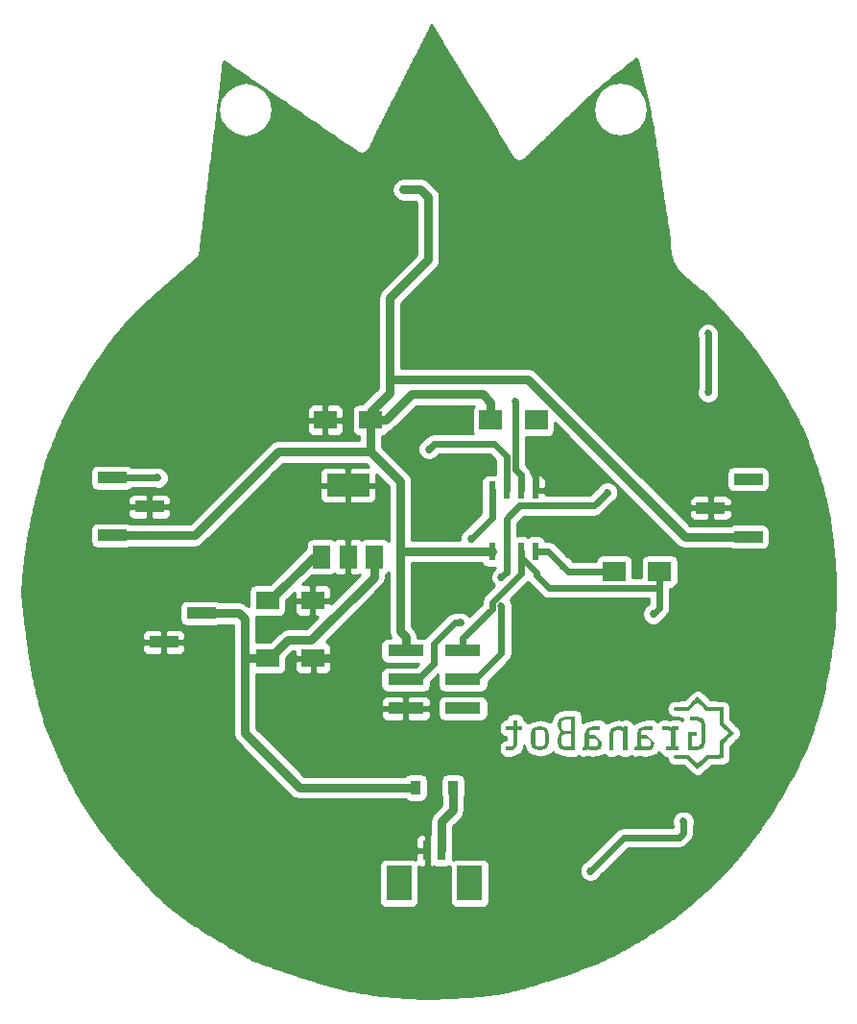
<source format=gbl>
%TF.GenerationSoftware,KiCad,Pcbnew,4.0.7-e2-6376~58~ubuntu16.04.1*%
%TF.CreationDate,2018-02-19T14:43:58-07:00*%
%TF.ProjectId,001,3030312E6B696361645F706362000000,rev?*%
%TF.FileFunction,Copper,L2,Bot,Signal*%
%FSLAX46Y46*%
G04 Gerber Fmt 4.6, Leading zero omitted, Abs format (unit mm)*
G04 Created by KiCad (PCBNEW 4.0.7-e2-6376~58~ubuntu16.04.1) date Mon Feb 19 14:43:58 2018*
%MOMM*%
%LPD*%
G01*
G04 APERTURE LIST*
%ADD10C,0.100000*%
%ADD11R,0.900000X1.200000*%
%ADD12R,2.200000X3.100000*%
%ADD13R,0.800000X1.700000*%
%ADD14R,3.150000X1.000000*%
%ADD15R,2.510000X1.000000*%
%ADD16R,1.500000X2.000000*%
%ADD17R,3.800000X2.000000*%
%ADD18R,0.600000X1.550000*%
%ADD19R,2.000000X1.600000*%
%ADD20R,2.000000X1.700000*%
%ADD21C,0.685800*%
%ADD22C,0.800000*%
%ADD23C,0.609600*%
%ADD24C,0.254000*%
G04 APERTURE END LIST*
D10*
G36*
X160241423Y-119836437D02*
X160357553Y-119720693D01*
X160473828Y-119604800D01*
X160590210Y-119488800D01*
X160706383Y-119373013D01*
X160869671Y-119373013D01*
X161033166Y-119373013D01*
X161196810Y-119373013D01*
X161360159Y-119373013D01*
X161527247Y-119363413D01*
X161694545Y-119353813D01*
X161861996Y-119344213D01*
X162029146Y-119334613D01*
X162032986Y-119167125D01*
X162036826Y-118999424D01*
X162040666Y-118831563D01*
X162044506Y-118664011D01*
X162044506Y-118453909D01*
X162044506Y-118244384D01*
X162044506Y-118033056D01*
X162160223Y-117917461D01*
X162276086Y-117801728D01*
X162392057Y-117685888D01*
X162507817Y-117570251D01*
X162623534Y-117454656D01*
X162739397Y-117338923D01*
X162855367Y-117223083D01*
X162971127Y-117107445D01*
X162855410Y-116991147D01*
X162739547Y-116874699D01*
X162623577Y-116758144D01*
X162507817Y-116641803D01*
X162392099Y-116525504D01*
X162276236Y-116409045D01*
X162160266Y-116292491D01*
X162044506Y-116176149D01*
X162044506Y-115965408D01*
X162044506Y-115755232D01*
X162044506Y-115543253D01*
X162037999Y-115373067D01*
X162031492Y-115202677D01*
X162024986Y-115032117D01*
X162018479Y-114861877D01*
X161848297Y-114849824D01*
X161677901Y-114837771D01*
X161507348Y-114825611D01*
X161337104Y-114813557D01*
X161173402Y-114813557D01*
X161009492Y-114813557D01*
X160845435Y-114813557D01*
X160681671Y-114813557D01*
X160565370Y-114697835D01*
X160448922Y-114581973D01*
X160332367Y-114466005D01*
X160216022Y-114350240D01*
X160099721Y-114234528D01*
X159983273Y-114118656D01*
X159866719Y-114002688D01*
X159750374Y-113886933D01*
X159634783Y-114002645D01*
X159519047Y-114118517D01*
X159403204Y-114234485D01*
X159287571Y-114350240D01*
X159171980Y-114465963D01*
X159056244Y-114581824D01*
X158940401Y-114697792D01*
X158824768Y-114813557D01*
X158635140Y-114813557D01*
X158446031Y-114813557D01*
X158255290Y-114813557D01*
X158072277Y-114821024D01*
X157889766Y-114828491D01*
X157705679Y-114835957D01*
X157633924Y-114998773D01*
X157703930Y-115148032D01*
X157904834Y-115153365D01*
X158105189Y-115158699D01*
X158307274Y-115164032D01*
X158467853Y-115164032D01*
X158628635Y-115164032D01*
X158789563Y-115164032D01*
X158950202Y-115164032D01*
X159071089Y-115042496D01*
X159191645Y-114921291D01*
X159313242Y-114799040D01*
X159449837Y-114668811D01*
X159586058Y-114538944D01*
X159723455Y-114407957D01*
X159869484Y-114529355D01*
X160015111Y-114650411D01*
X160161998Y-114772523D01*
X160292319Y-114902603D01*
X160422283Y-115032331D01*
X160553369Y-115163179D01*
X160741119Y-115165312D01*
X160928356Y-115167445D01*
X161117210Y-115169579D01*
X161304961Y-115171712D01*
X161492198Y-115173845D01*
X161681052Y-115175979D01*
X161683292Y-115363733D01*
X161685532Y-115550965D01*
X161687772Y-115739819D01*
X161690012Y-115927573D01*
X161692252Y-116114805D01*
X161694492Y-116303659D01*
X161825677Y-116435083D01*
X161956501Y-116566155D01*
X162088457Y-116698347D01*
X162219642Y-116829771D01*
X162350466Y-116960832D01*
X162482421Y-117093024D01*
X162353182Y-117222453D01*
X162224295Y-117351520D01*
X162094297Y-117481707D01*
X161965056Y-117611125D01*
X161836170Y-117740192D01*
X161706171Y-117870379D01*
X161702011Y-118060128D01*
X161697851Y-118249365D01*
X161693691Y-118440235D01*
X161689531Y-118629995D01*
X161685371Y-118819232D01*
X161681211Y-119010101D01*
X161491455Y-119014368D01*
X161302220Y-119018635D01*
X161111350Y-119022901D01*
X160921595Y-119027168D01*
X160732359Y-119031435D01*
X160541489Y-119035701D01*
X160414055Y-119162955D01*
X160286972Y-119289856D01*
X160158790Y-119417856D01*
X160023438Y-119545109D01*
X159888455Y-119672021D01*
X159752308Y-119800021D01*
X159614133Y-119670677D01*
X159476337Y-119541696D01*
X159337350Y-119411595D01*
X159207095Y-119282251D01*
X159077197Y-119153269D01*
X158946176Y-119023168D01*
X158736359Y-119023168D01*
X158527119Y-119023168D01*
X158316070Y-119023168D01*
X158114460Y-119029568D01*
X157913403Y-119035968D01*
X157710608Y-119042368D01*
X157634085Y-119205995D01*
X157697776Y-119354837D01*
X157875725Y-119361237D01*
X158053187Y-119367637D01*
X158232181Y-119374037D01*
X158421211Y-119374037D01*
X158609722Y-119374037D01*
X158799860Y-119374037D01*
X158915524Y-119489824D01*
X159031333Y-119605771D01*
X159147249Y-119721813D01*
X159262956Y-119837643D01*
X159384942Y-119953387D01*
X159507082Y-120069280D01*
X159629333Y-120185280D01*
X159751364Y-120301067D01*
X159873817Y-120185280D01*
X159996422Y-120069333D01*
X160119141Y-119953291D01*
X160241638Y-119837461D01*
X160241587Y-119838037D01*
X160241423Y-119836437D01*
X160241423Y-119836437D01*
G37*
G36*
X159671411Y-118637163D02*
X160244785Y-118457451D01*
X160441615Y-117909749D01*
X160441615Y-116369344D01*
X160244785Y-115825920D01*
X159671411Y-115641931D01*
X159068085Y-115641931D01*
X159068085Y-115967125D01*
X159714201Y-115967125D01*
X159970935Y-116061312D01*
X160069346Y-116288096D01*
X160069346Y-117991104D01*
X159970935Y-118217877D01*
X159714201Y-118312064D01*
X159294867Y-118312064D01*
X159294867Y-117383541D01*
X159667133Y-117383541D01*
X159667133Y-117062613D01*
X158939718Y-117062613D01*
X158939718Y-118637259D01*
X159671411Y-118637259D01*
X159671411Y-118637163D01*
X159671411Y-118637163D01*
G37*
G36*
X157796982Y-118316245D02*
X157796982Y-116818624D01*
X158109343Y-116818624D01*
X158109343Y-116497707D01*
X157454670Y-116497707D01*
X157454670Y-116613237D01*
X157112357Y-116497707D01*
X156671630Y-116497707D01*
X156671630Y-116840021D01*
X157155147Y-116840021D01*
X157360534Y-116929835D01*
X157433270Y-117105269D01*
X157433270Y-118316203D01*
X156966869Y-118316203D01*
X156966869Y-118637120D01*
X158109338Y-118637120D01*
X158109338Y-118316203D01*
X157796977Y-118316203D01*
X157796982Y-118316245D01*
X157796982Y-118316245D01*
G37*
G36*
X154446331Y-118637163D02*
X154985471Y-118316288D01*
X154822873Y-118256341D01*
X154788643Y-118102293D01*
X154788643Y-117631616D01*
X155323507Y-117631616D01*
X155507500Y-117704363D01*
X155580236Y-117888352D01*
X155580236Y-118102293D01*
X155528886Y-118264896D01*
X155366288Y-118316203D01*
X154985465Y-118316203D01*
X154985471Y-118316288D01*
X154446331Y-118637163D01*
X154570419Y-118602923D01*
X154681670Y-118508736D01*
X154942684Y-118637109D01*
X155323507Y-118637109D01*
X155798466Y-118508736D01*
X155943949Y-118059456D01*
X155943949Y-117973909D01*
X155319228Y-117310677D01*
X154788643Y-117310677D01*
X154788643Y-117096736D01*
X154869945Y-116891349D01*
X155109564Y-116818603D01*
X155772795Y-116818603D01*
X155772795Y-116497685D01*
X155152353Y-116497685D01*
X154604653Y-116660288D01*
X154424939Y-117182315D01*
X154424939Y-118209248D01*
X154377867Y-118307701D01*
X154210989Y-118337675D01*
X154210989Y-118637205D01*
X154446329Y-118637205D01*
X154446331Y-118637163D01*
X154446331Y-118637163D01*
G37*
G36*
X153209459Y-116497707D02*
X153209459Y-116600427D01*
X152867147Y-116497707D01*
X152670317Y-116497707D01*
X152156848Y-116660309D01*
X151985692Y-117182336D01*
X151985692Y-118637163D01*
X152349399Y-118637163D01*
X152349399Y-117096757D01*
X152426423Y-116895648D01*
X152627532Y-116818635D01*
X152909940Y-116818635D01*
X153119606Y-116895648D01*
X153188065Y-117053963D01*
X153188065Y-118637163D01*
X153551772Y-118637163D01*
X153551772Y-116497707D01*
X153209459Y-116497707D01*
X153209459Y-116497707D01*
G37*
G36*
X149833134Y-118637163D02*
X150372274Y-118316288D01*
X150209676Y-118256341D01*
X150175446Y-118102293D01*
X150175446Y-117631616D01*
X150710310Y-117631616D01*
X150894303Y-117704363D01*
X150967050Y-117888352D01*
X150967050Y-118102293D01*
X150915700Y-118264896D01*
X150753102Y-118316203D01*
X150372278Y-118316203D01*
X150372274Y-118316288D01*
X149833134Y-118637163D01*
X149957222Y-118602923D01*
X150068474Y-118508736D01*
X150329487Y-118637109D01*
X150710310Y-118637109D01*
X151185269Y-118508736D01*
X151330752Y-118059456D01*
X151330752Y-117973909D01*
X150706031Y-117310677D01*
X150175446Y-117310677D01*
X150175446Y-117096736D01*
X150256748Y-116891349D01*
X150496367Y-116818603D01*
X151159598Y-116818603D01*
X151159598Y-116497685D01*
X150539156Y-116497685D01*
X149991456Y-116660288D01*
X149811742Y-117182315D01*
X149811742Y-118209248D01*
X149764670Y-118307701D01*
X149597792Y-118337675D01*
X149597792Y-118637205D01*
X149833132Y-118637205D01*
X149833134Y-118637163D01*
X149833134Y-118637163D01*
G37*
G36*
X147363938Y-117961088D02*
X148091357Y-116908469D01*
X147868853Y-116822923D01*
X147778997Y-116596139D01*
X147778997Y-116270944D01*
X147778992Y-116270923D01*
X147856016Y-116035584D01*
X148091357Y-115962837D01*
X148574873Y-115962837D01*
X148574873Y-116908469D01*
X148091357Y-116908469D01*
X147363938Y-117961088D01*
X147736203Y-117537504D01*
X147821781Y-117314997D01*
X148048563Y-117229451D01*
X148574868Y-117229451D01*
X148574868Y-118316299D01*
X148052842Y-118316299D01*
X147813223Y-118243552D01*
X147736199Y-118003936D01*
X147736199Y-117537536D01*
X147736203Y-117537504D01*
X147363938Y-117961088D01*
X147535094Y-118483115D01*
X148091353Y-118637163D01*
X148947134Y-118637163D01*
X148947134Y-115641931D01*
X148142699Y-115641931D01*
X147586441Y-115795968D01*
X147406726Y-116309440D01*
X147406726Y-116553333D01*
X147642067Y-117049685D01*
X147363938Y-117575989D01*
X147363938Y-117961088D01*
X147363938Y-117961088D01*
G37*
G36*
X145053060Y-117952533D02*
X145416767Y-117096757D01*
X145498068Y-116891371D01*
X145737687Y-116818624D01*
X145964469Y-116818624D01*
X146204089Y-116891371D01*
X146285390Y-117096757D01*
X146285390Y-118038112D01*
X146204089Y-118243499D01*
X145964469Y-118316245D01*
X145737687Y-118316245D01*
X145498068Y-118243499D01*
X145416767Y-118038112D01*
X145416767Y-117096757D01*
X145053060Y-117952533D01*
X145232774Y-118474560D01*
X145780475Y-118637163D01*
X145921678Y-118637163D01*
X146473658Y-118474560D01*
X146649092Y-117952533D01*
X146649092Y-117182336D01*
X146473658Y-116660309D01*
X145921678Y-116497707D01*
X145780475Y-116497707D01*
X145232774Y-116660309D01*
X145053060Y-117182336D01*
X145053060Y-117952533D01*
X145053060Y-117952533D01*
G37*
G36*
X143384018Y-118637163D02*
X143717773Y-118495957D01*
X143833303Y-118123691D01*
X143833303Y-116818624D01*
X144239799Y-116818624D01*
X144239799Y-116497707D01*
X143833303Y-116497707D01*
X143833303Y-115984235D01*
X143469597Y-115984235D01*
X143469597Y-116497707D01*
X142844876Y-116497707D01*
X142844876Y-116818624D01*
X143469597Y-116818624D01*
X143469597Y-118145088D01*
X143422525Y-118277728D01*
X143277042Y-118316235D01*
X142844873Y-118316235D01*
X142844873Y-118637152D01*
X143384015Y-118637152D01*
X143384018Y-118637163D01*
X143384018Y-118637163D01*
G37*
D11*
X134875000Y-121920000D03*
X138175000Y-121920000D03*
D12*
X133400000Y-130355000D03*
X139650000Y-130355000D03*
D13*
X135900000Y-127455000D03*
X137150000Y-127455000D03*
D14*
X134000000Y-114935000D03*
X139050000Y-114935000D03*
X134000000Y-112395000D03*
X139050000Y-112395000D03*
X134000000Y-109855000D03*
X139050000Y-109855000D03*
D15*
X115959000Y-106553000D03*
X112649000Y-109093000D03*
D16*
X131205000Y-101575000D03*
X126605000Y-101575000D03*
X128905000Y-101575000D03*
D17*
X128905000Y-95275000D03*
D18*
X141605000Y-101125000D03*
X142875000Y-101125000D03*
X144145000Y-101125000D03*
X145415000Y-101125000D03*
X145415000Y-95725000D03*
X144145000Y-95725000D03*
X142875000Y-95725000D03*
X141605000Y-95725000D03*
D15*
X111387000Y-97155000D03*
X108077000Y-94615000D03*
X108077000Y-99695000D03*
X164211000Y-94742000D03*
X164211000Y-99822000D03*
X160901000Y-97282000D03*
D19*
X125825000Y-110515400D03*
X121825000Y-110515400D03*
X125799600Y-105435400D03*
X121799600Y-105435400D03*
X126905000Y-89535000D03*
X130905000Y-89535000D03*
D20*
X145510000Y-89535000D03*
X141510000Y-89535000D03*
X156400000Y-102870000D03*
X152400000Y-102870000D03*
D21*
X135102600Y-105816400D03*
X130911600Y-107315000D03*
X160901000Y-97282000D03*
X137769600Y-94665800D03*
X145338800Y-92837000D03*
X133903574Y-109852085D03*
X121799600Y-105435400D03*
X133807200Y-69215000D03*
X155840170Y-106617419D03*
X145476411Y-89483946D03*
X112115600Y-94615000D03*
X136042400Y-92100400D03*
X143678809Y-87910466D03*
X138890179Y-114961891D03*
X139750800Y-99974400D03*
X138834440Y-107382073D03*
X147822681Y-102355167D03*
X142443200Y-105928376D03*
X142434663Y-103381533D03*
X164211000Y-94742000D03*
X151790400Y-95910400D03*
X158496000Y-124917200D03*
X150291800Y-129260600D03*
X160655000Y-81915000D03*
X160680400Y-87071200D03*
D22*
X127711200Y-110515400D02*
X130911600Y-107315000D01*
X125825000Y-110515400D02*
X127711200Y-110515400D01*
X128905000Y-101575000D02*
X128905000Y-102330000D01*
D23*
X145415000Y-95725000D02*
X145415000Y-92913200D01*
X145415000Y-92913200D02*
X145338800Y-92837000D01*
X145415000Y-95725000D02*
X145415000Y-94340400D01*
D22*
X121799600Y-105435400D02*
X121999600Y-105435400D01*
X125860000Y-101575000D02*
X126605000Y-101575000D01*
X121999600Y-105435400D02*
X125860000Y-101575000D01*
X133502400Y-101269800D02*
X133502400Y-108141661D01*
X133502400Y-108141661D02*
X134000000Y-108639261D01*
X134000000Y-108639261D02*
X134000000Y-109855000D01*
X130905000Y-89535000D02*
X130905000Y-88799508D01*
X130905000Y-88799508D02*
X132588000Y-87116508D01*
X132588000Y-87116508D02*
X132588000Y-86252000D01*
X141510000Y-89535000D02*
X141510000Y-87958787D01*
X141510000Y-87958787D02*
X140799768Y-87248555D01*
X140799768Y-87248555D02*
X134515520Y-87248555D01*
X134515520Y-87248555D02*
X132229075Y-89535000D01*
X132229075Y-89535000D02*
X130905000Y-89535000D01*
X164211000Y-99822000D02*
X158656276Y-99822000D01*
X158656276Y-99822000D02*
X144819664Y-85985388D01*
X144819664Y-85985388D02*
X132854612Y-85985388D01*
X132854612Y-85985388D02*
X132588000Y-86252000D01*
X108077000Y-99695000D02*
X115366800Y-99695000D01*
X115366800Y-99695000D02*
X122739400Y-92322400D01*
X122739400Y-92322400D02*
X130905000Y-92322400D01*
X133502400Y-101269800D02*
X133502400Y-94919800D01*
X141605000Y-101125000D02*
X133647200Y-101125000D01*
X133647200Y-101125000D02*
X133502400Y-101269800D01*
X135991600Y-69900800D02*
X135305800Y-69215000D01*
X135305800Y-69215000D02*
X133807200Y-69215000D01*
X135991600Y-75387200D02*
X135991600Y-69900800D01*
X132588000Y-78790800D02*
X135991600Y-75387200D01*
X132588000Y-86252000D02*
X132588000Y-78790800D01*
X133502400Y-94919800D02*
X130905000Y-92322400D01*
X130905000Y-92322400D02*
X130905000Y-89535000D01*
X126605000Y-101575000D02*
X126605000Y-101325000D01*
D23*
X144145000Y-102509600D02*
X144145000Y-101125000D01*
X139050000Y-109855000D02*
X139050000Y-108745400D01*
X141643099Y-106152301D02*
X141643099Y-105568598D01*
X139050000Y-108745400D02*
X141643099Y-106152301D01*
X141643099Y-105568598D02*
X144145000Y-103066697D01*
X144145000Y-103066697D02*
X144145000Y-102509600D01*
X156400000Y-102870000D02*
X156400000Y-104329600D01*
X145505858Y-103225600D02*
X145505858Y-102960858D01*
X145505858Y-102960858D02*
X144145000Y-101600000D01*
X144145000Y-101600000D02*
X144145000Y-101125000D01*
X156400000Y-106057589D02*
X156183069Y-106274520D01*
X156400000Y-102870000D02*
X156400000Y-106057589D01*
X156183069Y-106274520D02*
X155840170Y-106617419D01*
X145505858Y-103225600D02*
X146631547Y-104351289D01*
X146631547Y-104351289D02*
X156360390Y-104351289D01*
D22*
X134875000Y-121920000D02*
X124612400Y-121920000D01*
X124612400Y-121920000D02*
X119786096Y-117093696D01*
X119786096Y-117093696D02*
X119786096Y-110376167D01*
X119786096Y-110376167D02*
X119856535Y-110305728D01*
X122025000Y-110515400D02*
X121825000Y-110515400D01*
X131205000Y-101575000D02*
X131205000Y-103375000D01*
X131205000Y-103375000D02*
X125664600Y-108915400D01*
X125664600Y-108915400D02*
X123625000Y-108915400D01*
X123625000Y-108915400D02*
X122025000Y-110515400D01*
X119786400Y-107061000D02*
X119278400Y-106553000D01*
X119278400Y-106553000D02*
X118014000Y-106553000D01*
X119786400Y-110276800D02*
X119786400Y-107061000D01*
X121825000Y-110515400D02*
X120025000Y-110515400D01*
X120025000Y-110515400D02*
X119786400Y-110276800D01*
X115959000Y-106553000D02*
X118014000Y-106553000D01*
X137150000Y-124927200D02*
X138175000Y-123902200D01*
X138175000Y-123902200D02*
X138175000Y-121920000D01*
X137150000Y-127455000D02*
X137150000Y-124927200D01*
D23*
X142875000Y-95725000D02*
X142875000Y-92703507D01*
X142875000Y-92703507D02*
X141792944Y-91621451D01*
X136521349Y-91621451D02*
X136042400Y-92100400D01*
X141792944Y-91621451D02*
X136521349Y-91621451D01*
X112115600Y-94615000D02*
X108077000Y-94615000D01*
X143678809Y-88395399D02*
X143678809Y-87910466D01*
X143678809Y-93874209D02*
X143678809Y-88395399D01*
X144145000Y-94340400D02*
X143678809Y-93874209D01*
X144145000Y-95725000D02*
X144145000Y-94340400D01*
X138917070Y-114935000D02*
X138890179Y-114961891D01*
X139050000Y-114935000D02*
X138917070Y-114935000D01*
X141605000Y-95725000D02*
X141605000Y-98120200D01*
X141605000Y-98120200D02*
X139750800Y-99974400D01*
X138349507Y-107382073D02*
X138834440Y-107382073D01*
X134000000Y-112395000D02*
X135075000Y-112395000D01*
X135075000Y-112395000D02*
X136474200Y-110995800D01*
X136474200Y-109257380D02*
X138349507Y-107382073D01*
X136474200Y-110995800D02*
X136474200Y-109257380D01*
X147479782Y-102012268D02*
X147822681Y-102355167D01*
X145415000Y-101125000D02*
X146592514Y-101125000D01*
X152400000Y-102870000D02*
X148337514Y-102870000D01*
X146592514Y-101125000D02*
X147479782Y-102012268D01*
X148165580Y-102698066D02*
X147822681Y-102355167D01*
X148337514Y-102870000D02*
X148165580Y-102698066D01*
X142443200Y-106413309D02*
X142443200Y-105928376D01*
X142443200Y-110076800D02*
X142443200Y-106413309D01*
X140125000Y-112395000D02*
X142443200Y-110076800D01*
X139050000Y-112395000D02*
X140125000Y-112395000D01*
X142875000Y-102941196D02*
X142777562Y-103038634D01*
X142875000Y-101125000D02*
X142875000Y-102941196D01*
X142777562Y-103038634D02*
X142434663Y-103381533D01*
X144043400Y-97078800D02*
X150622000Y-97078800D01*
X150622000Y-97078800D02*
X151790400Y-95910400D01*
X142875000Y-98247200D02*
X144043400Y-97078800D01*
X142875000Y-99740400D02*
X142875000Y-98247200D01*
X142875000Y-101125000D02*
X142875000Y-99740400D01*
X158115000Y-126314200D02*
X158496000Y-125933200D01*
X158496000Y-125933200D02*
X158496000Y-124917200D01*
X153238200Y-126314200D02*
X158115000Y-126314200D01*
X150291800Y-129260600D02*
X153238200Y-126314200D01*
X160680400Y-87071200D02*
X160680400Y-81940400D01*
X160680400Y-81940400D02*
X160655000Y-81915000D01*
D24*
G36*
X136286294Y-54779140D02*
X136286295Y-54779141D01*
X136452680Y-55049515D01*
X136951835Y-55860643D01*
X137118219Y-56131017D01*
X137118220Y-56131020D01*
X137284605Y-56401395D01*
X137284606Y-56401396D01*
X137450991Y-56671770D01*
X138282916Y-58023650D01*
X138282917Y-58023653D01*
X138449302Y-58294024D01*
X138449302Y-58294025D01*
X139447612Y-59916281D01*
X139447613Y-59916284D01*
X139613998Y-60186655D01*
X139613998Y-60186656D01*
X140445923Y-61538536D01*
X140612307Y-61808910D01*
X140612308Y-61808913D01*
X140778693Y-62079288D01*
X140778695Y-62079290D01*
X140945078Y-62349663D01*
X140945079Y-62349665D01*
X141111464Y-62620039D01*
X141610619Y-63431167D01*
X141777003Y-63701541D01*
X141777004Y-63701544D01*
X141943389Y-63971919D01*
X141943391Y-63971921D01*
X142109774Y-64242294D01*
X142276159Y-64512670D01*
X142276160Y-64512672D01*
X142442545Y-64783046D01*
X142608930Y-65053422D01*
X142775314Y-65323796D01*
X142775315Y-65323799D01*
X142941700Y-65594174D01*
X142941702Y-65594176D01*
X143108085Y-65864549D01*
X143108086Y-65864551D01*
X143274471Y-66134925D01*
X143440856Y-66405301D01*
X143489544Y-66457773D01*
X143527799Y-66518280D01*
X143579565Y-66554793D01*
X143622650Y-66601226D01*
X143687714Y-66631073D01*
X143746210Y-66672332D01*
X143808004Y-66686254D01*
X143865582Y-66712667D01*
X143937117Y-66715343D01*
X144006948Y-66731076D01*
X144069366Y-66720291D01*
X144132668Y-66722659D01*
X144199783Y-66697756D01*
X144270319Y-66685568D01*
X144323859Y-66651717D01*
X144383248Y-66629681D01*
X144435720Y-66580993D01*
X144496227Y-66542738D01*
X144717395Y-66332466D01*
X144717409Y-66332446D01*
X144717430Y-66332433D01*
X144938585Y-66122143D01*
X144938615Y-66122101D01*
X144938657Y-66122074D01*
X145159786Y-65911749D01*
X145159831Y-65911686D01*
X145159895Y-65911645D01*
X145380983Y-65701266D01*
X145381041Y-65701184D01*
X145381126Y-65701130D01*
X145602162Y-65490679D01*
X145602234Y-65490576D01*
X145602342Y-65490508D01*
X145823311Y-65279968D01*
X145823400Y-65279842D01*
X145823527Y-65279761D01*
X146044417Y-65069113D01*
X146044518Y-65068969D01*
X146044666Y-65068875D01*
X146265463Y-64858102D01*
X146265580Y-64857935D01*
X146265752Y-64857826D01*
X146486442Y-64646909D01*
X146486572Y-64646724D01*
X146486763Y-64646602D01*
X146707334Y-64435525D01*
X146707479Y-64435318D01*
X146707694Y-64435181D01*
X146928131Y-64223924D01*
X146928290Y-64223697D01*
X146928526Y-64223546D01*
X147148817Y-64012092D01*
X147148990Y-64011844D01*
X147149245Y-64011681D01*
X147369378Y-63800013D01*
X147369566Y-63799743D01*
X147369845Y-63799564D01*
X147589805Y-63587662D01*
X147590007Y-63587372D01*
X147590304Y-63587181D01*
X147810077Y-63375029D01*
X147810292Y-63374719D01*
X147810610Y-63374514D01*
X148030186Y-63162094D01*
X148030360Y-63161843D01*
X148030617Y-63161677D01*
X148250035Y-62949038D01*
X148250082Y-62948970D01*
X148250153Y-62948924D01*
X148469321Y-62736424D01*
X148469323Y-62736423D01*
X148688807Y-62523805D01*
X148907502Y-62312428D01*
X149098583Y-62128400D01*
X150515101Y-62128400D01*
X150699183Y-63053843D01*
X151223404Y-63838396D01*
X152007957Y-64362617D01*
X152933400Y-64546699D01*
X153858843Y-64362617D01*
X154643396Y-63838396D01*
X155167617Y-63053843D01*
X155351699Y-62128400D01*
X155167617Y-61202957D01*
X154643396Y-60418404D01*
X153858843Y-59894183D01*
X152933400Y-59710101D01*
X152007957Y-59894183D01*
X151223404Y-60418404D01*
X150699183Y-61202957D01*
X150515101Y-62128400D01*
X149098583Y-62128400D01*
X149126740Y-62101283D01*
X149345781Y-61891373D01*
X149565239Y-61682387D01*
X149785188Y-61474537D01*
X150005463Y-61268252D01*
X150226699Y-61063216D01*
X150448650Y-60859931D01*
X150671455Y-60658536D01*
X150895447Y-60459001D01*
X151120484Y-60261712D01*
X151346869Y-60066665D01*
X151574977Y-59873779D01*
X151804958Y-59682895D01*
X152036894Y-59493717D01*
X152270712Y-59306080D01*
X152506367Y-59119790D01*
X152743484Y-58934921D01*
X152982182Y-58751149D01*
X153222385Y-58568311D01*
X153463815Y-58386394D01*
X153706317Y-58205284D01*
X153949852Y-58024787D01*
X154194256Y-57844795D01*
X154376328Y-57711391D01*
X154403055Y-57810285D01*
X154497485Y-58162060D01*
X154591123Y-58514075D01*
X154683630Y-58865839D01*
X154774889Y-59217731D01*
X154864544Y-59569171D01*
X154952588Y-59920959D01*
X155038600Y-60272239D01*
X155122575Y-60623833D01*
X155204210Y-60975341D01*
X155283414Y-61327260D01*
X155359852Y-61679014D01*
X155433423Y-62031050D01*
X155503958Y-62383541D01*
X155571504Y-62736765D01*
X155636379Y-63091199D01*
X155698713Y-63446240D01*
X155758882Y-63802634D01*
X155816998Y-64159612D01*
X155873336Y-64517368D01*
X155928177Y-64876134D01*
X155981737Y-65235719D01*
X156034194Y-65595678D01*
X156085903Y-65956745D01*
X156136979Y-66318009D01*
X156187669Y-66679435D01*
X156238336Y-67041839D01*
X156238364Y-67041919D01*
X156238359Y-67042002D01*
X156289112Y-67404382D01*
X156289218Y-67404686D01*
X156289200Y-67405005D01*
X156340282Y-67767311D01*
X156340461Y-67767823D01*
X156340431Y-67768368D01*
X156392072Y-68130554D01*
X156392272Y-68131123D01*
X156392240Y-68131725D01*
X156444500Y-68493779D01*
X156444688Y-68494311D01*
X156444659Y-68494876D01*
X156497500Y-68856808D01*
X156497675Y-68857301D01*
X156497649Y-68857826D01*
X156551027Y-69219641D01*
X156551190Y-69220096D01*
X156551166Y-69220581D01*
X156605041Y-69582292D01*
X156605191Y-69582710D01*
X156605170Y-69583152D01*
X156659500Y-69944767D01*
X156659637Y-69945147D01*
X156659618Y-69945552D01*
X156714363Y-70307077D01*
X156714486Y-70307418D01*
X156714470Y-70307780D01*
X156769587Y-70669227D01*
X156769697Y-70669531D01*
X156769683Y-70669855D01*
X156825132Y-71031230D01*
X156825228Y-71031495D01*
X156825216Y-71031777D01*
X156880954Y-71393091D01*
X156881037Y-71393320D01*
X156881027Y-71393561D01*
X156937014Y-71754824D01*
X156937083Y-71755014D01*
X156937075Y-71755215D01*
X156993269Y-72116432D01*
X156993324Y-72116582D01*
X156993317Y-72116746D01*
X157049677Y-72477928D01*
X157049719Y-72478042D01*
X157049714Y-72478160D01*
X157106197Y-72839316D01*
X157106225Y-72839393D01*
X157106222Y-72839475D01*
X157162789Y-73200612D01*
X157162803Y-73200649D01*
X157162801Y-73200690D01*
X157212257Y-73516193D01*
X157213905Y-73595234D01*
X157214122Y-73596215D01*
X157213949Y-73597205D01*
X157216917Y-73722276D01*
X157217357Y-73724242D01*
X157217022Y-73726229D01*
X157220704Y-73851015D01*
X157221383Y-73853968D01*
X157220905Y-73856963D01*
X157225656Y-73981322D01*
X157226604Y-73985289D01*
X157226009Y-73989321D01*
X157232188Y-74113108D01*
X157233440Y-74118088D01*
X157232765Y-74123180D01*
X157240727Y-74246254D01*
X157242334Y-74252273D01*
X157241626Y-74258465D01*
X157251729Y-74380683D01*
X157253753Y-74387754D01*
X157253072Y-74395077D01*
X157265673Y-74516296D01*
X157268187Y-74524424D01*
X157267606Y-74532908D01*
X157283059Y-74652986D01*
X157286151Y-74662181D01*
X157285758Y-74671871D01*
X157304423Y-74790665D01*
X157308189Y-74800912D01*
X157308089Y-74811830D01*
X157330321Y-74929197D01*
X157334873Y-74940477D01*
X157335187Y-74952639D01*
X157361345Y-75068436D01*
X157366797Y-75080694D01*
X157367660Y-75094083D01*
X157398097Y-75208167D01*
X157404574Y-75221336D01*
X157406135Y-75235931D01*
X157441211Y-75348162D01*
X157448825Y-75362123D01*
X157451237Y-75377839D01*
X157491307Y-75488072D01*
X157500164Y-75502681D01*
X157503582Y-75519419D01*
X157549003Y-75627511D01*
X157558923Y-75642194D01*
X157563349Y-75659354D01*
X157614325Y-75765208D01*
X157624470Y-75778689D01*
X157629472Y-75794802D01*
X157685741Y-75898458D01*
X157695797Y-75910551D01*
X157701134Y-75925345D01*
X157762345Y-76026869D01*
X157772165Y-76037647D01*
X157777683Y-76051143D01*
X157843483Y-76150599D01*
X157852953Y-76160156D01*
X157858522Y-76172402D01*
X157928562Y-76269859D01*
X157937589Y-76278290D01*
X157943096Y-76289342D01*
X158017021Y-76384862D01*
X158025538Y-76392269D01*
X158030896Y-76402201D01*
X158108357Y-76495852D01*
X158116319Y-76502336D01*
X158121460Y-76511227D01*
X158202107Y-76603075D01*
X158209478Y-76608724D01*
X158214337Y-76616634D01*
X158297815Y-76706744D01*
X158304578Y-76711647D01*
X158309121Y-76718659D01*
X158395081Y-76807096D01*
X158401222Y-76811327D01*
X158405410Y-76817498D01*
X158493500Y-76904330D01*
X158499012Y-76907956D01*
X158502821Y-76913346D01*
X158592691Y-76998638D01*
X158597570Y-77001717D01*
X158600977Y-77006373D01*
X158692271Y-77090191D01*
X158696523Y-77092777D01*
X158699516Y-77096747D01*
X158791887Y-77179156D01*
X158795500Y-77181283D01*
X158798065Y-77184602D01*
X158891160Y-77265668D01*
X158894230Y-77267426D01*
X158896421Y-77270202D01*
X158989951Y-77349994D01*
X158992802Y-77351589D01*
X158994851Y-77354135D01*
X159088745Y-77432730D01*
X159091439Y-77434204D01*
X159093384Y-77436578D01*
X159187616Y-77514057D01*
X159190150Y-77515414D01*
X159191988Y-77517621D01*
X159286536Y-77594063D01*
X159288899Y-77595304D01*
X159290626Y-77597345D01*
X159385466Y-77672829D01*
X159387651Y-77673955D01*
X159389253Y-77675822D01*
X159484358Y-77750429D01*
X159486365Y-77751446D01*
X159487840Y-77753142D01*
X159583188Y-77826952D01*
X159585010Y-77827860D01*
X159586356Y-77829390D01*
X159681922Y-77902481D01*
X159683552Y-77903282D01*
X159684758Y-77904638D01*
X159780518Y-77977091D01*
X159781950Y-77977785D01*
X159783014Y-77978971D01*
X159878943Y-78050866D01*
X159880180Y-78051459D01*
X159881099Y-78052475D01*
X159977174Y-78123892D01*
X159978211Y-78124384D01*
X159978984Y-78125233D01*
X160075180Y-78196249D01*
X160076010Y-78196639D01*
X160076630Y-78197317D01*
X160172924Y-78268016D01*
X160173547Y-78268307D01*
X160174014Y-78268815D01*
X160270379Y-78339274D01*
X160270801Y-78339470D01*
X160271115Y-78339811D01*
X160367529Y-78410110D01*
X160367736Y-78410206D01*
X160367889Y-78410372D01*
X160413012Y-78443228D01*
X160593374Y-78634275D01*
X160817173Y-78871603D01*
X161040056Y-79108499D01*
X161262835Y-79346096D01*
X161484310Y-79583383D01*
X161704923Y-79821099D01*
X161924365Y-80059178D01*
X162142714Y-80297973D01*
X162359628Y-80537381D01*
X162575041Y-80777595D01*
X162788807Y-81018727D01*
X163000733Y-81260821D01*
X163210719Y-81504033D01*
X163418705Y-81748571D01*
X163624483Y-81994460D01*
X163827994Y-82241904D01*
X164029278Y-82491115D01*
X164228376Y-82742135D01*
X164425348Y-82995016D01*
X164620147Y-83249677D01*
X164812764Y-83506081D01*
X165003201Y-83764215D01*
X165191361Y-84023919D01*
X165377309Y-84285263D01*
X165561131Y-84548343D01*
X165742633Y-84812868D01*
X165921974Y-85079043D01*
X166099015Y-85346645D01*
X166273763Y-85615658D01*
X166446277Y-85886155D01*
X166616586Y-86158164D01*
X166784543Y-86431417D01*
X166950542Y-86706352D01*
X167114616Y-86982707D01*
X167276958Y-87260484D01*
X167437754Y-87539674D01*
X167597043Y-87820011D01*
X167755110Y-88101659D01*
X167911994Y-88384347D01*
X168067917Y-88668130D01*
X168222824Y-88952555D01*
X168377000Y-89237792D01*
X168530854Y-89524239D01*
X168684097Y-89811006D01*
X168836922Y-90098084D01*
X168990051Y-90386469D01*
X168990053Y-90386471D01*
X169118340Y-90628381D01*
X169172644Y-90784330D01*
X169172644Y-90784331D01*
X169244097Y-90989626D01*
X169244097Y-90989627D01*
X169315558Y-91195141D01*
X169386696Y-91400021D01*
X169457783Y-91605145D01*
X169457783Y-91605146D01*
X169528692Y-91810246D01*
X169599389Y-92015323D01*
X169669849Y-92220406D01*
X169740280Y-92426195D01*
X169809935Y-92630606D01*
X169879771Y-92836547D01*
X169948869Y-93041410D01*
X170017829Y-93247069D01*
X170086222Y-93452342D01*
X170154179Y-93657726D01*
X170221632Y-93863110D01*
X170288575Y-94068685D01*
X170354801Y-94274198D01*
X170420059Y-94479257D01*
X170484352Y-94684278D01*
X170547599Y-94889403D01*
X170609551Y-95094231D01*
X170670217Y-95299206D01*
X170729372Y-95503988D01*
X170786961Y-95708808D01*
X170842808Y-95913473D01*
X170896894Y-96118357D01*
X170948979Y-96323011D01*
X170999062Y-96527893D01*
X171046972Y-96732808D01*
X171092578Y-96937675D01*
X171135880Y-97142985D01*
X171176998Y-97349081D01*
X171216098Y-97556080D01*
X171253338Y-97764035D01*
X171288840Y-97972799D01*
X171322765Y-98182458D01*
X171355232Y-98392820D01*
X171386426Y-98604118D01*
X171416451Y-98816033D01*
X171445454Y-99028509D01*
X171473648Y-99242018D01*
X171501134Y-99456157D01*
X171528048Y-99670767D01*
X171554539Y-99885797D01*
X171580785Y-100101415D01*
X171606324Y-100312505D01*
X171623185Y-100473552D01*
X171640524Y-100639816D01*
X171640524Y-100639817D01*
X171657785Y-100806645D01*
X171674684Y-100971952D01*
X171691365Y-101137793D01*
X171707652Y-101303094D01*
X171723503Y-101468108D01*
X171738863Y-101632943D01*
X171753676Y-101797726D01*
X171767816Y-101961773D01*
X171781300Y-102126010D01*
X171794023Y-102290015D01*
X171805913Y-102453649D01*
X171816930Y-102617272D01*
X171826972Y-102780306D01*
X171836028Y-102943555D01*
X171844051Y-103106755D01*
X171851066Y-103269863D01*
X171857126Y-103433623D01*
X171862218Y-103596956D01*
X171866400Y-103761032D01*
X171869671Y-103924715D01*
X171872072Y-104088849D01*
X171873623Y-104253248D01*
X171874344Y-104417297D01*
X171874265Y-104581775D01*
X171873406Y-104746491D01*
X171871799Y-104910971D01*
X171869464Y-105075628D01*
X171866425Y-105240520D01*
X171862707Y-105405475D01*
X171858345Y-105570263D01*
X171853351Y-105735618D01*
X171847787Y-105900815D01*
X171841668Y-106066524D01*
X171835072Y-106231824D01*
X171827997Y-106397726D01*
X171820538Y-106563017D01*
X171812650Y-106729507D01*
X171804445Y-106895706D01*
X171795942Y-107062074D01*
X171787217Y-107227942D01*
X171778239Y-107394658D01*
X171769086Y-107561536D01*
X171759799Y-107728580D01*
X171750421Y-107895781D01*
X171742631Y-108034026D01*
X171694117Y-108374820D01*
X171641438Y-108743005D01*
X171641438Y-108743006D01*
X171588123Y-109111915D01*
X171534198Y-109479549D01*
X171479290Y-109846645D01*
X171423177Y-110212962D01*
X171365579Y-110578601D01*
X171306294Y-110943206D01*
X171244988Y-111307238D01*
X171181458Y-111670349D01*
X171115475Y-112032387D01*
X171046751Y-112393524D01*
X170975034Y-112753725D01*
X170900141Y-113112630D01*
X170821727Y-113470670D01*
X170739618Y-113827478D01*
X170653551Y-114183372D01*
X170563449Y-114538310D01*
X170469299Y-114892040D01*
X170371006Y-115244631D01*
X170268559Y-115595833D01*
X170161864Y-115945690D01*
X170050899Y-116293997D01*
X169935644Y-116640556D01*
X169815971Y-116985504D01*
X169691900Y-117328529D01*
X169563370Y-117669556D01*
X169430307Y-118008548D01*
X169292720Y-118345257D01*
X169150475Y-118679782D01*
X169003602Y-119011832D01*
X168851862Y-119341772D01*
X168695377Y-119669744D01*
X168534274Y-119996243D01*
X168368908Y-120321279D01*
X168199538Y-120645070D01*
X168026459Y-120967770D01*
X167849964Y-121289531D01*
X167670377Y-121610454D01*
X167487947Y-121930781D01*
X167303077Y-122250488D01*
X167115905Y-122570011D01*
X166926993Y-122889066D01*
X166736455Y-123208133D01*
X166544512Y-123527513D01*
X166351903Y-123846644D01*
X166168957Y-124149125D01*
X166023481Y-124359888D01*
X166023480Y-124359890D01*
X165866890Y-124586449D01*
X165709718Y-124813237D01*
X165552524Y-125039143D01*
X165395016Y-125264281D01*
X165237228Y-125488310D01*
X165078773Y-125711480D01*
X164919456Y-125933774D01*
X164759556Y-126154510D01*
X164598502Y-126374194D01*
X164436460Y-126592316D01*
X164273043Y-126809114D01*
X164108351Y-127024182D01*
X163942197Y-127237494D01*
X163774356Y-127449074D01*
X163604731Y-127658781D01*
X163432999Y-127866870D01*
X163259319Y-128073190D01*
X163083414Y-128278119D01*
X162905544Y-128481392D01*
X162725643Y-128683139D01*
X162543877Y-128883213D01*
X162360115Y-129081808D01*
X162174557Y-129278748D01*
X161987194Y-129474086D01*
X161798058Y-129667834D01*
X161607154Y-129860025D01*
X161414585Y-130050598D01*
X161220453Y-130239491D01*
X161024641Y-130426859D01*
X160827298Y-130612597D01*
X160628397Y-130796777D01*
X160427864Y-130979594D01*
X160225813Y-131161125D01*
X160022289Y-131341518D01*
X159817359Y-131520889D01*
X159610984Y-131699455D01*
X159403548Y-131877065D01*
X159195144Y-132053827D01*
X158985639Y-132230032D01*
X158775330Y-132405614D01*
X158563986Y-132580948D01*
X158352029Y-132755865D01*
X158139381Y-132930612D01*
X157925724Y-133105634D01*
X157712445Y-133279974D01*
X157712446Y-133279974D01*
X157522836Y-133434804D01*
X157324241Y-133568393D01*
X157324240Y-133568393D01*
X157099035Y-133719716D01*
X156874362Y-133870348D01*
X156649707Y-134020471D01*
X156425199Y-134169834D01*
X156200465Y-134318524D01*
X155975682Y-134466260D01*
X155750387Y-134613184D01*
X155525079Y-134758811D01*
X155299246Y-134903310D01*
X155073183Y-135046340D01*
X154846373Y-135188066D01*
X154619120Y-135328143D01*
X154391065Y-135466637D01*
X154162574Y-135603176D01*
X153932986Y-135738001D01*
X153702642Y-135870800D01*
X153471020Y-136001825D01*
X153238486Y-136130824D01*
X153004984Y-136257783D01*
X152770318Y-136382767D01*
X152534813Y-136505558D01*
X152298250Y-136626226D01*
X152060743Y-136744669D01*
X151822354Y-136860814D01*
X151582928Y-136974691D01*
X151342538Y-137086220D01*
X151101322Y-137195294D01*
X150859129Y-137301938D01*
X150616042Y-137406069D01*
X150372101Y-137507626D01*
X150127137Y-137606648D01*
X149880809Y-137703368D01*
X149633203Y-137797930D01*
X149384327Y-137890511D01*
X149134318Y-137981242D01*
X148883256Y-138070278D01*
X148630794Y-138157921D01*
X148377608Y-138244116D01*
X148123603Y-138329082D01*
X147868465Y-138413108D01*
X147612611Y-138496237D01*
X147355976Y-138578678D01*
X147098248Y-138660714D01*
X146841207Y-138741968D01*
X146841206Y-138741968D01*
X146582495Y-138823373D01*
X146582491Y-138823373D01*
X146323276Y-138904745D01*
X146320434Y-138906300D01*
X146317217Y-138906678D01*
X146095132Y-138978666D01*
X145873907Y-139050156D01*
X145653369Y-139120984D01*
X145433147Y-139191054D01*
X145213348Y-139260118D01*
X144993765Y-139328026D01*
X144774589Y-139394508D01*
X144555693Y-139459394D01*
X144337163Y-139522453D01*
X144118622Y-139583589D01*
X143900432Y-139642495D01*
X143682331Y-139699048D01*
X143464344Y-139753038D01*
X143246377Y-139804296D01*
X143028374Y-139852640D01*
X142810153Y-139897919D01*
X142591191Y-139940187D01*
X142371096Y-139979658D01*
X142150049Y-140016442D01*
X141927906Y-140050713D01*
X141704772Y-140082598D01*
X141480909Y-140112212D01*
X141256018Y-140139740D01*
X141030336Y-140165301D01*
X140803910Y-140189039D01*
X140576757Y-140211105D01*
X140348757Y-140231658D01*
X140120475Y-140250801D01*
X139891299Y-140268737D01*
X139661685Y-140285584D01*
X139431540Y-140301499D01*
X139201253Y-140316609D01*
X138970874Y-140330995D01*
X138739755Y-140344746D01*
X138509340Y-140357824D01*
X138278358Y-140370349D01*
X138047224Y-140382346D01*
X137816600Y-140393830D01*
X137584787Y-140404934D01*
X137353623Y-140415616D01*
X137122135Y-140425970D01*
X136890371Y-140436044D01*
X136658573Y-140445873D01*
X136426949Y-140455500D01*
X136194982Y-140464994D01*
X135962750Y-140474401D01*
X135762280Y-140482479D01*
X135453867Y-140466150D01*
X135113944Y-140447863D01*
X134775107Y-140429054D01*
X134436448Y-140409385D01*
X134098936Y-140388627D01*
X133762250Y-140366474D01*
X133426047Y-140342622D01*
X133091073Y-140316840D01*
X132756775Y-140288804D01*
X132423670Y-140258280D01*
X132091347Y-140224950D01*
X131760216Y-140188579D01*
X131430066Y-140148867D01*
X131101155Y-140105571D01*
X130773297Y-140058392D01*
X130446577Y-140007071D01*
X130120226Y-139951379D01*
X129794428Y-139891500D01*
X129468662Y-139827505D01*
X129143378Y-139759654D01*
X128818303Y-139688061D01*
X128493438Y-139612894D01*
X128168920Y-139534357D01*
X127844751Y-139452623D01*
X127520779Y-139367828D01*
X127197238Y-139280202D01*
X126873849Y-139189848D01*
X126550732Y-139096971D01*
X126228228Y-139001845D01*
X125905616Y-138904433D01*
X125583759Y-138805171D01*
X125261842Y-138703982D01*
X124940669Y-138601257D01*
X124619808Y-138496976D01*
X124299119Y-138391209D01*
X123978653Y-138284086D01*
X123658502Y-138175758D01*
X123338513Y-138066289D01*
X123018941Y-137955886D01*
X122699176Y-137844457D01*
X122379733Y-137732300D01*
X122060123Y-137619362D01*
X121740550Y-137505836D01*
X121421334Y-137391953D01*
X121101560Y-137277510D01*
X121101557Y-137277508D01*
X120781429Y-137162696D01*
X120518037Y-137068132D01*
X120319574Y-136954648D01*
X120319571Y-136954647D01*
X120069506Y-136811572D01*
X120069504Y-136811570D01*
X119819494Y-136668360D01*
X119819493Y-136668359D01*
X119569120Y-136524689D01*
X119319753Y-136381261D01*
X119070723Y-136237609D01*
X118821485Y-136093335D01*
X118573005Y-135948913D01*
X118324699Y-135803922D01*
X118076908Y-135658478D01*
X117829709Y-135512545D01*
X117582621Y-135365754D01*
X117336472Y-135218514D01*
X117090466Y-135070267D01*
X116845145Y-134921258D01*
X116600593Y-134771452D01*
X116356610Y-134620583D01*
X116114131Y-134468982D01*
X115872614Y-134316053D01*
X115632692Y-134161940D01*
X115394501Y-134006477D01*
X115157939Y-133849338D01*
X114923468Y-133690574D01*
X114691036Y-133529895D01*
X114460905Y-133367220D01*
X114233254Y-133202420D01*
X114008158Y-133035290D01*
X113785919Y-132865793D01*
X113566486Y-132693630D01*
X113350196Y-132518797D01*
X113137075Y-132341053D01*
X112927011Y-132160058D01*
X112719475Y-131975473D01*
X112514119Y-131787349D01*
X112310716Y-131595847D01*
X112109105Y-131401192D01*
X111909185Y-131203673D01*
X111710593Y-131003319D01*
X111513310Y-130800507D01*
X111317045Y-130595345D01*
X111121660Y-130388101D01*
X110927042Y-130179073D01*
X110732788Y-129968249D01*
X110538953Y-129756120D01*
X110345359Y-129542927D01*
X110151091Y-129328099D01*
X110151089Y-129328097D01*
X109962076Y-129118645D01*
X109756429Y-128880819D01*
X109756427Y-128880817D01*
X109690964Y-128805000D01*
X131652560Y-128805000D01*
X131652560Y-131905000D01*
X131696838Y-132140317D01*
X131835910Y-132356441D01*
X132048110Y-132501431D01*
X132300000Y-132552440D01*
X134500000Y-132552440D01*
X134735317Y-132508162D01*
X134951441Y-132369090D01*
X135096431Y-132156890D01*
X135147440Y-131905000D01*
X135147440Y-128846284D01*
X135373691Y-128940000D01*
X135614250Y-128940000D01*
X135773000Y-128781250D01*
X135773000Y-127582000D01*
X135023750Y-127582000D01*
X134865000Y-127740750D01*
X134865000Y-128285854D01*
X134751890Y-128208569D01*
X134500000Y-128157560D01*
X132300000Y-128157560D01*
X132064683Y-128201838D01*
X131848559Y-128340910D01*
X131703569Y-128553110D01*
X131652560Y-128805000D01*
X109690964Y-128805000D01*
X109547096Y-128638379D01*
X109337700Y-128395151D01*
X109129806Y-128152605D01*
X108922622Y-127909463D01*
X108716835Y-127666179D01*
X108512368Y-127422310D01*
X108309641Y-127178004D01*
X108108600Y-126932847D01*
X107909601Y-126686918D01*
X107743600Y-126478690D01*
X134865000Y-126478690D01*
X134865000Y-127169250D01*
X135023750Y-127328000D01*
X135773000Y-127328000D01*
X135773000Y-126128750D01*
X136027000Y-126128750D01*
X136027000Y-127328000D01*
X136047000Y-127328000D01*
X136047000Y-127582000D01*
X136027000Y-127582000D01*
X136027000Y-128781250D01*
X136185750Y-128940000D01*
X136426309Y-128940000D01*
X136512424Y-128904330D01*
X136750000Y-128952440D01*
X137550000Y-128952440D01*
X137785317Y-128908162D01*
X137902560Y-128832718D01*
X137902560Y-131905000D01*
X137946838Y-132140317D01*
X138085910Y-132356441D01*
X138298110Y-132501431D01*
X138550000Y-132552440D01*
X140750000Y-132552440D01*
X140985317Y-132508162D01*
X141201441Y-132369090D01*
X141346431Y-132156890D01*
X141397440Y-131905000D01*
X141397440Y-129454263D01*
X149313731Y-129454263D01*
X149462293Y-129813812D01*
X149737141Y-130089140D01*
X150096430Y-130238330D01*
X150485463Y-130238669D01*
X150845012Y-130090107D01*
X151120340Y-129815259D01*
X151158771Y-129722707D01*
X153627478Y-127254000D01*
X158115000Y-127254000D01*
X158474646Y-127182462D01*
X158779539Y-126978739D01*
X159160539Y-126597739D01*
X159364262Y-126292846D01*
X159435800Y-125933200D01*
X159435800Y-125203915D01*
X159473730Y-125112570D01*
X159474069Y-124723537D01*
X159325507Y-124363988D01*
X159050659Y-124088660D01*
X158691370Y-123939470D01*
X158302337Y-123939131D01*
X157942788Y-124087693D01*
X157667460Y-124362541D01*
X157518270Y-124721830D01*
X157517931Y-125110863D01*
X157556200Y-125203481D01*
X157556200Y-125374400D01*
X153238200Y-125374400D01*
X152878554Y-125445938D01*
X152573661Y-125649661D01*
X149829999Y-128393323D01*
X149738588Y-128431093D01*
X149463260Y-128705941D01*
X149314070Y-129065230D01*
X149313731Y-129454263D01*
X141397440Y-129454263D01*
X141397440Y-128805000D01*
X141353162Y-128569683D01*
X141214090Y-128353559D01*
X141001890Y-128208569D01*
X140750000Y-128157560D01*
X138550000Y-128157560D01*
X138314683Y-128201838D01*
X138197440Y-128277282D01*
X138197440Y-126605000D01*
X138185000Y-126538887D01*
X138185000Y-125355912D01*
X138906853Y-124634058D01*
X138906856Y-124634056D01*
X139131215Y-124298277D01*
X139146480Y-124221534D01*
X139210001Y-123902200D01*
X139210000Y-123902195D01*
X139210000Y-122788620D01*
X139221431Y-122771890D01*
X139272440Y-122520000D01*
X139272440Y-121320000D01*
X139228162Y-121084683D01*
X139089090Y-120868559D01*
X138876890Y-120723569D01*
X138625000Y-120672560D01*
X137725000Y-120672560D01*
X137489683Y-120716838D01*
X137273559Y-120855910D01*
X137128569Y-121068110D01*
X137077560Y-121320000D01*
X137077560Y-122520000D01*
X137121838Y-122755317D01*
X137140000Y-122783542D01*
X137140000Y-123473489D01*
X136418144Y-124195344D01*
X136193785Y-124531123D01*
X136114999Y-124927200D01*
X136115000Y-124927205D01*
X136115000Y-126040750D01*
X136027000Y-126128750D01*
X135773000Y-126128750D01*
X135614250Y-125970000D01*
X135373691Y-125970000D01*
X135140302Y-126066673D01*
X134961673Y-126245301D01*
X134865000Y-126478690D01*
X107743600Y-126478690D01*
X107712642Y-126439857D01*
X107518047Y-126191715D01*
X107325987Y-125942354D01*
X107136648Y-125691656D01*
X106950102Y-125439354D01*
X106766465Y-125185239D01*
X106585737Y-124929112D01*
X106407762Y-124670827D01*
X106232522Y-124410440D01*
X106059985Y-124147997D01*
X105890171Y-123883615D01*
X105723037Y-123617322D01*
X105558492Y-123349058D01*
X105396629Y-123079066D01*
X105237461Y-122807466D01*
X105080791Y-122534008D01*
X104926827Y-122259153D01*
X104775376Y-121982653D01*
X104626489Y-121704695D01*
X104480232Y-121425504D01*
X104336362Y-121144710D01*
X104195053Y-120862765D01*
X104055982Y-120579297D01*
X103919082Y-120294570D01*
X103784111Y-120008475D01*
X103650969Y-119721210D01*
X103519379Y-119432595D01*
X103389305Y-119142960D01*
X103260619Y-118852463D01*
X103132955Y-118560709D01*
X103006339Y-118268193D01*
X102880573Y-117974908D01*
X102755473Y-117680880D01*
X102630862Y-117386152D01*
X102506502Y-117090616D01*
X102382663Y-116795384D01*
X102274291Y-116536614D01*
X102213603Y-116323708D01*
X102141967Y-116071895D01*
X102070403Y-115819337D01*
X101999761Y-115568528D01*
X101929479Y-115316991D01*
X101860163Y-115066389D01*
X101791527Y-114815190D01*
X101724031Y-114564553D01*
X101657639Y-114313850D01*
X101592597Y-114063489D01*
X101528881Y-113812858D01*
X101466801Y-113562639D01*
X101406282Y-113311987D01*
X101347598Y-113061485D01*
X101290863Y-112811046D01*
X101236088Y-112560145D01*
X101183367Y-112308962D01*
X101132513Y-112056993D01*
X101083526Y-111804673D01*
X101036208Y-111551431D01*
X100990544Y-111297643D01*
X100946472Y-111043465D01*
X100903866Y-110788676D01*
X100862626Y-110533184D01*
X100822741Y-110277480D01*
X100784031Y-110020969D01*
X100746546Y-109764576D01*
X100710035Y-109507177D01*
X100692331Y-109378750D01*
X110759000Y-109378750D01*
X110759000Y-109719310D01*
X110855673Y-109952699D01*
X111034302Y-110131327D01*
X111267691Y-110228000D01*
X112363250Y-110228000D01*
X112522000Y-110069250D01*
X112522000Y-109220000D01*
X112776000Y-109220000D01*
X112776000Y-110069250D01*
X112934750Y-110228000D01*
X114030309Y-110228000D01*
X114263698Y-110131327D01*
X114442327Y-109952699D01*
X114539000Y-109719310D01*
X114539000Y-109378750D01*
X114380250Y-109220000D01*
X112776000Y-109220000D01*
X112522000Y-109220000D01*
X110917750Y-109220000D01*
X110759000Y-109378750D01*
X100692331Y-109378750D01*
X100674591Y-109250071D01*
X100639926Y-108991782D01*
X100606165Y-108733927D01*
X100573079Y-108475402D01*
X100571988Y-108466690D01*
X110759000Y-108466690D01*
X110759000Y-108807250D01*
X110917750Y-108966000D01*
X112522000Y-108966000D01*
X112522000Y-108116750D01*
X112776000Y-108116750D01*
X112776000Y-108966000D01*
X114380250Y-108966000D01*
X114539000Y-108807250D01*
X114539000Y-108466690D01*
X114442327Y-108233301D01*
X114263698Y-108054673D01*
X114030309Y-107958000D01*
X112934750Y-107958000D01*
X112776000Y-108116750D01*
X112522000Y-108116750D01*
X112363250Y-107958000D01*
X111267691Y-107958000D01*
X111034302Y-108054673D01*
X110855673Y-108233301D01*
X110759000Y-108466690D01*
X100571988Y-108466690D01*
X100540663Y-108216671D01*
X100508906Y-107958000D01*
X100477698Y-107698863D01*
X100447044Y-107439700D01*
X100416923Y-107180723D01*
X100387257Y-106921658D01*
X100357852Y-106661206D01*
X100328909Y-106401537D01*
X100300354Y-106142436D01*
X100271973Y-105882369D01*
X100243756Y-105621670D01*
X100243755Y-105621666D01*
X100215775Y-105361439D01*
X100187921Y-105101078D01*
X100187921Y-105101077D01*
X100160161Y-104840711D01*
X100160161Y-104840708D01*
X100139568Y-104647247D01*
X100156895Y-104457041D01*
X100180438Y-104199863D01*
X100204195Y-103942836D01*
X100228207Y-103686750D01*
X100252669Y-103430714D01*
X100277667Y-103175015D01*
X100303318Y-102919621D01*
X100329702Y-102664849D01*
X100356959Y-102410403D01*
X100385191Y-102156379D01*
X100414522Y-101902670D01*
X100445042Y-101649457D01*
X100476829Y-101396991D01*
X100510074Y-101144642D01*
X100544797Y-100893077D01*
X100581154Y-100641959D01*
X100619249Y-100390963D01*
X100659060Y-100140064D01*
X100700513Y-99889495D01*
X100743618Y-99638989D01*
X100788309Y-99388717D01*
X100824135Y-99195000D01*
X106174560Y-99195000D01*
X106174560Y-100195000D01*
X106218838Y-100430317D01*
X106357910Y-100646441D01*
X106570110Y-100791431D01*
X106822000Y-100842440D01*
X109332000Y-100842440D01*
X109567317Y-100798162D01*
X109673244Y-100730000D01*
X115366795Y-100730000D01*
X115366800Y-100730001D01*
X115762877Y-100651215D01*
X116098656Y-100426856D01*
X120964761Y-95560750D01*
X126370000Y-95560750D01*
X126370000Y-96401309D01*
X126466673Y-96634698D01*
X126645301Y-96813327D01*
X126878690Y-96910000D01*
X128619250Y-96910000D01*
X128778000Y-96751250D01*
X128778000Y-95402000D01*
X129032000Y-95402000D01*
X129032000Y-96751250D01*
X129190750Y-96910000D01*
X130931310Y-96910000D01*
X131164699Y-96813327D01*
X131343327Y-96634698D01*
X131440000Y-96401309D01*
X131440000Y-95560750D01*
X131281250Y-95402000D01*
X129032000Y-95402000D01*
X128778000Y-95402000D01*
X126528750Y-95402000D01*
X126370000Y-95560750D01*
X120964761Y-95560750D01*
X122376820Y-94148691D01*
X126370000Y-94148691D01*
X126370000Y-94989250D01*
X126528750Y-95148000D01*
X128778000Y-95148000D01*
X128778000Y-93798750D01*
X128619250Y-93640000D01*
X126878690Y-93640000D01*
X126645301Y-93736673D01*
X126466673Y-93915302D01*
X126370000Y-94148691D01*
X122376820Y-94148691D01*
X123168111Y-93357400D01*
X130476288Y-93357400D01*
X130758888Y-93640000D01*
X129190750Y-93640000D01*
X129032000Y-93798750D01*
X129032000Y-95148000D01*
X131281250Y-95148000D01*
X131440000Y-94989250D01*
X131440000Y-94321112D01*
X132467400Y-95348511D01*
X132467400Y-100198635D01*
X132419090Y-100123559D01*
X132206890Y-99978569D01*
X131955000Y-99927560D01*
X130455000Y-99927560D01*
X130219683Y-99971838D01*
X130055508Y-100077482D01*
X130014699Y-100036673D01*
X129781310Y-99940000D01*
X129190750Y-99940000D01*
X129032000Y-100098750D01*
X129032000Y-101448000D01*
X129052000Y-101448000D01*
X129052000Y-101702000D01*
X129032000Y-101702000D01*
X129032000Y-103051250D01*
X129190750Y-103210000D01*
X129781310Y-103210000D01*
X129994663Y-103121626D01*
X127414869Y-105701419D01*
X127275850Y-105562400D01*
X125926600Y-105562400D01*
X125926600Y-106711650D01*
X126085350Y-106870400D01*
X126245888Y-106870400D01*
X125235888Y-107880400D01*
X123625005Y-107880400D01*
X123625000Y-107880399D01*
X123238651Y-107957250D01*
X123228923Y-107959185D01*
X122893144Y-108183544D01*
X122893142Y-108183547D01*
X122008728Y-109067960D01*
X120825000Y-109067960D01*
X120821400Y-109068637D01*
X120821400Y-107061000D01*
X120785389Y-106879962D01*
X120799600Y-106882840D01*
X122799600Y-106882840D01*
X123034917Y-106838562D01*
X123251041Y-106699490D01*
X123396031Y-106487290D01*
X123447040Y-106235400D01*
X123447040Y-105721150D01*
X124164600Y-105721150D01*
X124164600Y-106361710D01*
X124261273Y-106595099D01*
X124439902Y-106773727D01*
X124673291Y-106870400D01*
X125513850Y-106870400D01*
X125672600Y-106711650D01*
X125672600Y-105562400D01*
X124323350Y-105562400D01*
X124164600Y-105721150D01*
X123447040Y-105721150D01*
X123447040Y-105451672D01*
X124164600Y-104734112D01*
X124164600Y-105149650D01*
X124323350Y-105308400D01*
X125672600Y-105308400D01*
X125672600Y-104159150D01*
X125926600Y-104159150D01*
X125926600Y-105308400D01*
X127275850Y-105308400D01*
X127434600Y-105149650D01*
X127434600Y-104509090D01*
X127337927Y-104275701D01*
X127159298Y-104097073D01*
X126925909Y-104000400D01*
X126085350Y-104000400D01*
X125926600Y-104159150D01*
X125672600Y-104159150D01*
X125513850Y-104000400D01*
X124898311Y-104000400D01*
X125706370Y-103192342D01*
X125855000Y-103222440D01*
X127355000Y-103222440D01*
X127590317Y-103178162D01*
X127754492Y-103072518D01*
X127795301Y-103113327D01*
X128028690Y-103210000D01*
X128619250Y-103210000D01*
X128778000Y-103051250D01*
X128778000Y-101702000D01*
X128758000Y-101702000D01*
X128758000Y-101448000D01*
X128778000Y-101448000D01*
X128778000Y-100098750D01*
X128619250Y-99940000D01*
X128028690Y-99940000D01*
X127795301Y-100036673D01*
X127753340Y-100078634D01*
X127606890Y-99978569D01*
X127355000Y-99927560D01*
X125855000Y-99927560D01*
X125619683Y-99971838D01*
X125403559Y-100110910D01*
X125258569Y-100323110D01*
X125207560Y-100575000D01*
X125207560Y-100790080D01*
X125128144Y-100843144D01*
X125128142Y-100843147D01*
X121983328Y-103987960D01*
X120799600Y-103987960D01*
X120564283Y-104032238D01*
X120348159Y-104171310D01*
X120203169Y-104383510D01*
X120152160Y-104635400D01*
X120152160Y-105963048D01*
X120010256Y-105821144D01*
X119674477Y-105596785D01*
X119278400Y-105517999D01*
X119278395Y-105518000D01*
X117555797Y-105518000D01*
X117465890Y-105456569D01*
X117214000Y-105405560D01*
X114704000Y-105405560D01*
X114468683Y-105449838D01*
X114252559Y-105588910D01*
X114107569Y-105801110D01*
X114056560Y-106053000D01*
X114056560Y-107053000D01*
X114100838Y-107288317D01*
X114239910Y-107504441D01*
X114452110Y-107649431D01*
X114704000Y-107700440D01*
X117214000Y-107700440D01*
X117449317Y-107656162D01*
X117555244Y-107588000D01*
X118751400Y-107588000D01*
X118751400Y-110276795D01*
X118751399Y-110276800D01*
X118761130Y-110325719D01*
X118751095Y-110376167D01*
X118751096Y-110376172D01*
X118751096Y-117093691D01*
X118751095Y-117093696D01*
X118829881Y-117489773D01*
X119054240Y-117825552D01*
X123880542Y-122651853D01*
X123880544Y-122651856D01*
X124160380Y-122838835D01*
X124216323Y-122876215D01*
X124612400Y-122955001D01*
X124612405Y-122955000D01*
X133950331Y-122955000D01*
X133960910Y-122971441D01*
X134173110Y-123116431D01*
X134425000Y-123167440D01*
X135325000Y-123167440D01*
X135560317Y-123123162D01*
X135776441Y-122984090D01*
X135921431Y-122771890D01*
X135972440Y-122520000D01*
X135972440Y-121320000D01*
X135928162Y-121084683D01*
X135789090Y-120868559D01*
X135576890Y-120723569D01*
X135325000Y-120672560D01*
X134425000Y-120672560D01*
X134189683Y-120716838D01*
X133973559Y-120855910D01*
X133953683Y-120885000D01*
X125041111Y-120885000D01*
X122472347Y-118316235D01*
X142209873Y-118316235D01*
X142209873Y-118637152D01*
X142258209Y-118880156D01*
X142395860Y-119086165D01*
X142601869Y-119223816D01*
X142844873Y-119272152D01*
X143384015Y-119272152D01*
X143386382Y-119271681D01*
X143388810Y-119272145D01*
X143469205Y-119255522D01*
X143551097Y-119249788D01*
X143587358Y-119231705D01*
X143627019Y-119223816D01*
X143629025Y-119222476D01*
X143631442Y-119221976D01*
X143965197Y-119080770D01*
X143987579Y-119065569D01*
X144013523Y-119057880D01*
X144089391Y-118996425D01*
X144170162Y-118941569D01*
X144185025Y-118918957D01*
X144206049Y-118901927D01*
X144252621Y-118816121D01*
X144306254Y-118734527D01*
X144311333Y-118707948D01*
X144324239Y-118684169D01*
X144439769Y-118311903D01*
X144449715Y-118217142D01*
X144458088Y-118175046D01*
X144632357Y-118681260D01*
X144658928Y-118726828D01*
X144674539Y-118777213D01*
X144720739Y-118832832D01*
X144757162Y-118895296D01*
X144799148Y-118927227D01*
X144832852Y-118967802D01*
X144896821Y-119001508D01*
X144954375Y-119045278D01*
X145005385Y-119058711D01*
X145052050Y-119083299D01*
X145599750Y-119245902D01*
X145690792Y-119254324D01*
X145780475Y-119272163D01*
X145921678Y-119272163D01*
X146010704Y-119254455D01*
X146101114Y-119246284D01*
X146653094Y-119083681D01*
X146702455Y-119057805D01*
X146756244Y-119043217D01*
X146811125Y-119000839D01*
X146872536Y-118968647D01*
X146908237Y-118925852D01*
X146952349Y-118891790D01*
X146986835Y-118831636D01*
X146999827Y-118816062D01*
X147022949Y-118842876D01*
X147053336Y-118896800D01*
X147103067Y-118935790D01*
X147144330Y-118983643D01*
X147199608Y-119011481D01*
X147248318Y-119049670D01*
X147309180Y-119066660D01*
X147365619Y-119095082D01*
X147921878Y-119249130D01*
X148007323Y-119255449D01*
X148091353Y-119272163D01*
X148947134Y-119272163D01*
X149190138Y-119223827D01*
X149272432Y-119168840D01*
X149354788Y-119223869D01*
X149597792Y-119272205D01*
X149833132Y-119272205D01*
X149878498Y-119263181D01*
X149924356Y-119265577D01*
X149962103Y-119252203D01*
X150002039Y-119249287D01*
X150091144Y-119224700D01*
X150188312Y-119244028D01*
X150288629Y-119270794D01*
X150309169Y-119268068D01*
X150329487Y-119272109D01*
X150710310Y-119272109D01*
X150792442Y-119255772D01*
X150875994Y-119250113D01*
X151350953Y-119121740D01*
X151410338Y-119092294D01*
X151474119Y-119074237D01*
X151509844Y-119046015D01*
X151536679Y-119086176D01*
X151742688Y-119223827D01*
X151985692Y-119272163D01*
X152349399Y-119272163D01*
X152592403Y-119223827D01*
X152768732Y-119106008D01*
X152945061Y-119223827D01*
X153188065Y-119272163D01*
X153551772Y-119272163D01*
X153794776Y-119223827D01*
X153881349Y-119165981D01*
X153967985Y-119223869D01*
X154210989Y-119272205D01*
X154446329Y-119272205D01*
X154491695Y-119263181D01*
X154537553Y-119265577D01*
X154575300Y-119252203D01*
X154615236Y-119249287D01*
X154704341Y-119224700D01*
X154801517Y-119244029D01*
X154901826Y-119270793D01*
X154922363Y-119268067D01*
X154942684Y-119272109D01*
X155323507Y-119272109D01*
X155405639Y-119255772D01*
X155489191Y-119250113D01*
X155964150Y-119121740D01*
X156023535Y-119092294D01*
X156087316Y-119074237D01*
X156133450Y-119037793D01*
X156186125Y-119011674D01*
X156229723Y-118961741D01*
X156281737Y-118920652D01*
X156310413Y-118869327D01*
X156349082Y-118825039D01*
X156361764Y-118787412D01*
X156380205Y-118880124D01*
X156517856Y-119086133D01*
X156723865Y-119223784D01*
X156966869Y-119272120D01*
X157011524Y-119272120D01*
X157021081Y-119317408D01*
X157037138Y-119422512D01*
X157046539Y-119438044D01*
X157050288Y-119455808D01*
X157113979Y-119604650D01*
X157175627Y-119694630D01*
X157232915Y-119787421D01*
X157245348Y-119796391D01*
X157254017Y-119809044D01*
X157345408Y-119868583D01*
X157433843Y-119932388D01*
X157448765Y-119935918D01*
X157461614Y-119944289D01*
X157568832Y-119964322D01*
X157674953Y-119989427D01*
X157852902Y-119995827D01*
X157852906Y-119995826D01*
X158030301Y-120002224D01*
X158030400Y-120002208D01*
X158030497Y-120002231D01*
X158209490Y-120008631D01*
X158220871Y-120006787D01*
X158232181Y-120009037D01*
X158536628Y-120009037D01*
X158582053Y-120054516D01*
X158582066Y-120054524D01*
X158582076Y-120054540D01*
X158697992Y-120170582D01*
X158697997Y-120170585D01*
X158697998Y-120170587D01*
X158813704Y-120286417D01*
X158820891Y-120291225D01*
X158825883Y-120298287D01*
X158947864Y-120414025D01*
X159069998Y-120529913D01*
X159070000Y-120529915D01*
X159192251Y-120645915D01*
X159192257Y-120645919D01*
X159192260Y-120645923D01*
X159314291Y-120761710D01*
X159404775Y-120818793D01*
X159492046Y-120880705D01*
X159509072Y-120884590D01*
X159523841Y-120893907D01*
X159629294Y-120912020D01*
X159733604Y-120935819D01*
X159750819Y-120932893D01*
X159768031Y-120935849D01*
X159872390Y-120912227D01*
X159977865Y-120894298D01*
X159992650Y-120885006D01*
X160009683Y-120881151D01*
X160097053Y-120819395D01*
X160187643Y-120762463D01*
X160310096Y-120646676D01*
X160310110Y-120646656D01*
X160310128Y-120646645D01*
X160432733Y-120530698D01*
X160555427Y-120414680D01*
X160555429Y-120414678D01*
X160677920Y-120298854D01*
X160684403Y-120289716D01*
X160689688Y-120286197D01*
X160805818Y-120170453D01*
X160805822Y-120170446D01*
X160805826Y-120170444D01*
X160922102Y-120054551D01*
X160922104Y-120054548D01*
X160968792Y-120008013D01*
X161360159Y-120008013D01*
X161378281Y-120004408D01*
X161396583Y-120006968D01*
X161563623Y-119997370D01*
X161563625Y-119997370D01*
X161730889Y-119987772D01*
X161730890Y-119987772D01*
X161898341Y-119978172D01*
X161898374Y-119978163D01*
X161898406Y-119978168D01*
X162065556Y-119968568D01*
X162161251Y-119943754D01*
X162258639Y-119926693D01*
X162280416Y-119912853D01*
X162305388Y-119906378D01*
X162384302Y-119846832D01*
X162467749Y-119793800D01*
X162482572Y-119772681D01*
X162503166Y-119757141D01*
X162553288Y-119671926D01*
X162610086Y-119591000D01*
X162615698Y-119565817D01*
X162628778Y-119543579D01*
X162642474Y-119445668D01*
X162663979Y-119349168D01*
X162667819Y-119181680D01*
X162667818Y-119181672D01*
X162667820Y-119181661D01*
X162671660Y-119013960D01*
X162671659Y-119013953D01*
X162671660Y-119013947D01*
X162675500Y-118846085D01*
X162675500Y-118846083D01*
X162679339Y-118678560D01*
X162678062Y-118671271D01*
X162679506Y-118664011D01*
X162679506Y-118296283D01*
X162724847Y-118250993D01*
X162724849Y-118250990D01*
X162840816Y-118135155D01*
X162840823Y-118135144D01*
X162840831Y-118135139D01*
X162956591Y-118019503D01*
X162956593Y-118019501D01*
X163072310Y-117903906D01*
X163188158Y-117788188D01*
X163304128Y-117672348D01*
X163304135Y-117672337D01*
X163304143Y-117672332D01*
X163419903Y-117556695D01*
X163488450Y-117454225D01*
X163557181Y-117351918D01*
X163557307Y-117351291D01*
X163557663Y-117350759D01*
X163581776Y-117229866D01*
X163606125Y-117109035D01*
X163606002Y-117108408D01*
X163606127Y-117107780D01*
X163582154Y-116986927D01*
X163558398Y-116865911D01*
X163558043Y-116865378D01*
X163557919Y-116864750D01*
X163489573Y-116762347D01*
X163421263Y-116659558D01*
X163305546Y-116543260D01*
X163189689Y-116426818D01*
X163189686Y-116426816D01*
X163073718Y-116310262D01*
X163073715Y-116310260D01*
X163073713Y-116310257D01*
X162957955Y-116193919D01*
X162957953Y-116193916D01*
X162842235Y-116077617D01*
X162842232Y-116077615D01*
X162726399Y-115961186D01*
X162726386Y-115961177D01*
X162726375Y-115961161D01*
X162679506Y-115914056D01*
X162679506Y-115543253D01*
X162677101Y-115531163D01*
X162679042Y-115518991D01*
X162672535Y-115348806D01*
X162672535Y-115348805D01*
X162666030Y-115178478D01*
X162666031Y-115178473D01*
X162659525Y-115007913D01*
X162659519Y-115007888D01*
X162659523Y-115007863D01*
X162653016Y-114837623D01*
X162632113Y-114750147D01*
X162620844Y-114660926D01*
X162603547Y-114630600D01*
X162595433Y-114596643D01*
X162542649Y-114523829D01*
X162498091Y-114445707D01*
X162470504Y-114424307D01*
X162450014Y-114396042D01*
X162373388Y-114348973D01*
X162302322Y-114293846D01*
X162268644Y-114284632D01*
X162238898Y-114266360D01*
X162150086Y-114252196D01*
X162063340Y-114228464D01*
X161893158Y-114216411D01*
X161893130Y-114216415D01*
X161893102Y-114216407D01*
X161723060Y-114204379D01*
X161552507Y-114192219D01*
X161552349Y-114192239D01*
X161552196Y-114192197D01*
X161381952Y-114180143D01*
X161359400Y-114182992D01*
X161337104Y-114178557D01*
X160943765Y-114178557D01*
X160896801Y-114131829D01*
X160896800Y-114131829D01*
X160896800Y-114131828D01*
X160780245Y-114015860D01*
X160780242Y-114015858D01*
X160663911Y-113900107D01*
X160663902Y-113900101D01*
X160663893Y-113900088D01*
X160547592Y-113784377D01*
X160431171Y-113668531D01*
X160431159Y-113668523D01*
X160431152Y-113668513D01*
X160314599Y-113552545D01*
X160314593Y-113552541D01*
X160314589Y-113552535D01*
X160198244Y-113436780D01*
X160095565Y-113368549D01*
X159993071Y-113300142D01*
X159992431Y-113300015D01*
X159991886Y-113299653D01*
X159870888Y-113275905D01*
X159750042Y-113251933D01*
X159749401Y-113252061D01*
X159748760Y-113251935D01*
X159628068Y-113276261D01*
X159507063Y-113300396D01*
X159506519Y-113300760D01*
X159505879Y-113300889D01*
X159403663Y-113369564D01*
X159301126Y-113438155D01*
X159185535Y-113553867D01*
X159185523Y-113553886D01*
X159185507Y-113553896D01*
X159069795Y-113669744D01*
X159069792Y-113669746D01*
X158953954Y-113785709D01*
X158838322Y-113901464D01*
X158838315Y-113901474D01*
X158838302Y-113901483D01*
X158722725Y-114017192D01*
X158606992Y-114133051D01*
X158606989Y-114133053D01*
X158561534Y-114178557D01*
X158255290Y-114178557D01*
X158242393Y-114181122D01*
X158229403Y-114179085D01*
X158046390Y-114186552D01*
X158046355Y-114186560D01*
X158046320Y-114186555D01*
X157863808Y-114194022D01*
X157863807Y-114194022D01*
X157679947Y-114201479D01*
X157578583Y-114225949D01*
X157475878Y-114243997D01*
X157458791Y-114254869D01*
X157439101Y-114259622D01*
X157354812Y-114321024D01*
X157266837Y-114376998D01*
X157255210Y-114393582D01*
X157238839Y-114405508D01*
X157184466Y-114494490D01*
X157124606Y-114579872D01*
X157052852Y-114742687D01*
X157048087Y-114764119D01*
X157036736Y-114782920D01*
X157021350Y-114884385D01*
X156999083Y-114984547D01*
X157002883Y-115006173D01*
X156999591Y-115027885D01*
X157024205Y-115127511D01*
X157041964Y-115228573D01*
X157053751Y-115247099D01*
X157059018Y-115268417D01*
X157129024Y-115417677D01*
X157189120Y-115499256D01*
X157243160Y-115584972D01*
X157262167Y-115598415D01*
X157275974Y-115617158D01*
X157362717Y-115669531D01*
X157445444Y-115728041D01*
X157468148Y-115733187D01*
X157488078Y-115745220D01*
X157588269Y-115760412D01*
X157687080Y-115782808D01*
X157887933Y-115788140D01*
X157887935Y-115788140D01*
X158088290Y-115793474D01*
X158088364Y-115793461D01*
X158088437Y-115793478D01*
X158290522Y-115798811D01*
X158298918Y-115797370D01*
X158307274Y-115799032D01*
X158433085Y-115799032D01*
X158433085Y-115964990D01*
X158352347Y-115911043D01*
X158109343Y-115862707D01*
X157454670Y-115862707D01*
X157298252Y-115893820D01*
X157213326Y-115882791D01*
X157112357Y-115862707D01*
X156671630Y-115862707D01*
X156428626Y-115911043D01*
X156222617Y-116048694D01*
X156222220Y-116049288D01*
X156221808Y-116048672D01*
X156015799Y-115911021D01*
X155772795Y-115862685D01*
X155152353Y-115862685D01*
X155062674Y-115880523D01*
X154971628Y-115888946D01*
X154423928Y-116051549D01*
X154377263Y-116076137D01*
X154326254Y-116089570D01*
X154268701Y-116133340D01*
X154204731Y-116167046D01*
X154171027Y-116207621D01*
X154129041Y-116239552D01*
X154128701Y-116240134D01*
X154000785Y-116048694D01*
X153794776Y-115911043D01*
X153551772Y-115862707D01*
X153209459Y-115862707D01*
X153059663Y-115892503D01*
X153049656Y-115889500D01*
X152957723Y-115880724D01*
X152867147Y-115862707D01*
X152670317Y-115862707D01*
X152575102Y-115881646D01*
X152478612Y-115892336D01*
X151965143Y-116054938D01*
X151919857Y-116079856D01*
X151870072Y-116093754D01*
X151812341Y-116139016D01*
X151748070Y-116174381D01*
X151717840Y-116212144D01*
X151608611Y-116048672D01*
X151402602Y-115911021D01*
X151159598Y-115862685D01*
X150539156Y-115862685D01*
X150449477Y-115880523D01*
X150358431Y-115888946D01*
X149810731Y-116051549D01*
X149764066Y-116076137D01*
X149713057Y-116089570D01*
X149655504Y-116133340D01*
X149591534Y-116167046D01*
X149582134Y-116178362D01*
X149582134Y-115641931D01*
X149533798Y-115398927D01*
X149396147Y-115192918D01*
X149190138Y-115055267D01*
X148947134Y-115006931D01*
X148142699Y-115006931D01*
X148058675Y-115023644D01*
X147973235Y-115029961D01*
X147416977Y-115183998D01*
X147366112Y-115209612D01*
X147310968Y-115223832D01*
X147256533Y-115264792D01*
X147195685Y-115295433D01*
X147158494Y-115338562D01*
X147112990Y-115372802D01*
X147078374Y-115431474D01*
X147033883Y-115483069D01*
X147016027Y-115537149D01*
X146987091Y-115586195D01*
X146807376Y-116099668D01*
X146803368Y-116128040D01*
X146756244Y-116091652D01*
X146702452Y-116077063D01*
X146653092Y-116051188D01*
X146101113Y-115888586D01*
X146010708Y-115880416D01*
X145921678Y-115862707D01*
X145780475Y-115862707D01*
X145690797Y-115880545D01*
X145599752Y-115888967D01*
X145052051Y-116051569D01*
X145005383Y-116076158D01*
X144954375Y-116089591D01*
X144896823Y-116133360D01*
X144832853Y-116167066D01*
X144799148Y-116207642D01*
X144796410Y-116209725D01*
X144688812Y-116048694D01*
X144482803Y-115911043D01*
X144452547Y-115905025D01*
X144419967Y-115741231D01*
X144282316Y-115535222D01*
X144076307Y-115397571D01*
X143833303Y-115349235D01*
X143469597Y-115349235D01*
X143226593Y-115397571D01*
X143020584Y-115535222D01*
X142882933Y-115741231D01*
X142858770Y-115862707D01*
X142844876Y-115862707D01*
X142601872Y-115911043D01*
X142395863Y-116048694D01*
X142258212Y-116254703D01*
X142209876Y-116497707D01*
X142209876Y-116818624D01*
X142258212Y-117061628D01*
X142395863Y-117267637D01*
X142601872Y-117405288D01*
X142834597Y-117451579D01*
X142834597Y-117683279D01*
X142601869Y-117729571D01*
X142395860Y-117867222D01*
X142258209Y-118073231D01*
X142209873Y-118316235D01*
X122472347Y-118316235D01*
X120821096Y-116664984D01*
X120821096Y-115220750D01*
X131790000Y-115220750D01*
X131790000Y-115561310D01*
X131886673Y-115794699D01*
X132065302Y-115973327D01*
X132298691Y-116070000D01*
X133714250Y-116070000D01*
X133873000Y-115911250D01*
X133873000Y-115062000D01*
X134127000Y-115062000D01*
X134127000Y-115911250D01*
X134285750Y-116070000D01*
X135701309Y-116070000D01*
X135934698Y-115973327D01*
X136113327Y-115794699D01*
X136210000Y-115561310D01*
X136210000Y-115220750D01*
X136051250Y-115062000D01*
X134127000Y-115062000D01*
X133873000Y-115062000D01*
X131948750Y-115062000D01*
X131790000Y-115220750D01*
X120821096Y-115220750D01*
X120821096Y-114308690D01*
X131790000Y-114308690D01*
X131790000Y-114649250D01*
X131948750Y-114808000D01*
X133873000Y-114808000D01*
X133873000Y-113958750D01*
X134127000Y-113958750D01*
X134127000Y-114808000D01*
X136051250Y-114808000D01*
X136210000Y-114649250D01*
X136210000Y-114435000D01*
X136827560Y-114435000D01*
X136827560Y-115435000D01*
X136871838Y-115670317D01*
X137010910Y-115886441D01*
X137223110Y-116031431D01*
X137475000Y-116082440D01*
X140625000Y-116082440D01*
X140860317Y-116038162D01*
X141076441Y-115899090D01*
X141221431Y-115686890D01*
X141272440Y-115435000D01*
X141272440Y-114435000D01*
X141228162Y-114199683D01*
X141089090Y-113983559D01*
X140876890Y-113838569D01*
X140625000Y-113787560D01*
X137475000Y-113787560D01*
X137239683Y-113831838D01*
X137023559Y-113970910D01*
X136878569Y-114183110D01*
X136827560Y-114435000D01*
X136210000Y-114435000D01*
X136210000Y-114308690D01*
X136113327Y-114075301D01*
X135934698Y-113896673D01*
X135701309Y-113800000D01*
X134285750Y-113800000D01*
X134127000Y-113958750D01*
X133873000Y-113958750D01*
X133714250Y-113800000D01*
X132298691Y-113800000D01*
X132065302Y-113896673D01*
X131886673Y-114075301D01*
X131790000Y-114308690D01*
X120821096Y-114308690D01*
X120821096Y-111962049D01*
X120825000Y-111962840D01*
X122825000Y-111962840D01*
X123060317Y-111918562D01*
X123276441Y-111779490D01*
X123421431Y-111567290D01*
X123472440Y-111315400D01*
X123472440Y-110801150D01*
X124190000Y-110801150D01*
X124190000Y-111441710D01*
X124286673Y-111675099D01*
X124465302Y-111853727D01*
X124698691Y-111950400D01*
X125539250Y-111950400D01*
X125698000Y-111791650D01*
X125698000Y-110642400D01*
X125952000Y-110642400D01*
X125952000Y-111791650D01*
X126110750Y-111950400D01*
X126951309Y-111950400D01*
X127184698Y-111853727D01*
X127363327Y-111675099D01*
X127460000Y-111441710D01*
X127460000Y-110801150D01*
X127301250Y-110642400D01*
X125952000Y-110642400D01*
X125698000Y-110642400D01*
X124348750Y-110642400D01*
X124190000Y-110801150D01*
X123472440Y-110801150D01*
X123472440Y-110531672D01*
X124053711Y-109950400D01*
X124190000Y-109950400D01*
X124190000Y-110229650D01*
X124348750Y-110388400D01*
X125698000Y-110388400D01*
X125698000Y-110368400D01*
X125952000Y-110368400D01*
X125952000Y-110388400D01*
X127301250Y-110388400D01*
X127460000Y-110229650D01*
X127460000Y-109589090D01*
X127363327Y-109355701D01*
X127184698Y-109177073D01*
X126959796Y-109083916D01*
X131936853Y-104106858D01*
X131936856Y-104106856D01*
X132161215Y-103771077D01*
X132179926Y-103677011D01*
X132240001Y-103375000D01*
X132240000Y-103374995D01*
X132240000Y-103146192D01*
X132406441Y-103039090D01*
X132467400Y-102949874D01*
X132467400Y-108141656D01*
X132467399Y-108141661D01*
X132546185Y-108537738D01*
X132659656Y-108707560D01*
X132425000Y-108707560D01*
X132189683Y-108751838D01*
X131973559Y-108890910D01*
X131828569Y-109103110D01*
X131777560Y-109355000D01*
X131777560Y-110355000D01*
X131821838Y-110590317D01*
X131960910Y-110806441D01*
X132173110Y-110951431D01*
X132425000Y-111002440D01*
X135138482Y-111002440D01*
X134893362Y-111247560D01*
X132425000Y-111247560D01*
X132189683Y-111291838D01*
X131973559Y-111430910D01*
X131828569Y-111643110D01*
X131777560Y-111895000D01*
X131777560Y-112895000D01*
X131821838Y-113130317D01*
X131960910Y-113346441D01*
X132173110Y-113491431D01*
X132425000Y-113542440D01*
X135575000Y-113542440D01*
X135810317Y-113498162D01*
X136026441Y-113359090D01*
X136171431Y-113146890D01*
X136222440Y-112895000D01*
X136222440Y-112576638D01*
X136827560Y-111971518D01*
X136827560Y-112895000D01*
X136871838Y-113130317D01*
X137010910Y-113346441D01*
X137223110Y-113491431D01*
X137475000Y-113542440D01*
X140625000Y-113542440D01*
X140860317Y-113498162D01*
X141076441Y-113359090D01*
X141221431Y-113146890D01*
X141272440Y-112895000D01*
X141272440Y-112576638D01*
X143107739Y-110741339D01*
X143311462Y-110436446D01*
X143383000Y-110076800D01*
X143383000Y-106215091D01*
X143420930Y-106123746D01*
X143421269Y-105734713D01*
X143272707Y-105375164D01*
X143219206Y-105321569D01*
X144764942Y-103775833D01*
X144841319Y-103890139D01*
X145967008Y-105015828D01*
X146271901Y-105219551D01*
X146631547Y-105291089D01*
X155460200Y-105291089D01*
X155460200Y-105668311D01*
X155378369Y-105750142D01*
X155286958Y-105787912D01*
X155011630Y-106062760D01*
X154862440Y-106422049D01*
X154862101Y-106811082D01*
X155010663Y-107170631D01*
X155285511Y-107445959D01*
X155644800Y-107595149D01*
X156033833Y-107595488D01*
X156393382Y-107446926D01*
X156668710Y-107172078D01*
X156707141Y-107079526D01*
X157064539Y-106722128D01*
X157268262Y-106417235D01*
X157339800Y-106057589D01*
X157339800Y-104367440D01*
X157400000Y-104367440D01*
X157635317Y-104323162D01*
X157851441Y-104184090D01*
X157996431Y-103971890D01*
X158047440Y-103720000D01*
X158047440Y-102020000D01*
X158003162Y-101784683D01*
X157864090Y-101568559D01*
X157651890Y-101423569D01*
X157400000Y-101372560D01*
X155400000Y-101372560D01*
X155164683Y-101416838D01*
X154948559Y-101555910D01*
X154803569Y-101768110D01*
X154752560Y-102020000D01*
X154752560Y-103411489D01*
X154047440Y-103411489D01*
X154047440Y-102020000D01*
X154003162Y-101784683D01*
X153864090Y-101568559D01*
X153651890Y-101423569D01*
X153400000Y-101372560D01*
X151400000Y-101372560D01*
X151164683Y-101416838D01*
X150948559Y-101555910D01*
X150803569Y-101768110D01*
X150770745Y-101930200D01*
X148726792Y-101930200D01*
X148689958Y-101893366D01*
X148652188Y-101801955D01*
X148377340Y-101526627D01*
X148284788Y-101488196D01*
X147257053Y-100460461D01*
X146952160Y-100256738D01*
X146592514Y-100185200D01*
X146331431Y-100185200D01*
X146318162Y-100114683D01*
X146179090Y-99898559D01*
X145966890Y-99753569D01*
X145715000Y-99702560D01*
X145115000Y-99702560D01*
X144879683Y-99746838D01*
X144780472Y-99810678D01*
X144696890Y-99753569D01*
X144445000Y-99702560D01*
X143845000Y-99702560D01*
X143814800Y-99708243D01*
X143814800Y-98636478D01*
X144432678Y-98018600D01*
X150622000Y-98018600D01*
X150981646Y-97947062D01*
X151286539Y-97743339D01*
X152252201Y-96777677D01*
X152343612Y-96739907D01*
X152618940Y-96465059D01*
X152768130Y-96105770D01*
X152768469Y-95716737D01*
X152619907Y-95357188D01*
X152345059Y-95081860D01*
X151985770Y-94932670D01*
X151596737Y-94932331D01*
X151237188Y-95080893D01*
X150961860Y-95355741D01*
X150923429Y-95448293D01*
X150232722Y-96139000D01*
X146350000Y-96139000D01*
X146350000Y-96010750D01*
X146191250Y-95852000D01*
X145542000Y-95852000D01*
X145542000Y-95872000D01*
X145288000Y-95872000D01*
X145288000Y-95852000D01*
X145268000Y-95852000D01*
X145268000Y-95598000D01*
X145288000Y-95598000D01*
X145288000Y-94473750D01*
X145542000Y-94473750D01*
X145542000Y-95598000D01*
X146191250Y-95598000D01*
X146350000Y-95439250D01*
X146350000Y-94823691D01*
X146253327Y-94590302D01*
X146074699Y-94411673D01*
X145841310Y-94315000D01*
X145700750Y-94315000D01*
X145542000Y-94473750D01*
X145288000Y-94473750D01*
X145129250Y-94315000D01*
X145079748Y-94315000D01*
X145013262Y-93980754D01*
X144809539Y-93675861D01*
X144618609Y-93484931D01*
X144618609Y-91032440D01*
X146510000Y-91032440D01*
X146745317Y-90988162D01*
X146961441Y-90849090D01*
X147106431Y-90636890D01*
X147157440Y-90385000D01*
X147157440Y-89786876D01*
X157924418Y-100553853D01*
X157924420Y-100553856D01*
X158066416Y-100648734D01*
X158260198Y-100778215D01*
X158656276Y-100857000D01*
X162614203Y-100857000D01*
X162704110Y-100918431D01*
X162956000Y-100969440D01*
X165466000Y-100969440D01*
X165701317Y-100925162D01*
X165917441Y-100786090D01*
X166062431Y-100573890D01*
X166113440Y-100322000D01*
X166113440Y-99322000D01*
X166069162Y-99086683D01*
X165930090Y-98870559D01*
X165717890Y-98725569D01*
X165466000Y-98674560D01*
X162956000Y-98674560D01*
X162720683Y-98718838D01*
X162614756Y-98787000D01*
X159084987Y-98787000D01*
X157865738Y-97567750D01*
X159011000Y-97567750D01*
X159011000Y-97908310D01*
X159107673Y-98141699D01*
X159286302Y-98320327D01*
X159519691Y-98417000D01*
X160615250Y-98417000D01*
X160774000Y-98258250D01*
X160774000Y-97409000D01*
X161028000Y-97409000D01*
X161028000Y-98258250D01*
X161186750Y-98417000D01*
X162282309Y-98417000D01*
X162515698Y-98320327D01*
X162694327Y-98141699D01*
X162791000Y-97908310D01*
X162791000Y-97567750D01*
X162632250Y-97409000D01*
X161028000Y-97409000D01*
X160774000Y-97409000D01*
X159169750Y-97409000D01*
X159011000Y-97567750D01*
X157865738Y-97567750D01*
X156953678Y-96655690D01*
X159011000Y-96655690D01*
X159011000Y-96996250D01*
X159169750Y-97155000D01*
X160774000Y-97155000D01*
X160774000Y-96305750D01*
X161028000Y-96305750D01*
X161028000Y-97155000D01*
X162632250Y-97155000D01*
X162791000Y-96996250D01*
X162791000Y-96655690D01*
X162694327Y-96422301D01*
X162515698Y-96243673D01*
X162282309Y-96147000D01*
X161186750Y-96147000D01*
X161028000Y-96305750D01*
X160774000Y-96305750D01*
X160615250Y-96147000D01*
X159519691Y-96147000D01*
X159286302Y-96243673D01*
X159107673Y-96422301D01*
X159011000Y-96655690D01*
X156953678Y-96655690D01*
X154539988Y-94242000D01*
X162308560Y-94242000D01*
X162308560Y-95242000D01*
X162352838Y-95477317D01*
X162491910Y-95693441D01*
X162704110Y-95838431D01*
X162956000Y-95889440D01*
X165466000Y-95889440D01*
X165701317Y-95845162D01*
X165917441Y-95706090D01*
X166062431Y-95493890D01*
X166113440Y-95242000D01*
X166113440Y-94242000D01*
X166069162Y-94006683D01*
X165930090Y-93790559D01*
X165717890Y-93645569D01*
X165466000Y-93594560D01*
X162956000Y-93594560D01*
X162720683Y-93638838D01*
X162504559Y-93777910D01*
X162359569Y-93990110D01*
X162308560Y-94242000D01*
X154539988Y-94242000D01*
X145551520Y-85253532D01*
X145215741Y-85029173D01*
X144819664Y-84950387D01*
X144819659Y-84950388D01*
X133623000Y-84950388D01*
X133623000Y-82108663D01*
X159676931Y-82108663D01*
X159740600Y-82262754D01*
X159740600Y-86784485D01*
X159702670Y-86875830D01*
X159702331Y-87264863D01*
X159850893Y-87624412D01*
X160125741Y-87899740D01*
X160485030Y-88048930D01*
X160874063Y-88049269D01*
X161233612Y-87900707D01*
X161508940Y-87625859D01*
X161658130Y-87266570D01*
X161658469Y-86877537D01*
X161620200Y-86784919D01*
X161620200Y-82140546D01*
X161632730Y-82110370D01*
X161633069Y-81721337D01*
X161484507Y-81361788D01*
X161209659Y-81086460D01*
X160850370Y-80937270D01*
X160461337Y-80936931D01*
X160101788Y-81085493D01*
X159826460Y-81360341D01*
X159677270Y-81719630D01*
X159676931Y-82108663D01*
X133623000Y-82108663D01*
X133623000Y-79219512D01*
X136723453Y-76119058D01*
X136723456Y-76119056D01*
X136882053Y-75881698D01*
X136947815Y-75783278D01*
X137026600Y-75387200D01*
X137026600Y-69900805D01*
X137026601Y-69900800D01*
X136947815Y-69504723D01*
X136864788Y-69380464D01*
X136723456Y-69168944D01*
X136723453Y-69168942D01*
X136037656Y-68483144D01*
X135701877Y-68258785D01*
X135305800Y-68179999D01*
X135305795Y-68180000D01*
X133807200Y-68180000D01*
X133411123Y-68258785D01*
X133075344Y-68483144D01*
X132850985Y-68818923D01*
X132772200Y-69215000D01*
X132850985Y-69611077D01*
X133075344Y-69946856D01*
X133411123Y-70171215D01*
X133807200Y-70250000D01*
X134877088Y-70250000D01*
X134956600Y-70329511D01*
X134956600Y-74958489D01*
X131856144Y-78058944D01*
X131631785Y-78394723D01*
X131552999Y-78790800D01*
X131553000Y-78790805D01*
X131553000Y-86251995D01*
X131552999Y-86252000D01*
X131553000Y-86252005D01*
X131553000Y-86687797D01*
X130173144Y-88067652D01*
X130159842Y-88087560D01*
X129905000Y-88087560D01*
X129669683Y-88131838D01*
X129453559Y-88270910D01*
X129308569Y-88483110D01*
X129257560Y-88735000D01*
X129257560Y-90335000D01*
X129301838Y-90570317D01*
X129440910Y-90786441D01*
X129653110Y-90931431D01*
X129870000Y-90975352D01*
X129870000Y-91287400D01*
X122739405Y-91287400D01*
X122739400Y-91287399D01*
X122343323Y-91366185D01*
X122007544Y-91590544D01*
X122007542Y-91590547D01*
X114938088Y-98660000D01*
X109673797Y-98660000D01*
X109583890Y-98598569D01*
X109332000Y-98547560D01*
X106822000Y-98547560D01*
X106586683Y-98591838D01*
X106370559Y-98730910D01*
X106225569Y-98943110D01*
X106174560Y-99195000D01*
X100824135Y-99195000D01*
X100834605Y-99138390D01*
X100882363Y-98888579D01*
X100931680Y-98638599D01*
X100982408Y-98389016D01*
X101034580Y-98139507D01*
X101088104Y-97890332D01*
X101143007Y-97641200D01*
X101188273Y-97440750D01*
X109497000Y-97440750D01*
X109497000Y-97781310D01*
X109593673Y-98014699D01*
X109772302Y-98193327D01*
X110005691Y-98290000D01*
X111101250Y-98290000D01*
X111260000Y-98131250D01*
X111260000Y-97282000D01*
X111514000Y-97282000D01*
X111514000Y-98131250D01*
X111672750Y-98290000D01*
X112768309Y-98290000D01*
X113001698Y-98193327D01*
X113180327Y-98014699D01*
X113277000Y-97781310D01*
X113277000Y-97440750D01*
X113118250Y-97282000D01*
X111514000Y-97282000D01*
X111260000Y-97282000D01*
X109655750Y-97282000D01*
X109497000Y-97440750D01*
X101188273Y-97440750D01*
X101199196Y-97392382D01*
X101256682Y-97143676D01*
X101315379Y-96895286D01*
X101375329Y-96646893D01*
X101404424Y-96528690D01*
X109497000Y-96528690D01*
X109497000Y-96869250D01*
X109655750Y-97028000D01*
X111260000Y-97028000D01*
X111260000Y-96178750D01*
X111514000Y-96178750D01*
X111514000Y-97028000D01*
X113118250Y-97028000D01*
X113277000Y-96869250D01*
X113277000Y-96528690D01*
X113180327Y-96295301D01*
X113001698Y-96116673D01*
X112768309Y-96020000D01*
X111672750Y-96020000D01*
X111514000Y-96178750D01*
X111260000Y-96178750D01*
X111101250Y-96020000D01*
X110005691Y-96020000D01*
X109772302Y-96116673D01*
X109593673Y-96295301D01*
X109497000Y-96528690D01*
X101404424Y-96528690D01*
X101436393Y-96398815D01*
X101498592Y-96150661D01*
X101561764Y-95902746D01*
X101625905Y-95654797D01*
X101690851Y-95407134D01*
X101756726Y-95158982D01*
X101823332Y-94910804D01*
X101890473Y-94663026D01*
X101958326Y-94414709D01*
X102026539Y-94166834D01*
X102040887Y-94115000D01*
X106174560Y-94115000D01*
X106174560Y-95115000D01*
X106218838Y-95350317D01*
X106357910Y-95566441D01*
X106570110Y-95711431D01*
X106822000Y-95762440D01*
X109332000Y-95762440D01*
X109567317Y-95718162D01*
X109783441Y-95579090D01*
X109800038Y-95554800D01*
X111828885Y-95554800D01*
X111920230Y-95592730D01*
X112309263Y-95593069D01*
X112668812Y-95444507D01*
X112944140Y-95169659D01*
X113093330Y-94810370D01*
X113093669Y-94421337D01*
X112945107Y-94061788D01*
X112670259Y-93786460D01*
X112310970Y-93637270D01*
X111921937Y-93636931D01*
X111829319Y-93675200D01*
X109803581Y-93675200D01*
X109796090Y-93663559D01*
X109583890Y-93518569D01*
X109332000Y-93467560D01*
X106822000Y-93467560D01*
X106586683Y-93511838D01*
X106370559Y-93650910D01*
X106225569Y-93863110D01*
X106174560Y-94115000D01*
X102040887Y-94115000D01*
X102095292Y-93918468D01*
X102164445Y-93669828D01*
X102233773Y-93421427D01*
X102303306Y-93172874D01*
X102363166Y-92959150D01*
X102417833Y-92821944D01*
X102417833Y-92821942D01*
X102485825Y-92651404D01*
X102485828Y-92651400D01*
X102554073Y-92480454D01*
X102554074Y-92480451D01*
X102622031Y-92310561D01*
X102690549Y-92139719D01*
X102758767Y-91970183D01*
X102827273Y-91800593D01*
X102896284Y-91630533D01*
X102965084Y-91461871D01*
X103034489Y-91292712D01*
X103104197Y-91123906D01*
X103174161Y-90955665D01*
X103244674Y-90787401D01*
X103315465Y-90619858D01*
X103386754Y-90452615D01*
X103458568Y-90285714D01*
X103531058Y-90118923D01*
X103603929Y-89953035D01*
X103662707Y-89820750D01*
X125270000Y-89820750D01*
X125270000Y-90461310D01*
X125366673Y-90694699D01*
X125545302Y-90873327D01*
X125778691Y-90970000D01*
X126619250Y-90970000D01*
X126778000Y-90811250D01*
X126778000Y-89662000D01*
X127032000Y-89662000D01*
X127032000Y-90811250D01*
X127190750Y-90970000D01*
X128031309Y-90970000D01*
X128264698Y-90873327D01*
X128443327Y-90694699D01*
X128540000Y-90461310D01*
X128540000Y-89820750D01*
X128381250Y-89662000D01*
X127032000Y-89662000D01*
X126778000Y-89662000D01*
X125428750Y-89662000D01*
X125270000Y-89820750D01*
X103662707Y-89820750D01*
X103677624Y-89787180D01*
X103751852Y-89622138D01*
X103826827Y-89457551D01*
X103902523Y-89293602D01*
X103979035Y-89130203D01*
X104056394Y-88967414D01*
X104134610Y-88805327D01*
X104213718Y-88643986D01*
X104231312Y-88608690D01*
X125270000Y-88608690D01*
X125270000Y-89249250D01*
X125428750Y-89408000D01*
X126778000Y-89408000D01*
X126778000Y-88258750D01*
X127032000Y-88258750D01*
X127032000Y-89408000D01*
X128381250Y-89408000D01*
X128540000Y-89249250D01*
X128540000Y-88608690D01*
X128443327Y-88375301D01*
X128264698Y-88196673D01*
X128031309Y-88100000D01*
X127190750Y-88100000D01*
X127032000Y-88258750D01*
X126778000Y-88258750D01*
X126619250Y-88100000D01*
X125778691Y-88100000D01*
X125545302Y-88196673D01*
X125366673Y-88375301D01*
X125270000Y-88608690D01*
X104231312Y-88608690D01*
X104293849Y-88483238D01*
X104374871Y-88323455D01*
X104457035Y-88164261D01*
X104540232Y-88005969D01*
X104624543Y-87848535D01*
X104710127Y-87691752D01*
X104797064Y-87535396D01*
X104885229Y-87379510D01*
X104974651Y-87223860D01*
X105065310Y-87068307D01*
X105157003Y-86913025D01*
X105249752Y-86757799D01*
X105343222Y-86603010D01*
X105437760Y-86447909D01*
X105532815Y-86293225D01*
X105628986Y-86137810D01*
X105725465Y-85982796D01*
X105822646Y-85827375D01*
X105920008Y-85672200D01*
X106017531Y-85517123D01*
X106017533Y-85517121D01*
X106110763Y-85369042D01*
X106272795Y-85126477D01*
X106439289Y-84877721D01*
X106606477Y-84628904D01*
X106773555Y-84381709D01*
X106941292Y-84135470D01*
X107109736Y-83890591D01*
X107278969Y-83647420D01*
X107449314Y-83405946D01*
X107621101Y-83166160D01*
X107794219Y-82928657D01*
X107969094Y-82693290D01*
X108145833Y-82460344D01*
X108324714Y-82229874D01*
X108505845Y-82002152D01*
X108689456Y-81777292D01*
X108875883Y-81555277D01*
X109065497Y-81335779D01*
X109258429Y-81118375D01*
X109454478Y-80902998D01*
X109653493Y-80689523D01*
X109855440Y-80477702D01*
X110059946Y-80267643D01*
X110266954Y-80059116D01*
X110476269Y-79852039D01*
X110687742Y-79646277D01*
X110901165Y-79441754D01*
X111116418Y-79238309D01*
X111333515Y-79035651D01*
X111551865Y-78834060D01*
X111771522Y-78633202D01*
X111992228Y-78433040D01*
X112214072Y-78233227D01*
X112436344Y-78034251D01*
X112659318Y-77835786D01*
X112882728Y-77637987D01*
X113106789Y-77440586D01*
X113331412Y-77243581D01*
X113556280Y-77047169D01*
X113781891Y-76850836D01*
X114007561Y-76655097D01*
X114233987Y-76459267D01*
X114460386Y-76263946D01*
X114460387Y-76263945D01*
X114686641Y-76069149D01*
X114686643Y-76069148D01*
X114913669Y-75874008D01*
X114913672Y-75874006D01*
X115141127Y-75678741D01*
X115368440Y-75483758D01*
X115368441Y-75483756D01*
X115595892Y-75288737D01*
X115612298Y-75267843D01*
X115634387Y-75253084D01*
X115685201Y-75177035D01*
X115745125Y-75107940D01*
X115750485Y-75091858D01*
X115760955Y-75078525D01*
X115768117Y-75052943D01*
X115782876Y-75030854D01*
X115800720Y-74941149D01*
X115829641Y-74854381D01*
X115878033Y-74470465D01*
X115878033Y-74470463D01*
X115878034Y-74470460D01*
X115926423Y-74086543D01*
X115926423Y-74086538D01*
X115926424Y-74086534D01*
X115974808Y-73702617D01*
X115974808Y-73702610D01*
X115974810Y-73702603D01*
X116023186Y-73318685D01*
X116023185Y-73318674D01*
X116023188Y-73318666D01*
X116071553Y-72934747D01*
X116071552Y-72934735D01*
X116071556Y-72934724D01*
X116119908Y-72550802D01*
X116119907Y-72550789D01*
X116119912Y-72550774D01*
X116168248Y-72166851D01*
X116168247Y-72166835D01*
X116168252Y-72166819D01*
X116216570Y-71782893D01*
X116216569Y-71782872D01*
X116216574Y-71782856D01*
X116264871Y-71398928D01*
X116264869Y-71398907D01*
X116264877Y-71398884D01*
X116313149Y-71014953D01*
X116313147Y-71014932D01*
X116313155Y-71014909D01*
X116361402Y-70630974D01*
X116361400Y-70630946D01*
X116361408Y-70630922D01*
X116409625Y-70246983D01*
X116409623Y-70246956D01*
X116409632Y-70246929D01*
X116457818Y-69862987D01*
X116457816Y-69862956D01*
X116457826Y-69862925D01*
X116505977Y-69478978D01*
X116505975Y-69478944D01*
X116505985Y-69478913D01*
X116554099Y-69094962D01*
X116554096Y-69094926D01*
X116554108Y-69094891D01*
X116602182Y-68710935D01*
X116602180Y-68710901D01*
X116602191Y-68710866D01*
X116650226Y-68326905D01*
X116650223Y-68326870D01*
X116650234Y-68326838D01*
X116698231Y-67942873D01*
X116698229Y-67942843D01*
X116698239Y-67942813D01*
X116746202Y-67558843D01*
X116746200Y-67558813D01*
X116746208Y-67558788D01*
X116794140Y-67174814D01*
X116794138Y-67174789D01*
X116794147Y-67174763D01*
X116842050Y-66790785D01*
X116842048Y-66790763D01*
X116842055Y-66790743D01*
X116889934Y-66406763D01*
X116889933Y-66406743D01*
X116889939Y-66406724D01*
X116937796Y-66022741D01*
X116937795Y-66022723D01*
X116937800Y-66022707D01*
X116985638Y-65638722D01*
X116985637Y-65638707D01*
X116985641Y-65638695D01*
X117033465Y-65254708D01*
X117033464Y-65254695D01*
X117033468Y-65254683D01*
X117081277Y-64870694D01*
X117081276Y-64870685D01*
X117081278Y-64870680D01*
X117129079Y-64486690D01*
X117129079Y-64486683D01*
X117129081Y-64486676D01*
X117176874Y-64102685D01*
X117176874Y-64102684D01*
X117176875Y-64102681D01*
X117224666Y-63718689D01*
X117224666Y-63718688D01*
X117272456Y-63334697D01*
X117272456Y-63334695D01*
X117320248Y-62950711D01*
X117368045Y-62566729D01*
X117368045Y-62566726D01*
X117415848Y-62182753D01*
X117419453Y-62153800D01*
X117444301Y-62153800D01*
X117628383Y-63079243D01*
X118152604Y-63863796D01*
X118937157Y-64388017D01*
X119862600Y-64572099D01*
X120788043Y-64388017D01*
X121572596Y-63863796D01*
X122096817Y-63079243D01*
X122280899Y-62153800D01*
X122096817Y-61228357D01*
X121572596Y-60443804D01*
X120788043Y-59919583D01*
X119862600Y-59735501D01*
X118937157Y-59919583D01*
X118152604Y-60443804D01*
X117628383Y-61228357D01*
X117444301Y-62153800D01*
X117419453Y-62153800D01*
X117463659Y-61798776D01*
X117511475Y-61414796D01*
X117559296Y-61030819D01*
X117607122Y-60646840D01*
X117654953Y-60262863D01*
X117654953Y-60262862D01*
X117702788Y-59878884D01*
X117702788Y-59878882D01*
X117750626Y-59494904D01*
X117750626Y-59494903D01*
X117798466Y-59110933D01*
X117798467Y-59110930D01*
X117846312Y-58726945D01*
X117846312Y-58726942D01*
X117894158Y-58342964D01*
X117942007Y-57958984D01*
X117946975Y-57919122D01*
X118101954Y-58024581D01*
X118372329Y-58208565D01*
X118372331Y-58208567D01*
X118642705Y-58392548D01*
X118642706Y-58392549D01*
X119183458Y-58760517D01*
X119183459Y-58760518D01*
X119453833Y-58944499D01*
X119453834Y-58944500D01*
X119994586Y-59312468D01*
X119994587Y-59312469D01*
X120264961Y-59496450D01*
X120264962Y-59496451D01*
X120535338Y-59680435D01*
X120535339Y-59680436D01*
X120805713Y-59864417D01*
X121076088Y-60048401D01*
X121076089Y-60048402D01*
X121346465Y-60232386D01*
X121346466Y-60232387D01*
X121616840Y-60416368D01*
X121616841Y-60416369D01*
X121887217Y-60600353D01*
X121887218Y-60600354D01*
X122157592Y-60784335D01*
X122157593Y-60784336D01*
X122698345Y-61152304D01*
X122698346Y-61152305D01*
X122968720Y-61336286D01*
X122968721Y-61336287D01*
X123239097Y-61520271D01*
X123509470Y-61704252D01*
X123509472Y-61704254D01*
X123779848Y-61888238D01*
X123779849Y-61888239D01*
X124050223Y-62072220D01*
X124050224Y-62072221D01*
X124590976Y-62440189D01*
X124590977Y-62440190D01*
X124861351Y-62624171D01*
X124861352Y-62624172D01*
X125131728Y-62808156D01*
X125131729Y-62808157D01*
X125402103Y-62992138D01*
X125402104Y-62992139D01*
X125672479Y-63176122D01*
X125942854Y-63360106D01*
X125942856Y-63360108D01*
X126213230Y-63544089D01*
X126213231Y-63544090D01*
X126483607Y-63728074D01*
X126483608Y-63728075D01*
X126753982Y-63912056D01*
X126753983Y-63912057D01*
X127294735Y-64280025D01*
X127294736Y-64280026D01*
X127565110Y-64464007D01*
X127565111Y-64464008D01*
X128105863Y-64831976D01*
X128105864Y-64831977D01*
X128376238Y-65015958D01*
X128646613Y-65199942D01*
X128646615Y-65199944D01*
X128916989Y-65383925D01*
X128916990Y-65383926D01*
X129187366Y-65567910D01*
X129187367Y-65567911D01*
X129457741Y-65751892D01*
X129457742Y-65751893D01*
X129728118Y-65935877D01*
X129769080Y-65953251D01*
X129804091Y-65980704D01*
X129891052Y-66004985D01*
X129974173Y-66040241D01*
X130018664Y-66040617D01*
X130061519Y-66052583D01*
X130151156Y-66041737D01*
X130241437Y-66042500D01*
X130282684Y-66025822D01*
X130326857Y-66020477D01*
X130405519Y-65976154D01*
X130489221Y-65942310D01*
X130520948Y-65911116D01*
X130559711Y-65889274D01*
X130615422Y-65818226D01*
X130679804Y-65754923D01*
X130697178Y-65713961D01*
X130724631Y-65678950D01*
X130854220Y-65422972D01*
X130983807Y-65166998D01*
X130983807Y-65166997D01*
X130983809Y-65166995D01*
X131113395Y-64911021D01*
X131113396Y-64911019D01*
X131242984Y-64655043D01*
X131242985Y-64655041D01*
X131372574Y-64399063D01*
X131502161Y-64143089D01*
X131502162Y-64143087D01*
X131631751Y-63887109D01*
X131631752Y-63887107D01*
X131761339Y-63631133D01*
X131761340Y-63631131D01*
X131890928Y-63375154D01*
X132020515Y-63119180D01*
X132020516Y-63119178D01*
X132150105Y-62863200D01*
X132150106Y-62863198D01*
X132279693Y-62607223D01*
X132409280Y-62351249D01*
X132409281Y-62351247D01*
X132538870Y-62095269D01*
X132538871Y-62095267D01*
X132668458Y-61839293D01*
X132668459Y-61839291D01*
X132798047Y-61583314D01*
X132798048Y-61583312D01*
X132927635Y-61327337D01*
X133057222Y-61071363D01*
X133057223Y-61071361D01*
X133186812Y-60815383D01*
X133316399Y-60559409D01*
X133316399Y-60559408D01*
X133316401Y-60559406D01*
X133445989Y-60303427D01*
X133575577Y-60047451D01*
X133705164Y-59791477D01*
X133705165Y-59791475D01*
X133834754Y-59535497D01*
X133964341Y-59279523D01*
X133964342Y-59279521D01*
X134093931Y-59023543D01*
X134223517Y-58767569D01*
X134223518Y-58767567D01*
X134353106Y-58511591D01*
X134353107Y-58511589D01*
X134482696Y-58255611D01*
X134612283Y-57999637D01*
X134612284Y-57999635D01*
X134741873Y-57743657D01*
X134871459Y-57487683D01*
X134871460Y-57487681D01*
X135001048Y-57231705D01*
X135001049Y-57231703D01*
X135130638Y-56975725D01*
X135260225Y-56719751D01*
X135260225Y-56719750D01*
X135260227Y-56719748D01*
X135389815Y-56463769D01*
X135519403Y-56207793D01*
X135648990Y-55951819D01*
X135648991Y-55951817D01*
X135778580Y-55695839D01*
X135908167Y-55439865D01*
X135908168Y-55439863D01*
X136037757Y-55183885D01*
X136037758Y-55183883D01*
X136167345Y-54927909D01*
X136167346Y-54927907D01*
X136262354Y-54740237D01*
X136286294Y-54779140D01*
X136286294Y-54779140D01*
G37*
X136286294Y-54779140D02*
X136286295Y-54779141D01*
X136452680Y-55049515D01*
X136951835Y-55860643D01*
X137118219Y-56131017D01*
X137118220Y-56131020D01*
X137284605Y-56401395D01*
X137284606Y-56401396D01*
X137450991Y-56671770D01*
X138282916Y-58023650D01*
X138282917Y-58023653D01*
X138449302Y-58294024D01*
X138449302Y-58294025D01*
X139447612Y-59916281D01*
X139447613Y-59916284D01*
X139613998Y-60186655D01*
X139613998Y-60186656D01*
X140445923Y-61538536D01*
X140612307Y-61808910D01*
X140612308Y-61808913D01*
X140778693Y-62079288D01*
X140778695Y-62079290D01*
X140945078Y-62349663D01*
X140945079Y-62349665D01*
X141111464Y-62620039D01*
X141610619Y-63431167D01*
X141777003Y-63701541D01*
X141777004Y-63701544D01*
X141943389Y-63971919D01*
X141943391Y-63971921D01*
X142109774Y-64242294D01*
X142276159Y-64512670D01*
X142276160Y-64512672D01*
X142442545Y-64783046D01*
X142608930Y-65053422D01*
X142775314Y-65323796D01*
X142775315Y-65323799D01*
X142941700Y-65594174D01*
X142941702Y-65594176D01*
X143108085Y-65864549D01*
X143108086Y-65864551D01*
X143274471Y-66134925D01*
X143440856Y-66405301D01*
X143489544Y-66457773D01*
X143527799Y-66518280D01*
X143579565Y-66554793D01*
X143622650Y-66601226D01*
X143687714Y-66631073D01*
X143746210Y-66672332D01*
X143808004Y-66686254D01*
X143865582Y-66712667D01*
X143937117Y-66715343D01*
X144006948Y-66731076D01*
X144069366Y-66720291D01*
X144132668Y-66722659D01*
X144199783Y-66697756D01*
X144270319Y-66685568D01*
X144323859Y-66651717D01*
X144383248Y-66629681D01*
X144435720Y-66580993D01*
X144496227Y-66542738D01*
X144717395Y-66332466D01*
X144717409Y-66332446D01*
X144717430Y-66332433D01*
X144938585Y-66122143D01*
X144938615Y-66122101D01*
X144938657Y-66122074D01*
X145159786Y-65911749D01*
X145159831Y-65911686D01*
X145159895Y-65911645D01*
X145380983Y-65701266D01*
X145381041Y-65701184D01*
X145381126Y-65701130D01*
X145602162Y-65490679D01*
X145602234Y-65490576D01*
X145602342Y-65490508D01*
X145823311Y-65279968D01*
X145823400Y-65279842D01*
X145823527Y-65279761D01*
X146044417Y-65069113D01*
X146044518Y-65068969D01*
X146044666Y-65068875D01*
X146265463Y-64858102D01*
X146265580Y-64857935D01*
X146265752Y-64857826D01*
X146486442Y-64646909D01*
X146486572Y-64646724D01*
X146486763Y-64646602D01*
X146707334Y-64435525D01*
X146707479Y-64435318D01*
X146707694Y-64435181D01*
X146928131Y-64223924D01*
X146928290Y-64223697D01*
X146928526Y-64223546D01*
X147148817Y-64012092D01*
X147148990Y-64011844D01*
X147149245Y-64011681D01*
X147369378Y-63800013D01*
X147369566Y-63799743D01*
X147369845Y-63799564D01*
X147589805Y-63587662D01*
X147590007Y-63587372D01*
X147590304Y-63587181D01*
X147810077Y-63375029D01*
X147810292Y-63374719D01*
X147810610Y-63374514D01*
X148030186Y-63162094D01*
X148030360Y-63161843D01*
X148030617Y-63161677D01*
X148250035Y-62949038D01*
X148250082Y-62948970D01*
X148250153Y-62948924D01*
X148469321Y-62736424D01*
X148469323Y-62736423D01*
X148688807Y-62523805D01*
X148907502Y-62312428D01*
X149098583Y-62128400D01*
X150515101Y-62128400D01*
X150699183Y-63053843D01*
X151223404Y-63838396D01*
X152007957Y-64362617D01*
X152933400Y-64546699D01*
X153858843Y-64362617D01*
X154643396Y-63838396D01*
X155167617Y-63053843D01*
X155351699Y-62128400D01*
X155167617Y-61202957D01*
X154643396Y-60418404D01*
X153858843Y-59894183D01*
X152933400Y-59710101D01*
X152007957Y-59894183D01*
X151223404Y-60418404D01*
X150699183Y-61202957D01*
X150515101Y-62128400D01*
X149098583Y-62128400D01*
X149126740Y-62101283D01*
X149345781Y-61891373D01*
X149565239Y-61682387D01*
X149785188Y-61474537D01*
X150005463Y-61268252D01*
X150226699Y-61063216D01*
X150448650Y-60859931D01*
X150671455Y-60658536D01*
X150895447Y-60459001D01*
X151120484Y-60261712D01*
X151346869Y-60066665D01*
X151574977Y-59873779D01*
X151804958Y-59682895D01*
X152036894Y-59493717D01*
X152270712Y-59306080D01*
X152506367Y-59119790D01*
X152743484Y-58934921D01*
X152982182Y-58751149D01*
X153222385Y-58568311D01*
X153463815Y-58386394D01*
X153706317Y-58205284D01*
X153949852Y-58024787D01*
X154194256Y-57844795D01*
X154376328Y-57711391D01*
X154403055Y-57810285D01*
X154497485Y-58162060D01*
X154591123Y-58514075D01*
X154683630Y-58865839D01*
X154774889Y-59217731D01*
X154864544Y-59569171D01*
X154952588Y-59920959D01*
X155038600Y-60272239D01*
X155122575Y-60623833D01*
X155204210Y-60975341D01*
X155283414Y-61327260D01*
X155359852Y-61679014D01*
X155433423Y-62031050D01*
X155503958Y-62383541D01*
X155571504Y-62736765D01*
X155636379Y-63091199D01*
X155698713Y-63446240D01*
X155758882Y-63802634D01*
X155816998Y-64159612D01*
X155873336Y-64517368D01*
X155928177Y-64876134D01*
X155981737Y-65235719D01*
X156034194Y-65595678D01*
X156085903Y-65956745D01*
X156136979Y-66318009D01*
X156187669Y-66679435D01*
X156238336Y-67041839D01*
X156238364Y-67041919D01*
X156238359Y-67042002D01*
X156289112Y-67404382D01*
X156289218Y-67404686D01*
X156289200Y-67405005D01*
X156340282Y-67767311D01*
X156340461Y-67767823D01*
X156340431Y-67768368D01*
X156392072Y-68130554D01*
X156392272Y-68131123D01*
X156392240Y-68131725D01*
X156444500Y-68493779D01*
X156444688Y-68494311D01*
X156444659Y-68494876D01*
X156497500Y-68856808D01*
X156497675Y-68857301D01*
X156497649Y-68857826D01*
X156551027Y-69219641D01*
X156551190Y-69220096D01*
X156551166Y-69220581D01*
X156605041Y-69582292D01*
X156605191Y-69582710D01*
X156605170Y-69583152D01*
X156659500Y-69944767D01*
X156659637Y-69945147D01*
X156659618Y-69945552D01*
X156714363Y-70307077D01*
X156714486Y-70307418D01*
X156714470Y-70307780D01*
X156769587Y-70669227D01*
X156769697Y-70669531D01*
X156769683Y-70669855D01*
X156825132Y-71031230D01*
X156825228Y-71031495D01*
X156825216Y-71031777D01*
X156880954Y-71393091D01*
X156881037Y-71393320D01*
X156881027Y-71393561D01*
X156937014Y-71754824D01*
X156937083Y-71755014D01*
X156937075Y-71755215D01*
X156993269Y-72116432D01*
X156993324Y-72116582D01*
X156993317Y-72116746D01*
X157049677Y-72477928D01*
X157049719Y-72478042D01*
X157049714Y-72478160D01*
X157106197Y-72839316D01*
X157106225Y-72839393D01*
X157106222Y-72839475D01*
X157162789Y-73200612D01*
X157162803Y-73200649D01*
X157162801Y-73200690D01*
X157212257Y-73516193D01*
X157213905Y-73595234D01*
X157214122Y-73596215D01*
X157213949Y-73597205D01*
X157216917Y-73722276D01*
X157217357Y-73724242D01*
X157217022Y-73726229D01*
X157220704Y-73851015D01*
X157221383Y-73853968D01*
X157220905Y-73856963D01*
X157225656Y-73981322D01*
X157226604Y-73985289D01*
X157226009Y-73989321D01*
X157232188Y-74113108D01*
X157233440Y-74118088D01*
X157232765Y-74123180D01*
X157240727Y-74246254D01*
X157242334Y-74252273D01*
X157241626Y-74258465D01*
X157251729Y-74380683D01*
X157253753Y-74387754D01*
X157253072Y-74395077D01*
X157265673Y-74516296D01*
X157268187Y-74524424D01*
X157267606Y-74532908D01*
X157283059Y-74652986D01*
X157286151Y-74662181D01*
X157285758Y-74671871D01*
X157304423Y-74790665D01*
X157308189Y-74800912D01*
X157308089Y-74811830D01*
X157330321Y-74929197D01*
X157334873Y-74940477D01*
X157335187Y-74952639D01*
X157361345Y-75068436D01*
X157366797Y-75080694D01*
X157367660Y-75094083D01*
X157398097Y-75208167D01*
X157404574Y-75221336D01*
X157406135Y-75235931D01*
X157441211Y-75348162D01*
X157448825Y-75362123D01*
X157451237Y-75377839D01*
X157491307Y-75488072D01*
X157500164Y-75502681D01*
X157503582Y-75519419D01*
X157549003Y-75627511D01*
X157558923Y-75642194D01*
X157563349Y-75659354D01*
X157614325Y-75765208D01*
X157624470Y-75778689D01*
X157629472Y-75794802D01*
X157685741Y-75898458D01*
X157695797Y-75910551D01*
X157701134Y-75925345D01*
X157762345Y-76026869D01*
X157772165Y-76037647D01*
X157777683Y-76051143D01*
X157843483Y-76150599D01*
X157852953Y-76160156D01*
X157858522Y-76172402D01*
X157928562Y-76269859D01*
X157937589Y-76278290D01*
X157943096Y-76289342D01*
X158017021Y-76384862D01*
X158025538Y-76392269D01*
X158030896Y-76402201D01*
X158108357Y-76495852D01*
X158116319Y-76502336D01*
X158121460Y-76511227D01*
X158202107Y-76603075D01*
X158209478Y-76608724D01*
X158214337Y-76616634D01*
X158297815Y-76706744D01*
X158304578Y-76711647D01*
X158309121Y-76718659D01*
X158395081Y-76807096D01*
X158401222Y-76811327D01*
X158405410Y-76817498D01*
X158493500Y-76904330D01*
X158499012Y-76907956D01*
X158502821Y-76913346D01*
X158592691Y-76998638D01*
X158597570Y-77001717D01*
X158600977Y-77006373D01*
X158692271Y-77090191D01*
X158696523Y-77092777D01*
X158699516Y-77096747D01*
X158791887Y-77179156D01*
X158795500Y-77181283D01*
X158798065Y-77184602D01*
X158891160Y-77265668D01*
X158894230Y-77267426D01*
X158896421Y-77270202D01*
X158989951Y-77349994D01*
X158992802Y-77351589D01*
X158994851Y-77354135D01*
X159088745Y-77432730D01*
X159091439Y-77434204D01*
X159093384Y-77436578D01*
X159187616Y-77514057D01*
X159190150Y-77515414D01*
X159191988Y-77517621D01*
X159286536Y-77594063D01*
X159288899Y-77595304D01*
X159290626Y-77597345D01*
X159385466Y-77672829D01*
X159387651Y-77673955D01*
X159389253Y-77675822D01*
X159484358Y-77750429D01*
X159486365Y-77751446D01*
X159487840Y-77753142D01*
X159583188Y-77826952D01*
X159585010Y-77827860D01*
X159586356Y-77829390D01*
X159681922Y-77902481D01*
X159683552Y-77903282D01*
X159684758Y-77904638D01*
X159780518Y-77977091D01*
X159781950Y-77977785D01*
X159783014Y-77978971D01*
X159878943Y-78050866D01*
X159880180Y-78051459D01*
X159881099Y-78052475D01*
X159977174Y-78123892D01*
X159978211Y-78124384D01*
X159978984Y-78125233D01*
X160075180Y-78196249D01*
X160076010Y-78196639D01*
X160076630Y-78197317D01*
X160172924Y-78268016D01*
X160173547Y-78268307D01*
X160174014Y-78268815D01*
X160270379Y-78339274D01*
X160270801Y-78339470D01*
X160271115Y-78339811D01*
X160367529Y-78410110D01*
X160367736Y-78410206D01*
X160367889Y-78410372D01*
X160413012Y-78443228D01*
X160593374Y-78634275D01*
X160817173Y-78871603D01*
X161040056Y-79108499D01*
X161262835Y-79346096D01*
X161484310Y-79583383D01*
X161704923Y-79821099D01*
X161924365Y-80059178D01*
X162142714Y-80297973D01*
X162359628Y-80537381D01*
X162575041Y-80777595D01*
X162788807Y-81018727D01*
X163000733Y-81260821D01*
X163210719Y-81504033D01*
X163418705Y-81748571D01*
X163624483Y-81994460D01*
X163827994Y-82241904D01*
X164029278Y-82491115D01*
X164228376Y-82742135D01*
X164425348Y-82995016D01*
X164620147Y-83249677D01*
X164812764Y-83506081D01*
X165003201Y-83764215D01*
X165191361Y-84023919D01*
X165377309Y-84285263D01*
X165561131Y-84548343D01*
X165742633Y-84812868D01*
X165921974Y-85079043D01*
X166099015Y-85346645D01*
X166273763Y-85615658D01*
X166446277Y-85886155D01*
X166616586Y-86158164D01*
X166784543Y-86431417D01*
X166950542Y-86706352D01*
X167114616Y-86982707D01*
X167276958Y-87260484D01*
X167437754Y-87539674D01*
X167597043Y-87820011D01*
X167755110Y-88101659D01*
X167911994Y-88384347D01*
X168067917Y-88668130D01*
X168222824Y-88952555D01*
X168377000Y-89237792D01*
X168530854Y-89524239D01*
X168684097Y-89811006D01*
X168836922Y-90098084D01*
X168990051Y-90386469D01*
X168990053Y-90386471D01*
X169118340Y-90628381D01*
X169172644Y-90784330D01*
X169172644Y-90784331D01*
X169244097Y-90989626D01*
X169244097Y-90989627D01*
X169315558Y-91195141D01*
X169386696Y-91400021D01*
X169457783Y-91605145D01*
X169457783Y-91605146D01*
X169528692Y-91810246D01*
X169599389Y-92015323D01*
X169669849Y-92220406D01*
X169740280Y-92426195D01*
X169809935Y-92630606D01*
X169879771Y-92836547D01*
X169948869Y-93041410D01*
X170017829Y-93247069D01*
X170086222Y-93452342D01*
X170154179Y-93657726D01*
X170221632Y-93863110D01*
X170288575Y-94068685D01*
X170354801Y-94274198D01*
X170420059Y-94479257D01*
X170484352Y-94684278D01*
X170547599Y-94889403D01*
X170609551Y-95094231D01*
X170670217Y-95299206D01*
X170729372Y-95503988D01*
X170786961Y-95708808D01*
X170842808Y-95913473D01*
X170896894Y-96118357D01*
X170948979Y-96323011D01*
X170999062Y-96527893D01*
X171046972Y-96732808D01*
X171092578Y-96937675D01*
X171135880Y-97142985D01*
X171176998Y-97349081D01*
X171216098Y-97556080D01*
X171253338Y-97764035D01*
X171288840Y-97972799D01*
X171322765Y-98182458D01*
X171355232Y-98392820D01*
X171386426Y-98604118D01*
X171416451Y-98816033D01*
X171445454Y-99028509D01*
X171473648Y-99242018D01*
X171501134Y-99456157D01*
X171528048Y-99670767D01*
X171554539Y-99885797D01*
X171580785Y-100101415D01*
X171606324Y-100312505D01*
X171623185Y-100473552D01*
X171640524Y-100639816D01*
X171640524Y-100639817D01*
X171657785Y-100806645D01*
X171674684Y-100971952D01*
X171691365Y-101137793D01*
X171707652Y-101303094D01*
X171723503Y-101468108D01*
X171738863Y-101632943D01*
X171753676Y-101797726D01*
X171767816Y-101961773D01*
X171781300Y-102126010D01*
X171794023Y-102290015D01*
X171805913Y-102453649D01*
X171816930Y-102617272D01*
X171826972Y-102780306D01*
X171836028Y-102943555D01*
X171844051Y-103106755D01*
X171851066Y-103269863D01*
X171857126Y-103433623D01*
X171862218Y-103596956D01*
X171866400Y-103761032D01*
X171869671Y-103924715D01*
X171872072Y-104088849D01*
X171873623Y-104253248D01*
X171874344Y-104417297D01*
X171874265Y-104581775D01*
X171873406Y-104746491D01*
X171871799Y-104910971D01*
X171869464Y-105075628D01*
X171866425Y-105240520D01*
X171862707Y-105405475D01*
X171858345Y-105570263D01*
X171853351Y-105735618D01*
X171847787Y-105900815D01*
X171841668Y-106066524D01*
X171835072Y-106231824D01*
X171827997Y-106397726D01*
X171820538Y-106563017D01*
X171812650Y-106729507D01*
X171804445Y-106895706D01*
X171795942Y-107062074D01*
X171787217Y-107227942D01*
X171778239Y-107394658D01*
X171769086Y-107561536D01*
X171759799Y-107728580D01*
X171750421Y-107895781D01*
X171742631Y-108034026D01*
X171694117Y-108374820D01*
X171641438Y-108743005D01*
X171641438Y-108743006D01*
X171588123Y-109111915D01*
X171534198Y-109479549D01*
X171479290Y-109846645D01*
X171423177Y-110212962D01*
X171365579Y-110578601D01*
X171306294Y-110943206D01*
X171244988Y-111307238D01*
X171181458Y-111670349D01*
X171115475Y-112032387D01*
X171046751Y-112393524D01*
X170975034Y-112753725D01*
X170900141Y-113112630D01*
X170821727Y-113470670D01*
X170739618Y-113827478D01*
X170653551Y-114183372D01*
X170563449Y-114538310D01*
X170469299Y-114892040D01*
X170371006Y-115244631D01*
X170268559Y-115595833D01*
X170161864Y-115945690D01*
X170050899Y-116293997D01*
X169935644Y-116640556D01*
X169815971Y-116985504D01*
X169691900Y-117328529D01*
X169563370Y-117669556D01*
X169430307Y-118008548D01*
X169292720Y-118345257D01*
X169150475Y-118679782D01*
X169003602Y-119011832D01*
X168851862Y-119341772D01*
X168695377Y-119669744D01*
X168534274Y-119996243D01*
X168368908Y-120321279D01*
X168199538Y-120645070D01*
X168026459Y-120967770D01*
X167849964Y-121289531D01*
X167670377Y-121610454D01*
X167487947Y-121930781D01*
X167303077Y-122250488D01*
X167115905Y-122570011D01*
X166926993Y-122889066D01*
X166736455Y-123208133D01*
X166544512Y-123527513D01*
X166351903Y-123846644D01*
X166168957Y-124149125D01*
X166023481Y-124359888D01*
X166023480Y-124359890D01*
X165866890Y-124586449D01*
X165709718Y-124813237D01*
X165552524Y-125039143D01*
X165395016Y-125264281D01*
X165237228Y-125488310D01*
X165078773Y-125711480D01*
X164919456Y-125933774D01*
X164759556Y-126154510D01*
X164598502Y-126374194D01*
X164436460Y-126592316D01*
X164273043Y-126809114D01*
X164108351Y-127024182D01*
X163942197Y-127237494D01*
X163774356Y-127449074D01*
X163604731Y-127658781D01*
X163432999Y-127866870D01*
X163259319Y-128073190D01*
X163083414Y-128278119D01*
X162905544Y-128481392D01*
X162725643Y-128683139D01*
X162543877Y-128883213D01*
X162360115Y-129081808D01*
X162174557Y-129278748D01*
X161987194Y-129474086D01*
X161798058Y-129667834D01*
X161607154Y-129860025D01*
X161414585Y-130050598D01*
X161220453Y-130239491D01*
X161024641Y-130426859D01*
X160827298Y-130612597D01*
X160628397Y-130796777D01*
X160427864Y-130979594D01*
X160225813Y-131161125D01*
X160022289Y-131341518D01*
X159817359Y-131520889D01*
X159610984Y-131699455D01*
X159403548Y-131877065D01*
X159195144Y-132053827D01*
X158985639Y-132230032D01*
X158775330Y-132405614D01*
X158563986Y-132580948D01*
X158352029Y-132755865D01*
X158139381Y-132930612D01*
X157925724Y-133105634D01*
X157712445Y-133279974D01*
X157712446Y-133279974D01*
X157522836Y-133434804D01*
X157324241Y-133568393D01*
X157324240Y-133568393D01*
X157099035Y-133719716D01*
X156874362Y-133870348D01*
X156649707Y-134020471D01*
X156425199Y-134169834D01*
X156200465Y-134318524D01*
X155975682Y-134466260D01*
X155750387Y-134613184D01*
X155525079Y-134758811D01*
X155299246Y-134903310D01*
X155073183Y-135046340D01*
X154846373Y-135188066D01*
X154619120Y-135328143D01*
X154391065Y-135466637D01*
X154162574Y-135603176D01*
X153932986Y-135738001D01*
X153702642Y-135870800D01*
X153471020Y-136001825D01*
X153238486Y-136130824D01*
X153004984Y-136257783D01*
X152770318Y-136382767D01*
X152534813Y-136505558D01*
X152298250Y-136626226D01*
X152060743Y-136744669D01*
X151822354Y-136860814D01*
X151582928Y-136974691D01*
X151342538Y-137086220D01*
X151101322Y-137195294D01*
X150859129Y-137301938D01*
X150616042Y-137406069D01*
X150372101Y-137507626D01*
X150127137Y-137606648D01*
X149880809Y-137703368D01*
X149633203Y-137797930D01*
X149384327Y-137890511D01*
X149134318Y-137981242D01*
X148883256Y-138070278D01*
X148630794Y-138157921D01*
X148377608Y-138244116D01*
X148123603Y-138329082D01*
X147868465Y-138413108D01*
X147612611Y-138496237D01*
X147355976Y-138578678D01*
X147098248Y-138660714D01*
X146841207Y-138741968D01*
X146841206Y-138741968D01*
X146582495Y-138823373D01*
X146582491Y-138823373D01*
X146323276Y-138904745D01*
X146320434Y-138906300D01*
X146317217Y-138906678D01*
X146095132Y-138978666D01*
X145873907Y-139050156D01*
X145653369Y-139120984D01*
X145433147Y-139191054D01*
X145213348Y-139260118D01*
X144993765Y-139328026D01*
X144774589Y-139394508D01*
X144555693Y-139459394D01*
X144337163Y-139522453D01*
X144118622Y-139583589D01*
X143900432Y-139642495D01*
X143682331Y-139699048D01*
X143464344Y-139753038D01*
X143246377Y-139804296D01*
X143028374Y-139852640D01*
X142810153Y-139897919D01*
X142591191Y-139940187D01*
X142371096Y-139979658D01*
X142150049Y-140016442D01*
X141927906Y-140050713D01*
X141704772Y-140082598D01*
X141480909Y-140112212D01*
X141256018Y-140139740D01*
X141030336Y-140165301D01*
X140803910Y-140189039D01*
X140576757Y-140211105D01*
X140348757Y-140231658D01*
X140120475Y-140250801D01*
X139891299Y-140268737D01*
X139661685Y-140285584D01*
X139431540Y-140301499D01*
X139201253Y-140316609D01*
X138970874Y-140330995D01*
X138739755Y-140344746D01*
X138509340Y-140357824D01*
X138278358Y-140370349D01*
X138047224Y-140382346D01*
X137816600Y-140393830D01*
X137584787Y-140404934D01*
X137353623Y-140415616D01*
X137122135Y-140425970D01*
X136890371Y-140436044D01*
X136658573Y-140445873D01*
X136426949Y-140455500D01*
X136194982Y-140464994D01*
X135962750Y-140474401D01*
X135762280Y-140482479D01*
X135453867Y-140466150D01*
X135113944Y-140447863D01*
X134775107Y-140429054D01*
X134436448Y-140409385D01*
X134098936Y-140388627D01*
X133762250Y-140366474D01*
X133426047Y-140342622D01*
X133091073Y-140316840D01*
X132756775Y-140288804D01*
X132423670Y-140258280D01*
X132091347Y-140224950D01*
X131760216Y-140188579D01*
X131430066Y-140148867D01*
X131101155Y-140105571D01*
X130773297Y-140058392D01*
X130446577Y-140007071D01*
X130120226Y-139951379D01*
X129794428Y-139891500D01*
X129468662Y-139827505D01*
X129143378Y-139759654D01*
X128818303Y-139688061D01*
X128493438Y-139612894D01*
X128168920Y-139534357D01*
X127844751Y-139452623D01*
X127520779Y-139367828D01*
X127197238Y-139280202D01*
X126873849Y-139189848D01*
X126550732Y-139096971D01*
X126228228Y-139001845D01*
X125905616Y-138904433D01*
X125583759Y-138805171D01*
X125261842Y-138703982D01*
X124940669Y-138601257D01*
X124619808Y-138496976D01*
X124299119Y-138391209D01*
X123978653Y-138284086D01*
X123658502Y-138175758D01*
X123338513Y-138066289D01*
X123018941Y-137955886D01*
X122699176Y-137844457D01*
X122379733Y-137732300D01*
X122060123Y-137619362D01*
X121740550Y-137505836D01*
X121421334Y-137391953D01*
X121101560Y-137277510D01*
X121101557Y-137277508D01*
X120781429Y-137162696D01*
X120518037Y-137068132D01*
X120319574Y-136954648D01*
X120319571Y-136954647D01*
X120069506Y-136811572D01*
X120069504Y-136811570D01*
X119819494Y-136668360D01*
X119819493Y-136668359D01*
X119569120Y-136524689D01*
X119319753Y-136381261D01*
X119070723Y-136237609D01*
X118821485Y-136093335D01*
X118573005Y-135948913D01*
X118324699Y-135803922D01*
X118076908Y-135658478D01*
X117829709Y-135512545D01*
X117582621Y-135365754D01*
X117336472Y-135218514D01*
X117090466Y-135070267D01*
X116845145Y-134921258D01*
X116600593Y-134771452D01*
X116356610Y-134620583D01*
X116114131Y-134468982D01*
X115872614Y-134316053D01*
X115632692Y-134161940D01*
X115394501Y-134006477D01*
X115157939Y-133849338D01*
X114923468Y-133690574D01*
X114691036Y-133529895D01*
X114460905Y-133367220D01*
X114233254Y-133202420D01*
X114008158Y-133035290D01*
X113785919Y-132865793D01*
X113566486Y-132693630D01*
X113350196Y-132518797D01*
X113137075Y-132341053D01*
X112927011Y-132160058D01*
X112719475Y-131975473D01*
X112514119Y-131787349D01*
X112310716Y-131595847D01*
X112109105Y-131401192D01*
X111909185Y-131203673D01*
X111710593Y-131003319D01*
X111513310Y-130800507D01*
X111317045Y-130595345D01*
X111121660Y-130388101D01*
X110927042Y-130179073D01*
X110732788Y-129968249D01*
X110538953Y-129756120D01*
X110345359Y-129542927D01*
X110151091Y-129328099D01*
X110151089Y-129328097D01*
X109962076Y-129118645D01*
X109756429Y-128880819D01*
X109756427Y-128880817D01*
X109690964Y-128805000D01*
X131652560Y-128805000D01*
X131652560Y-131905000D01*
X131696838Y-132140317D01*
X131835910Y-132356441D01*
X132048110Y-132501431D01*
X132300000Y-132552440D01*
X134500000Y-132552440D01*
X134735317Y-132508162D01*
X134951441Y-132369090D01*
X135096431Y-132156890D01*
X135147440Y-131905000D01*
X135147440Y-128846284D01*
X135373691Y-128940000D01*
X135614250Y-128940000D01*
X135773000Y-128781250D01*
X135773000Y-127582000D01*
X135023750Y-127582000D01*
X134865000Y-127740750D01*
X134865000Y-128285854D01*
X134751890Y-128208569D01*
X134500000Y-128157560D01*
X132300000Y-128157560D01*
X132064683Y-128201838D01*
X131848559Y-128340910D01*
X131703569Y-128553110D01*
X131652560Y-128805000D01*
X109690964Y-128805000D01*
X109547096Y-128638379D01*
X109337700Y-128395151D01*
X109129806Y-128152605D01*
X108922622Y-127909463D01*
X108716835Y-127666179D01*
X108512368Y-127422310D01*
X108309641Y-127178004D01*
X108108600Y-126932847D01*
X107909601Y-126686918D01*
X107743600Y-126478690D01*
X134865000Y-126478690D01*
X134865000Y-127169250D01*
X135023750Y-127328000D01*
X135773000Y-127328000D01*
X135773000Y-126128750D01*
X136027000Y-126128750D01*
X136027000Y-127328000D01*
X136047000Y-127328000D01*
X136047000Y-127582000D01*
X136027000Y-127582000D01*
X136027000Y-128781250D01*
X136185750Y-128940000D01*
X136426309Y-128940000D01*
X136512424Y-128904330D01*
X136750000Y-128952440D01*
X137550000Y-128952440D01*
X137785317Y-128908162D01*
X137902560Y-128832718D01*
X137902560Y-131905000D01*
X137946838Y-132140317D01*
X138085910Y-132356441D01*
X138298110Y-132501431D01*
X138550000Y-132552440D01*
X140750000Y-132552440D01*
X140985317Y-132508162D01*
X141201441Y-132369090D01*
X141346431Y-132156890D01*
X141397440Y-131905000D01*
X141397440Y-129454263D01*
X149313731Y-129454263D01*
X149462293Y-129813812D01*
X149737141Y-130089140D01*
X150096430Y-130238330D01*
X150485463Y-130238669D01*
X150845012Y-130090107D01*
X151120340Y-129815259D01*
X151158771Y-129722707D01*
X153627478Y-127254000D01*
X158115000Y-127254000D01*
X158474646Y-127182462D01*
X158779539Y-126978739D01*
X159160539Y-126597739D01*
X159364262Y-126292846D01*
X159435800Y-125933200D01*
X159435800Y-125203915D01*
X159473730Y-125112570D01*
X159474069Y-124723537D01*
X159325507Y-124363988D01*
X159050659Y-124088660D01*
X158691370Y-123939470D01*
X158302337Y-123939131D01*
X157942788Y-124087693D01*
X157667460Y-124362541D01*
X157518270Y-124721830D01*
X157517931Y-125110863D01*
X157556200Y-125203481D01*
X157556200Y-125374400D01*
X153238200Y-125374400D01*
X152878554Y-125445938D01*
X152573661Y-125649661D01*
X149829999Y-128393323D01*
X149738588Y-128431093D01*
X149463260Y-128705941D01*
X149314070Y-129065230D01*
X149313731Y-129454263D01*
X141397440Y-129454263D01*
X141397440Y-128805000D01*
X141353162Y-128569683D01*
X141214090Y-128353559D01*
X141001890Y-128208569D01*
X140750000Y-128157560D01*
X138550000Y-128157560D01*
X138314683Y-128201838D01*
X138197440Y-128277282D01*
X138197440Y-126605000D01*
X138185000Y-126538887D01*
X138185000Y-125355912D01*
X138906853Y-124634058D01*
X138906856Y-124634056D01*
X139131215Y-124298277D01*
X139146480Y-124221534D01*
X139210001Y-123902200D01*
X139210000Y-123902195D01*
X139210000Y-122788620D01*
X139221431Y-122771890D01*
X139272440Y-122520000D01*
X139272440Y-121320000D01*
X139228162Y-121084683D01*
X139089090Y-120868559D01*
X138876890Y-120723569D01*
X138625000Y-120672560D01*
X137725000Y-120672560D01*
X137489683Y-120716838D01*
X137273559Y-120855910D01*
X137128569Y-121068110D01*
X137077560Y-121320000D01*
X137077560Y-122520000D01*
X137121838Y-122755317D01*
X137140000Y-122783542D01*
X137140000Y-123473489D01*
X136418144Y-124195344D01*
X136193785Y-124531123D01*
X136114999Y-124927200D01*
X136115000Y-124927205D01*
X136115000Y-126040750D01*
X136027000Y-126128750D01*
X135773000Y-126128750D01*
X135614250Y-125970000D01*
X135373691Y-125970000D01*
X135140302Y-126066673D01*
X134961673Y-126245301D01*
X134865000Y-126478690D01*
X107743600Y-126478690D01*
X107712642Y-126439857D01*
X107518047Y-126191715D01*
X107325987Y-125942354D01*
X107136648Y-125691656D01*
X106950102Y-125439354D01*
X106766465Y-125185239D01*
X106585737Y-124929112D01*
X106407762Y-124670827D01*
X106232522Y-124410440D01*
X106059985Y-124147997D01*
X105890171Y-123883615D01*
X105723037Y-123617322D01*
X105558492Y-123349058D01*
X105396629Y-123079066D01*
X105237461Y-122807466D01*
X105080791Y-122534008D01*
X104926827Y-122259153D01*
X104775376Y-121982653D01*
X104626489Y-121704695D01*
X104480232Y-121425504D01*
X104336362Y-121144710D01*
X104195053Y-120862765D01*
X104055982Y-120579297D01*
X103919082Y-120294570D01*
X103784111Y-120008475D01*
X103650969Y-119721210D01*
X103519379Y-119432595D01*
X103389305Y-119142960D01*
X103260619Y-118852463D01*
X103132955Y-118560709D01*
X103006339Y-118268193D01*
X102880573Y-117974908D01*
X102755473Y-117680880D01*
X102630862Y-117386152D01*
X102506502Y-117090616D01*
X102382663Y-116795384D01*
X102274291Y-116536614D01*
X102213603Y-116323708D01*
X102141967Y-116071895D01*
X102070403Y-115819337D01*
X101999761Y-115568528D01*
X101929479Y-115316991D01*
X101860163Y-115066389D01*
X101791527Y-114815190D01*
X101724031Y-114564553D01*
X101657639Y-114313850D01*
X101592597Y-114063489D01*
X101528881Y-113812858D01*
X101466801Y-113562639D01*
X101406282Y-113311987D01*
X101347598Y-113061485D01*
X101290863Y-112811046D01*
X101236088Y-112560145D01*
X101183367Y-112308962D01*
X101132513Y-112056993D01*
X101083526Y-111804673D01*
X101036208Y-111551431D01*
X100990544Y-111297643D01*
X100946472Y-111043465D01*
X100903866Y-110788676D01*
X100862626Y-110533184D01*
X100822741Y-110277480D01*
X100784031Y-110020969D01*
X100746546Y-109764576D01*
X100710035Y-109507177D01*
X100692331Y-109378750D01*
X110759000Y-109378750D01*
X110759000Y-109719310D01*
X110855673Y-109952699D01*
X111034302Y-110131327D01*
X111267691Y-110228000D01*
X112363250Y-110228000D01*
X112522000Y-110069250D01*
X112522000Y-109220000D01*
X112776000Y-109220000D01*
X112776000Y-110069250D01*
X112934750Y-110228000D01*
X114030309Y-110228000D01*
X114263698Y-110131327D01*
X114442327Y-109952699D01*
X114539000Y-109719310D01*
X114539000Y-109378750D01*
X114380250Y-109220000D01*
X112776000Y-109220000D01*
X112522000Y-109220000D01*
X110917750Y-109220000D01*
X110759000Y-109378750D01*
X100692331Y-109378750D01*
X100674591Y-109250071D01*
X100639926Y-108991782D01*
X100606165Y-108733927D01*
X100573079Y-108475402D01*
X100571988Y-108466690D01*
X110759000Y-108466690D01*
X110759000Y-108807250D01*
X110917750Y-108966000D01*
X112522000Y-108966000D01*
X112522000Y-108116750D01*
X112776000Y-108116750D01*
X112776000Y-108966000D01*
X114380250Y-108966000D01*
X114539000Y-108807250D01*
X114539000Y-108466690D01*
X114442327Y-108233301D01*
X114263698Y-108054673D01*
X114030309Y-107958000D01*
X112934750Y-107958000D01*
X112776000Y-108116750D01*
X112522000Y-108116750D01*
X112363250Y-107958000D01*
X111267691Y-107958000D01*
X111034302Y-108054673D01*
X110855673Y-108233301D01*
X110759000Y-108466690D01*
X100571988Y-108466690D01*
X100540663Y-108216671D01*
X100508906Y-107958000D01*
X100477698Y-107698863D01*
X100447044Y-107439700D01*
X100416923Y-107180723D01*
X100387257Y-106921658D01*
X100357852Y-106661206D01*
X100328909Y-106401537D01*
X100300354Y-106142436D01*
X100271973Y-105882369D01*
X100243756Y-105621670D01*
X100243755Y-105621666D01*
X100215775Y-105361439D01*
X100187921Y-105101078D01*
X100187921Y-105101077D01*
X100160161Y-104840711D01*
X100160161Y-104840708D01*
X100139568Y-104647247D01*
X100156895Y-104457041D01*
X100180438Y-104199863D01*
X100204195Y-103942836D01*
X100228207Y-103686750D01*
X100252669Y-103430714D01*
X100277667Y-103175015D01*
X100303318Y-102919621D01*
X100329702Y-102664849D01*
X100356959Y-102410403D01*
X100385191Y-102156379D01*
X100414522Y-101902670D01*
X100445042Y-101649457D01*
X100476829Y-101396991D01*
X100510074Y-101144642D01*
X100544797Y-100893077D01*
X100581154Y-100641959D01*
X100619249Y-100390963D01*
X100659060Y-100140064D01*
X100700513Y-99889495D01*
X100743618Y-99638989D01*
X100788309Y-99388717D01*
X100824135Y-99195000D01*
X106174560Y-99195000D01*
X106174560Y-100195000D01*
X106218838Y-100430317D01*
X106357910Y-100646441D01*
X106570110Y-100791431D01*
X106822000Y-100842440D01*
X109332000Y-100842440D01*
X109567317Y-100798162D01*
X109673244Y-100730000D01*
X115366795Y-100730000D01*
X115366800Y-100730001D01*
X115762877Y-100651215D01*
X116098656Y-100426856D01*
X120964761Y-95560750D01*
X126370000Y-95560750D01*
X126370000Y-96401309D01*
X126466673Y-96634698D01*
X126645301Y-96813327D01*
X126878690Y-96910000D01*
X128619250Y-96910000D01*
X128778000Y-96751250D01*
X128778000Y-95402000D01*
X129032000Y-95402000D01*
X129032000Y-96751250D01*
X129190750Y-96910000D01*
X130931310Y-96910000D01*
X131164699Y-96813327D01*
X131343327Y-96634698D01*
X131440000Y-96401309D01*
X131440000Y-95560750D01*
X131281250Y-95402000D01*
X129032000Y-95402000D01*
X128778000Y-95402000D01*
X126528750Y-95402000D01*
X126370000Y-95560750D01*
X120964761Y-95560750D01*
X122376820Y-94148691D01*
X126370000Y-94148691D01*
X126370000Y-94989250D01*
X126528750Y-95148000D01*
X128778000Y-95148000D01*
X128778000Y-93798750D01*
X128619250Y-93640000D01*
X126878690Y-93640000D01*
X126645301Y-93736673D01*
X126466673Y-93915302D01*
X126370000Y-94148691D01*
X122376820Y-94148691D01*
X123168111Y-93357400D01*
X130476288Y-93357400D01*
X130758888Y-93640000D01*
X129190750Y-93640000D01*
X129032000Y-93798750D01*
X129032000Y-95148000D01*
X131281250Y-95148000D01*
X131440000Y-94989250D01*
X131440000Y-94321112D01*
X132467400Y-95348511D01*
X132467400Y-100198635D01*
X132419090Y-100123559D01*
X132206890Y-99978569D01*
X131955000Y-99927560D01*
X130455000Y-99927560D01*
X130219683Y-99971838D01*
X130055508Y-100077482D01*
X130014699Y-100036673D01*
X129781310Y-99940000D01*
X129190750Y-99940000D01*
X129032000Y-100098750D01*
X129032000Y-101448000D01*
X129052000Y-101448000D01*
X129052000Y-101702000D01*
X129032000Y-101702000D01*
X129032000Y-103051250D01*
X129190750Y-103210000D01*
X129781310Y-103210000D01*
X129994663Y-103121626D01*
X127414869Y-105701419D01*
X127275850Y-105562400D01*
X125926600Y-105562400D01*
X125926600Y-106711650D01*
X126085350Y-106870400D01*
X126245888Y-106870400D01*
X125235888Y-107880400D01*
X123625005Y-107880400D01*
X123625000Y-107880399D01*
X123238651Y-107957250D01*
X123228923Y-107959185D01*
X122893144Y-108183544D01*
X122893142Y-108183547D01*
X122008728Y-109067960D01*
X120825000Y-109067960D01*
X120821400Y-109068637D01*
X120821400Y-107061000D01*
X120785389Y-106879962D01*
X120799600Y-106882840D01*
X122799600Y-106882840D01*
X123034917Y-106838562D01*
X123251041Y-106699490D01*
X123396031Y-106487290D01*
X123447040Y-106235400D01*
X123447040Y-105721150D01*
X124164600Y-105721150D01*
X124164600Y-106361710D01*
X124261273Y-106595099D01*
X124439902Y-106773727D01*
X124673291Y-106870400D01*
X125513850Y-106870400D01*
X125672600Y-106711650D01*
X125672600Y-105562400D01*
X124323350Y-105562400D01*
X124164600Y-105721150D01*
X123447040Y-105721150D01*
X123447040Y-105451672D01*
X124164600Y-104734112D01*
X124164600Y-105149650D01*
X124323350Y-105308400D01*
X125672600Y-105308400D01*
X125672600Y-104159150D01*
X125926600Y-104159150D01*
X125926600Y-105308400D01*
X127275850Y-105308400D01*
X127434600Y-105149650D01*
X127434600Y-104509090D01*
X127337927Y-104275701D01*
X127159298Y-104097073D01*
X126925909Y-104000400D01*
X126085350Y-104000400D01*
X125926600Y-104159150D01*
X125672600Y-104159150D01*
X125513850Y-104000400D01*
X124898311Y-104000400D01*
X125706370Y-103192342D01*
X125855000Y-103222440D01*
X127355000Y-103222440D01*
X127590317Y-103178162D01*
X127754492Y-103072518D01*
X127795301Y-103113327D01*
X128028690Y-103210000D01*
X128619250Y-103210000D01*
X128778000Y-103051250D01*
X128778000Y-101702000D01*
X128758000Y-101702000D01*
X128758000Y-101448000D01*
X128778000Y-101448000D01*
X128778000Y-100098750D01*
X128619250Y-99940000D01*
X128028690Y-99940000D01*
X127795301Y-100036673D01*
X127753340Y-100078634D01*
X127606890Y-99978569D01*
X127355000Y-99927560D01*
X125855000Y-99927560D01*
X125619683Y-99971838D01*
X125403559Y-100110910D01*
X125258569Y-100323110D01*
X125207560Y-100575000D01*
X125207560Y-100790080D01*
X125128144Y-100843144D01*
X125128142Y-100843147D01*
X121983328Y-103987960D01*
X120799600Y-103987960D01*
X120564283Y-104032238D01*
X120348159Y-104171310D01*
X120203169Y-104383510D01*
X120152160Y-104635400D01*
X120152160Y-105963048D01*
X120010256Y-105821144D01*
X119674477Y-105596785D01*
X119278400Y-105517999D01*
X119278395Y-105518000D01*
X117555797Y-105518000D01*
X117465890Y-105456569D01*
X117214000Y-105405560D01*
X114704000Y-105405560D01*
X114468683Y-105449838D01*
X114252559Y-105588910D01*
X114107569Y-105801110D01*
X114056560Y-106053000D01*
X114056560Y-107053000D01*
X114100838Y-107288317D01*
X114239910Y-107504441D01*
X114452110Y-107649431D01*
X114704000Y-107700440D01*
X117214000Y-107700440D01*
X117449317Y-107656162D01*
X117555244Y-107588000D01*
X118751400Y-107588000D01*
X118751400Y-110276795D01*
X118751399Y-110276800D01*
X118761130Y-110325719D01*
X118751095Y-110376167D01*
X118751096Y-110376172D01*
X118751096Y-117093691D01*
X118751095Y-117093696D01*
X118829881Y-117489773D01*
X119054240Y-117825552D01*
X123880542Y-122651853D01*
X123880544Y-122651856D01*
X124160380Y-122838835D01*
X124216323Y-122876215D01*
X124612400Y-122955001D01*
X124612405Y-122955000D01*
X133950331Y-122955000D01*
X133960910Y-122971441D01*
X134173110Y-123116431D01*
X134425000Y-123167440D01*
X135325000Y-123167440D01*
X135560317Y-123123162D01*
X135776441Y-122984090D01*
X135921431Y-122771890D01*
X135972440Y-122520000D01*
X135972440Y-121320000D01*
X135928162Y-121084683D01*
X135789090Y-120868559D01*
X135576890Y-120723569D01*
X135325000Y-120672560D01*
X134425000Y-120672560D01*
X134189683Y-120716838D01*
X133973559Y-120855910D01*
X133953683Y-120885000D01*
X125041111Y-120885000D01*
X122472347Y-118316235D01*
X142209873Y-118316235D01*
X142209873Y-118637152D01*
X142258209Y-118880156D01*
X142395860Y-119086165D01*
X142601869Y-119223816D01*
X142844873Y-119272152D01*
X143384015Y-119272152D01*
X143386382Y-119271681D01*
X143388810Y-119272145D01*
X143469205Y-119255522D01*
X143551097Y-119249788D01*
X143587358Y-119231705D01*
X143627019Y-119223816D01*
X143629025Y-119222476D01*
X143631442Y-119221976D01*
X143965197Y-119080770D01*
X143987579Y-119065569D01*
X144013523Y-119057880D01*
X144089391Y-118996425D01*
X144170162Y-118941569D01*
X144185025Y-118918957D01*
X144206049Y-118901927D01*
X144252621Y-118816121D01*
X144306254Y-118734527D01*
X144311333Y-118707948D01*
X144324239Y-118684169D01*
X144439769Y-118311903D01*
X144449715Y-118217142D01*
X144458088Y-118175046D01*
X144632357Y-118681260D01*
X144658928Y-118726828D01*
X144674539Y-118777213D01*
X144720739Y-118832832D01*
X144757162Y-118895296D01*
X144799148Y-118927227D01*
X144832852Y-118967802D01*
X144896821Y-119001508D01*
X144954375Y-119045278D01*
X145005385Y-119058711D01*
X145052050Y-119083299D01*
X145599750Y-119245902D01*
X145690792Y-119254324D01*
X145780475Y-119272163D01*
X145921678Y-119272163D01*
X146010704Y-119254455D01*
X146101114Y-119246284D01*
X146653094Y-119083681D01*
X146702455Y-119057805D01*
X146756244Y-119043217D01*
X146811125Y-119000839D01*
X146872536Y-118968647D01*
X146908237Y-118925852D01*
X146952349Y-118891790D01*
X146986835Y-118831636D01*
X146999827Y-118816062D01*
X147022949Y-118842876D01*
X147053336Y-118896800D01*
X147103067Y-118935790D01*
X147144330Y-118983643D01*
X147199608Y-119011481D01*
X147248318Y-119049670D01*
X147309180Y-119066660D01*
X147365619Y-119095082D01*
X147921878Y-119249130D01*
X148007323Y-119255449D01*
X148091353Y-119272163D01*
X148947134Y-119272163D01*
X149190138Y-119223827D01*
X149272432Y-119168840D01*
X149354788Y-119223869D01*
X149597792Y-119272205D01*
X149833132Y-119272205D01*
X149878498Y-119263181D01*
X149924356Y-119265577D01*
X149962103Y-119252203D01*
X150002039Y-119249287D01*
X150091144Y-119224700D01*
X150188312Y-119244028D01*
X150288629Y-119270794D01*
X150309169Y-119268068D01*
X150329487Y-119272109D01*
X150710310Y-119272109D01*
X150792442Y-119255772D01*
X150875994Y-119250113D01*
X151350953Y-119121740D01*
X151410338Y-119092294D01*
X151474119Y-119074237D01*
X151509844Y-119046015D01*
X151536679Y-119086176D01*
X151742688Y-119223827D01*
X151985692Y-119272163D01*
X152349399Y-119272163D01*
X152592403Y-119223827D01*
X152768732Y-119106008D01*
X152945061Y-119223827D01*
X153188065Y-119272163D01*
X153551772Y-119272163D01*
X153794776Y-119223827D01*
X153881349Y-119165981D01*
X153967985Y-119223869D01*
X154210989Y-119272205D01*
X154446329Y-119272205D01*
X154491695Y-119263181D01*
X154537553Y-119265577D01*
X154575300Y-119252203D01*
X154615236Y-119249287D01*
X154704341Y-119224700D01*
X154801517Y-119244029D01*
X154901826Y-119270793D01*
X154922363Y-119268067D01*
X154942684Y-119272109D01*
X155323507Y-119272109D01*
X155405639Y-119255772D01*
X155489191Y-119250113D01*
X155964150Y-119121740D01*
X156023535Y-119092294D01*
X156087316Y-119074237D01*
X156133450Y-119037793D01*
X156186125Y-119011674D01*
X156229723Y-118961741D01*
X156281737Y-118920652D01*
X156310413Y-118869327D01*
X156349082Y-118825039D01*
X156361764Y-118787412D01*
X156380205Y-118880124D01*
X156517856Y-119086133D01*
X156723865Y-119223784D01*
X156966869Y-119272120D01*
X157011524Y-119272120D01*
X157021081Y-119317408D01*
X157037138Y-119422512D01*
X157046539Y-119438044D01*
X157050288Y-119455808D01*
X157113979Y-119604650D01*
X157175627Y-119694630D01*
X157232915Y-119787421D01*
X157245348Y-119796391D01*
X157254017Y-119809044D01*
X157345408Y-119868583D01*
X157433843Y-119932388D01*
X157448765Y-119935918D01*
X157461614Y-119944289D01*
X157568832Y-119964322D01*
X157674953Y-119989427D01*
X157852902Y-119995827D01*
X157852906Y-119995826D01*
X158030301Y-120002224D01*
X158030400Y-120002208D01*
X158030497Y-120002231D01*
X158209490Y-120008631D01*
X158220871Y-120006787D01*
X158232181Y-120009037D01*
X158536628Y-120009037D01*
X158582053Y-120054516D01*
X158582066Y-120054524D01*
X158582076Y-120054540D01*
X158697992Y-120170582D01*
X158697997Y-120170585D01*
X158697998Y-120170587D01*
X158813704Y-120286417D01*
X158820891Y-120291225D01*
X158825883Y-120298287D01*
X158947864Y-120414025D01*
X159069998Y-120529913D01*
X159070000Y-120529915D01*
X159192251Y-120645915D01*
X159192257Y-120645919D01*
X159192260Y-120645923D01*
X159314291Y-120761710D01*
X159404775Y-120818793D01*
X159492046Y-120880705D01*
X159509072Y-120884590D01*
X159523841Y-120893907D01*
X159629294Y-120912020D01*
X159733604Y-120935819D01*
X159750819Y-120932893D01*
X159768031Y-120935849D01*
X159872390Y-120912227D01*
X159977865Y-120894298D01*
X159992650Y-120885006D01*
X160009683Y-120881151D01*
X160097053Y-120819395D01*
X160187643Y-120762463D01*
X160310096Y-120646676D01*
X160310110Y-120646656D01*
X160310128Y-120646645D01*
X160432733Y-120530698D01*
X160555427Y-120414680D01*
X160555429Y-120414678D01*
X160677920Y-120298854D01*
X160684403Y-120289716D01*
X160689688Y-120286197D01*
X160805818Y-120170453D01*
X160805822Y-120170446D01*
X160805826Y-120170444D01*
X160922102Y-120054551D01*
X160922104Y-120054548D01*
X160968792Y-120008013D01*
X161360159Y-120008013D01*
X161378281Y-120004408D01*
X161396583Y-120006968D01*
X161563623Y-119997370D01*
X161563625Y-119997370D01*
X161730889Y-119987772D01*
X161730890Y-119987772D01*
X161898341Y-119978172D01*
X161898374Y-119978163D01*
X161898406Y-119978168D01*
X162065556Y-119968568D01*
X162161251Y-119943754D01*
X162258639Y-119926693D01*
X162280416Y-119912853D01*
X162305388Y-119906378D01*
X162384302Y-119846832D01*
X162467749Y-119793800D01*
X162482572Y-119772681D01*
X162503166Y-119757141D01*
X162553288Y-119671926D01*
X162610086Y-119591000D01*
X162615698Y-119565817D01*
X162628778Y-119543579D01*
X162642474Y-119445668D01*
X162663979Y-119349168D01*
X162667819Y-119181680D01*
X162667818Y-119181672D01*
X162667820Y-119181661D01*
X162671660Y-119013960D01*
X162671659Y-119013953D01*
X162671660Y-119013947D01*
X162675500Y-118846085D01*
X162675500Y-118846083D01*
X162679339Y-118678560D01*
X162678062Y-118671271D01*
X162679506Y-118664011D01*
X162679506Y-118296283D01*
X162724847Y-118250993D01*
X162724849Y-118250990D01*
X162840816Y-118135155D01*
X162840823Y-118135144D01*
X162840831Y-118135139D01*
X162956591Y-118019503D01*
X162956593Y-118019501D01*
X163072310Y-117903906D01*
X163188158Y-117788188D01*
X163304128Y-117672348D01*
X163304135Y-117672337D01*
X163304143Y-117672332D01*
X163419903Y-117556695D01*
X163488450Y-117454225D01*
X163557181Y-117351918D01*
X163557307Y-117351291D01*
X163557663Y-117350759D01*
X163581776Y-117229866D01*
X163606125Y-117109035D01*
X163606002Y-117108408D01*
X163606127Y-117107780D01*
X163582154Y-116986927D01*
X163558398Y-116865911D01*
X163558043Y-116865378D01*
X163557919Y-116864750D01*
X163489573Y-116762347D01*
X163421263Y-116659558D01*
X163305546Y-116543260D01*
X163189689Y-116426818D01*
X163189686Y-116426816D01*
X163073718Y-116310262D01*
X163073715Y-116310260D01*
X163073713Y-116310257D01*
X162957955Y-116193919D01*
X162957953Y-116193916D01*
X162842235Y-116077617D01*
X162842232Y-116077615D01*
X162726399Y-115961186D01*
X162726386Y-115961177D01*
X162726375Y-115961161D01*
X162679506Y-115914056D01*
X162679506Y-115543253D01*
X162677101Y-115531163D01*
X162679042Y-115518991D01*
X162672535Y-115348806D01*
X162672535Y-115348805D01*
X162666030Y-115178478D01*
X162666031Y-115178473D01*
X162659525Y-115007913D01*
X162659519Y-115007888D01*
X162659523Y-115007863D01*
X162653016Y-114837623D01*
X162632113Y-114750147D01*
X162620844Y-114660926D01*
X162603547Y-114630600D01*
X162595433Y-114596643D01*
X162542649Y-114523829D01*
X162498091Y-114445707D01*
X162470504Y-114424307D01*
X162450014Y-114396042D01*
X162373388Y-114348973D01*
X162302322Y-114293846D01*
X162268644Y-114284632D01*
X162238898Y-114266360D01*
X162150086Y-114252196D01*
X162063340Y-114228464D01*
X161893158Y-114216411D01*
X161893130Y-114216415D01*
X161893102Y-114216407D01*
X161723060Y-114204379D01*
X161552507Y-114192219D01*
X161552349Y-114192239D01*
X161552196Y-114192197D01*
X161381952Y-114180143D01*
X161359400Y-114182992D01*
X161337104Y-114178557D01*
X160943765Y-114178557D01*
X160896801Y-114131829D01*
X160896800Y-114131829D01*
X160896800Y-114131828D01*
X160780245Y-114015860D01*
X160780242Y-114015858D01*
X160663911Y-113900107D01*
X160663902Y-113900101D01*
X160663893Y-113900088D01*
X160547592Y-113784377D01*
X160431171Y-113668531D01*
X160431159Y-113668523D01*
X160431152Y-113668513D01*
X160314599Y-113552545D01*
X160314593Y-113552541D01*
X160314589Y-113552535D01*
X160198244Y-113436780D01*
X160095565Y-113368549D01*
X159993071Y-113300142D01*
X159992431Y-113300015D01*
X159991886Y-113299653D01*
X159870888Y-113275905D01*
X159750042Y-113251933D01*
X159749401Y-113252061D01*
X159748760Y-113251935D01*
X159628068Y-113276261D01*
X159507063Y-113300396D01*
X159506519Y-113300760D01*
X159505879Y-113300889D01*
X159403663Y-113369564D01*
X159301126Y-113438155D01*
X159185535Y-113553867D01*
X159185523Y-113553886D01*
X159185507Y-113553896D01*
X159069795Y-113669744D01*
X159069792Y-113669746D01*
X158953954Y-113785709D01*
X158838322Y-113901464D01*
X158838315Y-113901474D01*
X158838302Y-113901483D01*
X158722725Y-114017192D01*
X158606992Y-114133051D01*
X158606989Y-114133053D01*
X158561534Y-114178557D01*
X158255290Y-114178557D01*
X158242393Y-114181122D01*
X158229403Y-114179085D01*
X158046390Y-114186552D01*
X158046355Y-114186560D01*
X158046320Y-114186555D01*
X157863808Y-114194022D01*
X157863807Y-114194022D01*
X157679947Y-114201479D01*
X157578583Y-114225949D01*
X157475878Y-114243997D01*
X157458791Y-114254869D01*
X157439101Y-114259622D01*
X157354812Y-114321024D01*
X157266837Y-114376998D01*
X157255210Y-114393582D01*
X157238839Y-114405508D01*
X157184466Y-114494490D01*
X157124606Y-114579872D01*
X157052852Y-114742687D01*
X157048087Y-114764119D01*
X157036736Y-114782920D01*
X157021350Y-114884385D01*
X156999083Y-114984547D01*
X157002883Y-115006173D01*
X156999591Y-115027885D01*
X157024205Y-115127511D01*
X157041964Y-115228573D01*
X157053751Y-115247099D01*
X157059018Y-115268417D01*
X157129024Y-115417677D01*
X157189120Y-115499256D01*
X157243160Y-115584972D01*
X157262167Y-115598415D01*
X157275974Y-115617158D01*
X157362717Y-115669531D01*
X157445444Y-115728041D01*
X157468148Y-115733187D01*
X157488078Y-115745220D01*
X157588269Y-115760412D01*
X157687080Y-115782808D01*
X157887933Y-115788140D01*
X157887935Y-115788140D01*
X158088290Y-115793474D01*
X158088364Y-115793461D01*
X158088437Y-115793478D01*
X158290522Y-115798811D01*
X158298918Y-115797370D01*
X158307274Y-115799032D01*
X158433085Y-115799032D01*
X158433085Y-115964990D01*
X158352347Y-115911043D01*
X158109343Y-115862707D01*
X157454670Y-115862707D01*
X157298252Y-115893820D01*
X157213326Y-115882791D01*
X157112357Y-115862707D01*
X156671630Y-115862707D01*
X156428626Y-115911043D01*
X156222617Y-116048694D01*
X156222220Y-116049288D01*
X156221808Y-116048672D01*
X156015799Y-115911021D01*
X155772795Y-115862685D01*
X155152353Y-115862685D01*
X155062674Y-115880523D01*
X154971628Y-115888946D01*
X154423928Y-116051549D01*
X154377263Y-116076137D01*
X154326254Y-116089570D01*
X154268701Y-116133340D01*
X154204731Y-116167046D01*
X154171027Y-116207621D01*
X154129041Y-116239552D01*
X154128701Y-116240134D01*
X154000785Y-116048694D01*
X153794776Y-115911043D01*
X153551772Y-115862707D01*
X153209459Y-115862707D01*
X153059663Y-115892503D01*
X153049656Y-115889500D01*
X152957723Y-115880724D01*
X152867147Y-115862707D01*
X152670317Y-115862707D01*
X152575102Y-115881646D01*
X152478612Y-115892336D01*
X151965143Y-116054938D01*
X151919857Y-116079856D01*
X151870072Y-116093754D01*
X151812341Y-116139016D01*
X151748070Y-116174381D01*
X151717840Y-116212144D01*
X151608611Y-116048672D01*
X151402602Y-115911021D01*
X151159598Y-115862685D01*
X150539156Y-115862685D01*
X150449477Y-115880523D01*
X150358431Y-115888946D01*
X149810731Y-116051549D01*
X149764066Y-116076137D01*
X149713057Y-116089570D01*
X149655504Y-116133340D01*
X149591534Y-116167046D01*
X149582134Y-116178362D01*
X149582134Y-115641931D01*
X149533798Y-115398927D01*
X149396147Y-115192918D01*
X149190138Y-115055267D01*
X148947134Y-115006931D01*
X148142699Y-115006931D01*
X148058675Y-115023644D01*
X147973235Y-115029961D01*
X147416977Y-115183998D01*
X147366112Y-115209612D01*
X147310968Y-115223832D01*
X147256533Y-115264792D01*
X147195685Y-115295433D01*
X147158494Y-115338562D01*
X147112990Y-115372802D01*
X147078374Y-115431474D01*
X147033883Y-115483069D01*
X147016027Y-115537149D01*
X146987091Y-115586195D01*
X146807376Y-116099668D01*
X146803368Y-116128040D01*
X146756244Y-116091652D01*
X146702452Y-116077063D01*
X146653092Y-116051188D01*
X146101113Y-115888586D01*
X146010708Y-115880416D01*
X145921678Y-115862707D01*
X145780475Y-115862707D01*
X145690797Y-115880545D01*
X145599752Y-115888967D01*
X145052051Y-116051569D01*
X145005383Y-116076158D01*
X144954375Y-116089591D01*
X144896823Y-116133360D01*
X144832853Y-116167066D01*
X144799148Y-116207642D01*
X144796410Y-116209725D01*
X144688812Y-116048694D01*
X144482803Y-115911043D01*
X144452547Y-115905025D01*
X144419967Y-115741231D01*
X144282316Y-115535222D01*
X144076307Y-115397571D01*
X143833303Y-115349235D01*
X143469597Y-115349235D01*
X143226593Y-115397571D01*
X143020584Y-115535222D01*
X142882933Y-115741231D01*
X142858770Y-115862707D01*
X142844876Y-115862707D01*
X142601872Y-115911043D01*
X142395863Y-116048694D01*
X142258212Y-116254703D01*
X142209876Y-116497707D01*
X142209876Y-116818624D01*
X142258212Y-117061628D01*
X142395863Y-117267637D01*
X142601872Y-117405288D01*
X142834597Y-117451579D01*
X142834597Y-117683279D01*
X142601869Y-117729571D01*
X142395860Y-117867222D01*
X142258209Y-118073231D01*
X142209873Y-118316235D01*
X122472347Y-118316235D01*
X120821096Y-116664984D01*
X120821096Y-115220750D01*
X131790000Y-115220750D01*
X131790000Y-115561310D01*
X131886673Y-115794699D01*
X132065302Y-115973327D01*
X132298691Y-116070000D01*
X133714250Y-116070000D01*
X133873000Y-115911250D01*
X133873000Y-115062000D01*
X134127000Y-115062000D01*
X134127000Y-115911250D01*
X134285750Y-116070000D01*
X135701309Y-116070000D01*
X135934698Y-115973327D01*
X136113327Y-115794699D01*
X136210000Y-115561310D01*
X136210000Y-115220750D01*
X136051250Y-115062000D01*
X134127000Y-115062000D01*
X133873000Y-115062000D01*
X131948750Y-115062000D01*
X131790000Y-115220750D01*
X120821096Y-115220750D01*
X120821096Y-114308690D01*
X131790000Y-114308690D01*
X131790000Y-114649250D01*
X131948750Y-114808000D01*
X133873000Y-114808000D01*
X133873000Y-113958750D01*
X134127000Y-113958750D01*
X134127000Y-114808000D01*
X136051250Y-114808000D01*
X136210000Y-114649250D01*
X136210000Y-114435000D01*
X136827560Y-114435000D01*
X136827560Y-115435000D01*
X136871838Y-115670317D01*
X137010910Y-115886441D01*
X137223110Y-116031431D01*
X137475000Y-116082440D01*
X140625000Y-116082440D01*
X140860317Y-116038162D01*
X141076441Y-115899090D01*
X141221431Y-115686890D01*
X141272440Y-115435000D01*
X141272440Y-114435000D01*
X141228162Y-114199683D01*
X141089090Y-113983559D01*
X140876890Y-113838569D01*
X140625000Y-113787560D01*
X137475000Y-113787560D01*
X137239683Y-113831838D01*
X137023559Y-113970910D01*
X136878569Y-114183110D01*
X136827560Y-114435000D01*
X136210000Y-114435000D01*
X136210000Y-114308690D01*
X136113327Y-114075301D01*
X135934698Y-113896673D01*
X135701309Y-113800000D01*
X134285750Y-113800000D01*
X134127000Y-113958750D01*
X133873000Y-113958750D01*
X133714250Y-113800000D01*
X132298691Y-113800000D01*
X132065302Y-113896673D01*
X131886673Y-114075301D01*
X131790000Y-114308690D01*
X120821096Y-114308690D01*
X120821096Y-111962049D01*
X120825000Y-111962840D01*
X122825000Y-111962840D01*
X123060317Y-111918562D01*
X123276441Y-111779490D01*
X123421431Y-111567290D01*
X123472440Y-111315400D01*
X123472440Y-110801150D01*
X124190000Y-110801150D01*
X124190000Y-111441710D01*
X124286673Y-111675099D01*
X124465302Y-111853727D01*
X124698691Y-111950400D01*
X125539250Y-111950400D01*
X125698000Y-111791650D01*
X125698000Y-110642400D01*
X125952000Y-110642400D01*
X125952000Y-111791650D01*
X126110750Y-111950400D01*
X126951309Y-111950400D01*
X127184698Y-111853727D01*
X127363327Y-111675099D01*
X127460000Y-111441710D01*
X127460000Y-110801150D01*
X127301250Y-110642400D01*
X125952000Y-110642400D01*
X125698000Y-110642400D01*
X124348750Y-110642400D01*
X124190000Y-110801150D01*
X123472440Y-110801150D01*
X123472440Y-110531672D01*
X124053711Y-109950400D01*
X124190000Y-109950400D01*
X124190000Y-110229650D01*
X124348750Y-110388400D01*
X125698000Y-110388400D01*
X125698000Y-110368400D01*
X125952000Y-110368400D01*
X125952000Y-110388400D01*
X127301250Y-110388400D01*
X127460000Y-110229650D01*
X127460000Y-109589090D01*
X127363327Y-109355701D01*
X127184698Y-109177073D01*
X126959796Y-109083916D01*
X131936853Y-104106858D01*
X131936856Y-104106856D01*
X132161215Y-103771077D01*
X132179926Y-103677011D01*
X132240001Y-103375000D01*
X132240000Y-103374995D01*
X132240000Y-103146192D01*
X132406441Y-103039090D01*
X132467400Y-102949874D01*
X132467400Y-108141656D01*
X132467399Y-108141661D01*
X132546185Y-108537738D01*
X132659656Y-108707560D01*
X132425000Y-108707560D01*
X132189683Y-108751838D01*
X131973559Y-108890910D01*
X131828569Y-109103110D01*
X131777560Y-109355000D01*
X131777560Y-110355000D01*
X131821838Y-110590317D01*
X131960910Y-110806441D01*
X132173110Y-110951431D01*
X132425000Y-111002440D01*
X135138482Y-111002440D01*
X134893362Y-111247560D01*
X132425000Y-111247560D01*
X132189683Y-111291838D01*
X131973559Y-111430910D01*
X131828569Y-111643110D01*
X131777560Y-111895000D01*
X131777560Y-112895000D01*
X131821838Y-113130317D01*
X131960910Y-113346441D01*
X132173110Y-113491431D01*
X132425000Y-113542440D01*
X135575000Y-113542440D01*
X135810317Y-113498162D01*
X136026441Y-113359090D01*
X136171431Y-113146890D01*
X136222440Y-112895000D01*
X136222440Y-112576638D01*
X136827560Y-111971518D01*
X136827560Y-112895000D01*
X136871838Y-113130317D01*
X137010910Y-113346441D01*
X137223110Y-113491431D01*
X137475000Y-113542440D01*
X140625000Y-113542440D01*
X140860317Y-113498162D01*
X141076441Y-113359090D01*
X141221431Y-113146890D01*
X141272440Y-112895000D01*
X141272440Y-112576638D01*
X143107739Y-110741339D01*
X143311462Y-110436446D01*
X143383000Y-110076800D01*
X143383000Y-106215091D01*
X143420930Y-106123746D01*
X143421269Y-105734713D01*
X143272707Y-105375164D01*
X143219206Y-105321569D01*
X144764942Y-103775833D01*
X144841319Y-103890139D01*
X145967008Y-105015828D01*
X146271901Y-105219551D01*
X146631547Y-105291089D01*
X155460200Y-105291089D01*
X155460200Y-105668311D01*
X155378369Y-105750142D01*
X155286958Y-105787912D01*
X155011630Y-106062760D01*
X154862440Y-106422049D01*
X154862101Y-106811082D01*
X155010663Y-107170631D01*
X155285511Y-107445959D01*
X155644800Y-107595149D01*
X156033833Y-107595488D01*
X156393382Y-107446926D01*
X156668710Y-107172078D01*
X156707141Y-107079526D01*
X157064539Y-106722128D01*
X157268262Y-106417235D01*
X157339800Y-106057589D01*
X157339800Y-104367440D01*
X157400000Y-104367440D01*
X157635317Y-104323162D01*
X157851441Y-104184090D01*
X157996431Y-103971890D01*
X158047440Y-103720000D01*
X158047440Y-102020000D01*
X158003162Y-101784683D01*
X157864090Y-101568559D01*
X157651890Y-101423569D01*
X157400000Y-101372560D01*
X155400000Y-101372560D01*
X155164683Y-101416838D01*
X154948559Y-101555910D01*
X154803569Y-101768110D01*
X154752560Y-102020000D01*
X154752560Y-103411489D01*
X154047440Y-103411489D01*
X154047440Y-102020000D01*
X154003162Y-101784683D01*
X153864090Y-101568559D01*
X153651890Y-101423569D01*
X153400000Y-101372560D01*
X151400000Y-101372560D01*
X151164683Y-101416838D01*
X150948559Y-101555910D01*
X150803569Y-101768110D01*
X150770745Y-101930200D01*
X148726792Y-101930200D01*
X148689958Y-101893366D01*
X148652188Y-101801955D01*
X148377340Y-101526627D01*
X148284788Y-101488196D01*
X147257053Y-100460461D01*
X146952160Y-100256738D01*
X146592514Y-100185200D01*
X146331431Y-100185200D01*
X146318162Y-100114683D01*
X146179090Y-99898559D01*
X145966890Y-99753569D01*
X145715000Y-99702560D01*
X145115000Y-99702560D01*
X144879683Y-99746838D01*
X144780472Y-99810678D01*
X144696890Y-99753569D01*
X144445000Y-99702560D01*
X143845000Y-99702560D01*
X143814800Y-99708243D01*
X143814800Y-98636478D01*
X144432678Y-98018600D01*
X150622000Y-98018600D01*
X150981646Y-97947062D01*
X151286539Y-97743339D01*
X152252201Y-96777677D01*
X152343612Y-96739907D01*
X152618940Y-96465059D01*
X152768130Y-96105770D01*
X152768469Y-95716737D01*
X152619907Y-95357188D01*
X152345059Y-95081860D01*
X151985770Y-94932670D01*
X151596737Y-94932331D01*
X151237188Y-95080893D01*
X150961860Y-95355741D01*
X150923429Y-95448293D01*
X150232722Y-96139000D01*
X146350000Y-96139000D01*
X146350000Y-96010750D01*
X146191250Y-95852000D01*
X145542000Y-95852000D01*
X145542000Y-95872000D01*
X145288000Y-95872000D01*
X145288000Y-95852000D01*
X145268000Y-95852000D01*
X145268000Y-95598000D01*
X145288000Y-95598000D01*
X145288000Y-94473750D01*
X145542000Y-94473750D01*
X145542000Y-95598000D01*
X146191250Y-95598000D01*
X146350000Y-95439250D01*
X146350000Y-94823691D01*
X146253327Y-94590302D01*
X146074699Y-94411673D01*
X145841310Y-94315000D01*
X145700750Y-94315000D01*
X145542000Y-94473750D01*
X145288000Y-94473750D01*
X145129250Y-94315000D01*
X145079748Y-94315000D01*
X145013262Y-93980754D01*
X144809539Y-93675861D01*
X144618609Y-93484931D01*
X144618609Y-91032440D01*
X146510000Y-91032440D01*
X146745317Y-90988162D01*
X146961441Y-90849090D01*
X147106431Y-90636890D01*
X147157440Y-90385000D01*
X147157440Y-89786876D01*
X157924418Y-100553853D01*
X157924420Y-100553856D01*
X158066416Y-100648734D01*
X158260198Y-100778215D01*
X158656276Y-100857000D01*
X162614203Y-100857000D01*
X162704110Y-100918431D01*
X162956000Y-100969440D01*
X165466000Y-100969440D01*
X165701317Y-100925162D01*
X165917441Y-100786090D01*
X166062431Y-100573890D01*
X166113440Y-100322000D01*
X166113440Y-99322000D01*
X166069162Y-99086683D01*
X165930090Y-98870559D01*
X165717890Y-98725569D01*
X165466000Y-98674560D01*
X162956000Y-98674560D01*
X162720683Y-98718838D01*
X162614756Y-98787000D01*
X159084987Y-98787000D01*
X157865738Y-97567750D01*
X159011000Y-97567750D01*
X159011000Y-97908310D01*
X159107673Y-98141699D01*
X159286302Y-98320327D01*
X159519691Y-98417000D01*
X160615250Y-98417000D01*
X160774000Y-98258250D01*
X160774000Y-97409000D01*
X161028000Y-97409000D01*
X161028000Y-98258250D01*
X161186750Y-98417000D01*
X162282309Y-98417000D01*
X162515698Y-98320327D01*
X162694327Y-98141699D01*
X162791000Y-97908310D01*
X162791000Y-97567750D01*
X162632250Y-97409000D01*
X161028000Y-97409000D01*
X160774000Y-97409000D01*
X159169750Y-97409000D01*
X159011000Y-97567750D01*
X157865738Y-97567750D01*
X156953678Y-96655690D01*
X159011000Y-96655690D01*
X159011000Y-96996250D01*
X159169750Y-97155000D01*
X160774000Y-97155000D01*
X160774000Y-96305750D01*
X161028000Y-96305750D01*
X161028000Y-97155000D01*
X162632250Y-97155000D01*
X162791000Y-96996250D01*
X162791000Y-96655690D01*
X162694327Y-96422301D01*
X162515698Y-96243673D01*
X162282309Y-96147000D01*
X161186750Y-96147000D01*
X161028000Y-96305750D01*
X160774000Y-96305750D01*
X160615250Y-96147000D01*
X159519691Y-96147000D01*
X159286302Y-96243673D01*
X159107673Y-96422301D01*
X159011000Y-96655690D01*
X156953678Y-96655690D01*
X154539988Y-94242000D01*
X162308560Y-94242000D01*
X162308560Y-95242000D01*
X162352838Y-95477317D01*
X162491910Y-95693441D01*
X162704110Y-95838431D01*
X162956000Y-95889440D01*
X165466000Y-95889440D01*
X165701317Y-95845162D01*
X165917441Y-95706090D01*
X166062431Y-95493890D01*
X166113440Y-95242000D01*
X166113440Y-94242000D01*
X166069162Y-94006683D01*
X165930090Y-93790559D01*
X165717890Y-93645569D01*
X165466000Y-93594560D01*
X162956000Y-93594560D01*
X162720683Y-93638838D01*
X162504559Y-93777910D01*
X162359569Y-93990110D01*
X162308560Y-94242000D01*
X154539988Y-94242000D01*
X145551520Y-85253532D01*
X145215741Y-85029173D01*
X144819664Y-84950387D01*
X144819659Y-84950388D01*
X133623000Y-84950388D01*
X133623000Y-82108663D01*
X159676931Y-82108663D01*
X159740600Y-82262754D01*
X159740600Y-86784485D01*
X159702670Y-86875830D01*
X159702331Y-87264863D01*
X159850893Y-87624412D01*
X160125741Y-87899740D01*
X160485030Y-88048930D01*
X160874063Y-88049269D01*
X161233612Y-87900707D01*
X161508940Y-87625859D01*
X161658130Y-87266570D01*
X161658469Y-86877537D01*
X161620200Y-86784919D01*
X161620200Y-82140546D01*
X161632730Y-82110370D01*
X161633069Y-81721337D01*
X161484507Y-81361788D01*
X161209659Y-81086460D01*
X160850370Y-80937270D01*
X160461337Y-80936931D01*
X160101788Y-81085493D01*
X159826460Y-81360341D01*
X159677270Y-81719630D01*
X159676931Y-82108663D01*
X133623000Y-82108663D01*
X133623000Y-79219512D01*
X136723453Y-76119058D01*
X136723456Y-76119056D01*
X136882053Y-75881698D01*
X136947815Y-75783278D01*
X137026600Y-75387200D01*
X137026600Y-69900805D01*
X137026601Y-69900800D01*
X136947815Y-69504723D01*
X136864788Y-69380464D01*
X136723456Y-69168944D01*
X136723453Y-69168942D01*
X136037656Y-68483144D01*
X135701877Y-68258785D01*
X135305800Y-68179999D01*
X135305795Y-68180000D01*
X133807200Y-68180000D01*
X133411123Y-68258785D01*
X133075344Y-68483144D01*
X132850985Y-68818923D01*
X132772200Y-69215000D01*
X132850985Y-69611077D01*
X133075344Y-69946856D01*
X133411123Y-70171215D01*
X133807200Y-70250000D01*
X134877088Y-70250000D01*
X134956600Y-70329511D01*
X134956600Y-74958489D01*
X131856144Y-78058944D01*
X131631785Y-78394723D01*
X131552999Y-78790800D01*
X131553000Y-78790805D01*
X131553000Y-86251995D01*
X131552999Y-86252000D01*
X131553000Y-86252005D01*
X131553000Y-86687797D01*
X130173144Y-88067652D01*
X130159842Y-88087560D01*
X129905000Y-88087560D01*
X129669683Y-88131838D01*
X129453559Y-88270910D01*
X129308569Y-88483110D01*
X129257560Y-88735000D01*
X129257560Y-90335000D01*
X129301838Y-90570317D01*
X129440910Y-90786441D01*
X129653110Y-90931431D01*
X129870000Y-90975352D01*
X129870000Y-91287400D01*
X122739405Y-91287400D01*
X122739400Y-91287399D01*
X122343323Y-91366185D01*
X122007544Y-91590544D01*
X122007542Y-91590547D01*
X114938088Y-98660000D01*
X109673797Y-98660000D01*
X109583890Y-98598569D01*
X109332000Y-98547560D01*
X106822000Y-98547560D01*
X106586683Y-98591838D01*
X106370559Y-98730910D01*
X106225569Y-98943110D01*
X106174560Y-99195000D01*
X100824135Y-99195000D01*
X100834605Y-99138390D01*
X100882363Y-98888579D01*
X100931680Y-98638599D01*
X100982408Y-98389016D01*
X101034580Y-98139507D01*
X101088104Y-97890332D01*
X101143007Y-97641200D01*
X101188273Y-97440750D01*
X109497000Y-97440750D01*
X109497000Y-97781310D01*
X109593673Y-98014699D01*
X109772302Y-98193327D01*
X110005691Y-98290000D01*
X111101250Y-98290000D01*
X111260000Y-98131250D01*
X111260000Y-97282000D01*
X111514000Y-97282000D01*
X111514000Y-98131250D01*
X111672750Y-98290000D01*
X112768309Y-98290000D01*
X113001698Y-98193327D01*
X113180327Y-98014699D01*
X113277000Y-97781310D01*
X113277000Y-97440750D01*
X113118250Y-97282000D01*
X111514000Y-97282000D01*
X111260000Y-97282000D01*
X109655750Y-97282000D01*
X109497000Y-97440750D01*
X101188273Y-97440750D01*
X101199196Y-97392382D01*
X101256682Y-97143676D01*
X101315379Y-96895286D01*
X101375329Y-96646893D01*
X101404424Y-96528690D01*
X109497000Y-96528690D01*
X109497000Y-96869250D01*
X109655750Y-97028000D01*
X111260000Y-97028000D01*
X111260000Y-96178750D01*
X111514000Y-96178750D01*
X111514000Y-97028000D01*
X113118250Y-97028000D01*
X113277000Y-96869250D01*
X113277000Y-96528690D01*
X113180327Y-96295301D01*
X113001698Y-96116673D01*
X112768309Y-96020000D01*
X111672750Y-96020000D01*
X111514000Y-96178750D01*
X111260000Y-96178750D01*
X111101250Y-96020000D01*
X110005691Y-96020000D01*
X109772302Y-96116673D01*
X109593673Y-96295301D01*
X109497000Y-96528690D01*
X101404424Y-96528690D01*
X101436393Y-96398815D01*
X101498592Y-96150661D01*
X101561764Y-95902746D01*
X101625905Y-95654797D01*
X101690851Y-95407134D01*
X101756726Y-95158982D01*
X101823332Y-94910804D01*
X101890473Y-94663026D01*
X101958326Y-94414709D01*
X102026539Y-94166834D01*
X102040887Y-94115000D01*
X106174560Y-94115000D01*
X106174560Y-95115000D01*
X106218838Y-95350317D01*
X106357910Y-95566441D01*
X106570110Y-95711431D01*
X106822000Y-95762440D01*
X109332000Y-95762440D01*
X109567317Y-95718162D01*
X109783441Y-95579090D01*
X109800038Y-95554800D01*
X111828885Y-95554800D01*
X111920230Y-95592730D01*
X112309263Y-95593069D01*
X112668812Y-95444507D01*
X112944140Y-95169659D01*
X113093330Y-94810370D01*
X113093669Y-94421337D01*
X112945107Y-94061788D01*
X112670259Y-93786460D01*
X112310970Y-93637270D01*
X111921937Y-93636931D01*
X111829319Y-93675200D01*
X109803581Y-93675200D01*
X109796090Y-93663559D01*
X109583890Y-93518569D01*
X109332000Y-93467560D01*
X106822000Y-93467560D01*
X106586683Y-93511838D01*
X106370559Y-93650910D01*
X106225569Y-93863110D01*
X106174560Y-94115000D01*
X102040887Y-94115000D01*
X102095292Y-93918468D01*
X102164445Y-93669828D01*
X102233773Y-93421427D01*
X102303306Y-93172874D01*
X102363166Y-92959150D01*
X102417833Y-92821944D01*
X102417833Y-92821942D01*
X102485825Y-92651404D01*
X102485828Y-92651400D01*
X102554073Y-92480454D01*
X102554074Y-92480451D01*
X102622031Y-92310561D01*
X102690549Y-92139719D01*
X102758767Y-91970183D01*
X102827273Y-91800593D01*
X102896284Y-91630533D01*
X102965084Y-91461871D01*
X103034489Y-91292712D01*
X103104197Y-91123906D01*
X103174161Y-90955665D01*
X103244674Y-90787401D01*
X103315465Y-90619858D01*
X103386754Y-90452615D01*
X103458568Y-90285714D01*
X103531058Y-90118923D01*
X103603929Y-89953035D01*
X103662707Y-89820750D01*
X125270000Y-89820750D01*
X125270000Y-90461310D01*
X125366673Y-90694699D01*
X125545302Y-90873327D01*
X125778691Y-90970000D01*
X126619250Y-90970000D01*
X126778000Y-90811250D01*
X126778000Y-89662000D01*
X127032000Y-89662000D01*
X127032000Y-90811250D01*
X127190750Y-90970000D01*
X128031309Y-90970000D01*
X128264698Y-90873327D01*
X128443327Y-90694699D01*
X128540000Y-90461310D01*
X128540000Y-89820750D01*
X128381250Y-89662000D01*
X127032000Y-89662000D01*
X126778000Y-89662000D01*
X125428750Y-89662000D01*
X125270000Y-89820750D01*
X103662707Y-89820750D01*
X103677624Y-89787180D01*
X103751852Y-89622138D01*
X103826827Y-89457551D01*
X103902523Y-89293602D01*
X103979035Y-89130203D01*
X104056394Y-88967414D01*
X104134610Y-88805327D01*
X104213718Y-88643986D01*
X104231312Y-88608690D01*
X125270000Y-88608690D01*
X125270000Y-89249250D01*
X125428750Y-89408000D01*
X126778000Y-89408000D01*
X126778000Y-88258750D01*
X127032000Y-88258750D01*
X127032000Y-89408000D01*
X128381250Y-89408000D01*
X128540000Y-89249250D01*
X128540000Y-88608690D01*
X128443327Y-88375301D01*
X128264698Y-88196673D01*
X128031309Y-88100000D01*
X127190750Y-88100000D01*
X127032000Y-88258750D01*
X126778000Y-88258750D01*
X126619250Y-88100000D01*
X125778691Y-88100000D01*
X125545302Y-88196673D01*
X125366673Y-88375301D01*
X125270000Y-88608690D01*
X104231312Y-88608690D01*
X104293849Y-88483238D01*
X104374871Y-88323455D01*
X104457035Y-88164261D01*
X104540232Y-88005969D01*
X104624543Y-87848535D01*
X104710127Y-87691752D01*
X104797064Y-87535396D01*
X104885229Y-87379510D01*
X104974651Y-87223860D01*
X105065310Y-87068307D01*
X105157003Y-86913025D01*
X105249752Y-86757799D01*
X105343222Y-86603010D01*
X105437760Y-86447909D01*
X105532815Y-86293225D01*
X105628986Y-86137810D01*
X105725465Y-85982796D01*
X105822646Y-85827375D01*
X105920008Y-85672200D01*
X106017531Y-85517123D01*
X106017533Y-85517121D01*
X106110763Y-85369042D01*
X106272795Y-85126477D01*
X106439289Y-84877721D01*
X106606477Y-84628904D01*
X106773555Y-84381709D01*
X106941292Y-84135470D01*
X107109736Y-83890591D01*
X107278969Y-83647420D01*
X107449314Y-83405946D01*
X107621101Y-83166160D01*
X107794219Y-82928657D01*
X107969094Y-82693290D01*
X108145833Y-82460344D01*
X108324714Y-82229874D01*
X108505845Y-82002152D01*
X108689456Y-81777292D01*
X108875883Y-81555277D01*
X109065497Y-81335779D01*
X109258429Y-81118375D01*
X109454478Y-80902998D01*
X109653493Y-80689523D01*
X109855440Y-80477702D01*
X110059946Y-80267643D01*
X110266954Y-80059116D01*
X110476269Y-79852039D01*
X110687742Y-79646277D01*
X110901165Y-79441754D01*
X111116418Y-79238309D01*
X111333515Y-79035651D01*
X111551865Y-78834060D01*
X111771522Y-78633202D01*
X111992228Y-78433040D01*
X112214072Y-78233227D01*
X112436344Y-78034251D01*
X112659318Y-77835786D01*
X112882728Y-77637987D01*
X113106789Y-77440586D01*
X113331412Y-77243581D01*
X113556280Y-77047169D01*
X113781891Y-76850836D01*
X114007561Y-76655097D01*
X114233987Y-76459267D01*
X114460386Y-76263946D01*
X114460387Y-76263945D01*
X114686641Y-76069149D01*
X114686643Y-76069148D01*
X114913669Y-75874008D01*
X114913672Y-75874006D01*
X115141127Y-75678741D01*
X115368440Y-75483758D01*
X115368441Y-75483756D01*
X115595892Y-75288737D01*
X115612298Y-75267843D01*
X115634387Y-75253084D01*
X115685201Y-75177035D01*
X115745125Y-75107940D01*
X115750485Y-75091858D01*
X115760955Y-75078525D01*
X115768117Y-75052943D01*
X115782876Y-75030854D01*
X115800720Y-74941149D01*
X115829641Y-74854381D01*
X115878033Y-74470465D01*
X115878033Y-74470463D01*
X115878034Y-74470460D01*
X115926423Y-74086543D01*
X115926423Y-74086538D01*
X115926424Y-74086534D01*
X115974808Y-73702617D01*
X115974808Y-73702610D01*
X115974810Y-73702603D01*
X116023186Y-73318685D01*
X116023185Y-73318674D01*
X116023188Y-73318666D01*
X116071553Y-72934747D01*
X116071552Y-72934735D01*
X116071556Y-72934724D01*
X116119908Y-72550802D01*
X116119907Y-72550789D01*
X116119912Y-72550774D01*
X116168248Y-72166851D01*
X116168247Y-72166835D01*
X116168252Y-72166819D01*
X116216570Y-71782893D01*
X116216569Y-71782872D01*
X116216574Y-71782856D01*
X116264871Y-71398928D01*
X116264869Y-71398907D01*
X116264877Y-71398884D01*
X116313149Y-71014953D01*
X116313147Y-71014932D01*
X116313155Y-71014909D01*
X116361402Y-70630974D01*
X116361400Y-70630946D01*
X116361408Y-70630922D01*
X116409625Y-70246983D01*
X116409623Y-70246956D01*
X116409632Y-70246929D01*
X116457818Y-69862987D01*
X116457816Y-69862956D01*
X116457826Y-69862925D01*
X116505977Y-69478978D01*
X116505975Y-69478944D01*
X116505985Y-69478913D01*
X116554099Y-69094962D01*
X116554096Y-69094926D01*
X116554108Y-69094891D01*
X116602182Y-68710935D01*
X116602180Y-68710901D01*
X116602191Y-68710866D01*
X116650226Y-68326905D01*
X116650223Y-68326870D01*
X116650234Y-68326838D01*
X116698231Y-67942873D01*
X116698229Y-67942843D01*
X116698239Y-67942813D01*
X116746202Y-67558843D01*
X116746200Y-67558813D01*
X116746208Y-67558788D01*
X116794140Y-67174814D01*
X116794138Y-67174789D01*
X116794147Y-67174763D01*
X116842050Y-66790785D01*
X116842048Y-66790763D01*
X116842055Y-66790743D01*
X116889934Y-66406763D01*
X116889933Y-66406743D01*
X116889939Y-66406724D01*
X116937796Y-66022741D01*
X116937795Y-66022723D01*
X116937800Y-66022707D01*
X116985638Y-65638722D01*
X116985637Y-65638707D01*
X116985641Y-65638695D01*
X117033465Y-65254708D01*
X117033464Y-65254695D01*
X117033468Y-65254683D01*
X117081277Y-64870694D01*
X117081276Y-64870685D01*
X117081278Y-64870680D01*
X117129079Y-64486690D01*
X117129079Y-64486683D01*
X117129081Y-64486676D01*
X117176874Y-64102685D01*
X117176874Y-64102684D01*
X117176875Y-64102681D01*
X117224666Y-63718689D01*
X117224666Y-63718688D01*
X117272456Y-63334697D01*
X117272456Y-63334695D01*
X117320248Y-62950711D01*
X117368045Y-62566729D01*
X117368045Y-62566726D01*
X117415848Y-62182753D01*
X117419453Y-62153800D01*
X117444301Y-62153800D01*
X117628383Y-63079243D01*
X118152604Y-63863796D01*
X118937157Y-64388017D01*
X119862600Y-64572099D01*
X120788043Y-64388017D01*
X121572596Y-63863796D01*
X122096817Y-63079243D01*
X122280899Y-62153800D01*
X122096817Y-61228357D01*
X121572596Y-60443804D01*
X120788043Y-59919583D01*
X119862600Y-59735501D01*
X118937157Y-59919583D01*
X118152604Y-60443804D01*
X117628383Y-61228357D01*
X117444301Y-62153800D01*
X117419453Y-62153800D01*
X117463659Y-61798776D01*
X117511475Y-61414796D01*
X117559296Y-61030819D01*
X117607122Y-60646840D01*
X117654953Y-60262863D01*
X117654953Y-60262862D01*
X117702788Y-59878884D01*
X117702788Y-59878882D01*
X117750626Y-59494904D01*
X117750626Y-59494903D01*
X117798466Y-59110933D01*
X117798467Y-59110930D01*
X117846312Y-58726945D01*
X117846312Y-58726942D01*
X117894158Y-58342964D01*
X117942007Y-57958984D01*
X117946975Y-57919122D01*
X118101954Y-58024581D01*
X118372329Y-58208565D01*
X118372331Y-58208567D01*
X118642705Y-58392548D01*
X118642706Y-58392549D01*
X119183458Y-58760517D01*
X119183459Y-58760518D01*
X119453833Y-58944499D01*
X119453834Y-58944500D01*
X119994586Y-59312468D01*
X119994587Y-59312469D01*
X120264961Y-59496450D01*
X120264962Y-59496451D01*
X120535338Y-59680435D01*
X120535339Y-59680436D01*
X120805713Y-59864417D01*
X121076088Y-60048401D01*
X121076089Y-60048402D01*
X121346465Y-60232386D01*
X121346466Y-60232387D01*
X121616840Y-60416368D01*
X121616841Y-60416369D01*
X121887217Y-60600353D01*
X121887218Y-60600354D01*
X122157592Y-60784335D01*
X122157593Y-60784336D01*
X122698345Y-61152304D01*
X122698346Y-61152305D01*
X122968720Y-61336286D01*
X122968721Y-61336287D01*
X123239097Y-61520271D01*
X123509470Y-61704252D01*
X123509472Y-61704254D01*
X123779848Y-61888238D01*
X123779849Y-61888239D01*
X124050223Y-62072220D01*
X124050224Y-62072221D01*
X124590976Y-62440189D01*
X124590977Y-62440190D01*
X124861351Y-62624171D01*
X124861352Y-62624172D01*
X125131728Y-62808156D01*
X125131729Y-62808157D01*
X125402103Y-62992138D01*
X125402104Y-62992139D01*
X125672479Y-63176122D01*
X125942854Y-63360106D01*
X125942856Y-63360108D01*
X126213230Y-63544089D01*
X126213231Y-63544090D01*
X126483607Y-63728074D01*
X126483608Y-63728075D01*
X126753982Y-63912056D01*
X126753983Y-63912057D01*
X127294735Y-64280025D01*
X127294736Y-64280026D01*
X127565110Y-64464007D01*
X127565111Y-64464008D01*
X128105863Y-64831976D01*
X128105864Y-64831977D01*
X128376238Y-65015958D01*
X128646613Y-65199942D01*
X128646615Y-65199944D01*
X128916989Y-65383925D01*
X128916990Y-65383926D01*
X129187366Y-65567910D01*
X129187367Y-65567911D01*
X129457741Y-65751892D01*
X129457742Y-65751893D01*
X129728118Y-65935877D01*
X129769080Y-65953251D01*
X129804091Y-65980704D01*
X129891052Y-66004985D01*
X129974173Y-66040241D01*
X130018664Y-66040617D01*
X130061519Y-66052583D01*
X130151156Y-66041737D01*
X130241437Y-66042500D01*
X130282684Y-66025822D01*
X130326857Y-66020477D01*
X130405519Y-65976154D01*
X130489221Y-65942310D01*
X130520948Y-65911116D01*
X130559711Y-65889274D01*
X130615422Y-65818226D01*
X130679804Y-65754923D01*
X130697178Y-65713961D01*
X130724631Y-65678950D01*
X130854220Y-65422972D01*
X130983807Y-65166998D01*
X130983807Y-65166997D01*
X130983809Y-65166995D01*
X131113395Y-64911021D01*
X131113396Y-64911019D01*
X131242984Y-64655043D01*
X131242985Y-64655041D01*
X131372574Y-64399063D01*
X131502161Y-64143089D01*
X131502162Y-64143087D01*
X131631751Y-63887109D01*
X131631752Y-63887107D01*
X131761339Y-63631133D01*
X131761340Y-63631131D01*
X131890928Y-63375154D01*
X132020515Y-63119180D01*
X132020516Y-63119178D01*
X132150105Y-62863200D01*
X132150106Y-62863198D01*
X132279693Y-62607223D01*
X132409280Y-62351249D01*
X132409281Y-62351247D01*
X132538870Y-62095269D01*
X132538871Y-62095267D01*
X132668458Y-61839293D01*
X132668459Y-61839291D01*
X132798047Y-61583314D01*
X132798048Y-61583312D01*
X132927635Y-61327337D01*
X133057222Y-61071363D01*
X133057223Y-61071361D01*
X133186812Y-60815383D01*
X133316399Y-60559409D01*
X133316399Y-60559408D01*
X133316401Y-60559406D01*
X133445989Y-60303427D01*
X133575577Y-60047451D01*
X133705164Y-59791477D01*
X133705165Y-59791475D01*
X133834754Y-59535497D01*
X133964341Y-59279523D01*
X133964342Y-59279521D01*
X134093931Y-59023543D01*
X134223517Y-58767569D01*
X134223518Y-58767567D01*
X134353106Y-58511591D01*
X134353107Y-58511589D01*
X134482696Y-58255611D01*
X134612283Y-57999637D01*
X134612284Y-57999635D01*
X134741873Y-57743657D01*
X134871459Y-57487683D01*
X134871460Y-57487681D01*
X135001048Y-57231705D01*
X135001049Y-57231703D01*
X135130638Y-56975725D01*
X135260225Y-56719751D01*
X135260225Y-56719750D01*
X135260227Y-56719748D01*
X135389815Y-56463769D01*
X135519403Y-56207793D01*
X135648990Y-55951819D01*
X135648991Y-55951817D01*
X135778580Y-55695839D01*
X135908167Y-55439865D01*
X135908168Y-55439863D01*
X136037757Y-55183885D01*
X136037758Y-55183883D01*
X136167345Y-54927909D01*
X136167346Y-54927907D01*
X136262354Y-54740237D01*
X136286294Y-54779140D01*
G36*
X140840910Y-102351441D02*
X141053110Y-102496431D01*
X141305000Y-102547440D01*
X141892550Y-102547440D01*
X141881451Y-102552026D01*
X141606123Y-102826874D01*
X141456933Y-103186163D01*
X141456594Y-103575196D01*
X141605156Y-103934745D01*
X141776365Y-104106254D01*
X140978560Y-104904059D01*
X140774837Y-105208952D01*
X140703299Y-105568598D01*
X140703299Y-105763023D01*
X139650716Y-106815606D01*
X139389099Y-106553533D01*
X139029810Y-106404343D01*
X138640777Y-106404004D01*
X138548159Y-106442273D01*
X138349507Y-106442273D01*
X137989861Y-106513811D01*
X137684968Y-106717534D01*
X135809661Y-108592841D01*
X135714176Y-108735744D01*
X135575000Y-108707560D01*
X135035000Y-108707560D01*
X135035000Y-108639266D01*
X135035001Y-108639261D01*
X134956215Y-108243184D01*
X134888998Y-108142586D01*
X134731856Y-107907405D01*
X134731853Y-107907403D01*
X134537400Y-107712950D01*
X134537400Y-102160000D01*
X140717721Y-102160000D01*
X140840910Y-102351441D01*
X140840910Y-102351441D01*
G37*
X140840910Y-102351441D02*
X141053110Y-102496431D01*
X141305000Y-102547440D01*
X141892550Y-102547440D01*
X141881451Y-102552026D01*
X141606123Y-102826874D01*
X141456933Y-103186163D01*
X141456594Y-103575196D01*
X141605156Y-103934745D01*
X141776365Y-104106254D01*
X140978560Y-104904059D01*
X140774837Y-105208952D01*
X140703299Y-105568598D01*
X140703299Y-105763023D01*
X139650716Y-106815606D01*
X139389099Y-106553533D01*
X139029810Y-106404343D01*
X138640777Y-106404004D01*
X138548159Y-106442273D01*
X138349507Y-106442273D01*
X137989861Y-106513811D01*
X137684968Y-106717534D01*
X135809661Y-108592841D01*
X135714176Y-108735744D01*
X135575000Y-108707560D01*
X135035000Y-108707560D01*
X135035000Y-108639266D01*
X135035001Y-108639261D01*
X134956215Y-108243184D01*
X134888998Y-108142586D01*
X134731856Y-107907405D01*
X134731853Y-107907403D01*
X134537400Y-107712950D01*
X134537400Y-102160000D01*
X140717721Y-102160000D01*
X140840910Y-102351441D01*
G36*
X139913569Y-88433110D02*
X139862560Y-88685000D01*
X139862560Y-90385000D01*
X139906838Y-90620317D01*
X139946305Y-90681651D01*
X136521349Y-90681651D01*
X136161703Y-90753189D01*
X135856810Y-90956912D01*
X135580599Y-91233123D01*
X135489188Y-91270893D01*
X135213860Y-91545741D01*
X135064670Y-91905030D01*
X135064331Y-92294063D01*
X135212893Y-92653612D01*
X135487741Y-92928940D01*
X135847030Y-93078130D01*
X136236063Y-93078469D01*
X136595612Y-92929907D01*
X136870940Y-92655059D01*
X136909371Y-92562507D01*
X136910627Y-92561251D01*
X141403666Y-92561251D01*
X141935200Y-93092785D01*
X141935200Y-94308676D01*
X141905000Y-94302560D01*
X141305000Y-94302560D01*
X141069683Y-94346838D01*
X140853559Y-94485910D01*
X140708569Y-94698110D01*
X140657560Y-94950000D01*
X140657560Y-96500000D01*
X140665200Y-96540603D01*
X140665200Y-97730922D01*
X139288999Y-99107123D01*
X139197588Y-99144893D01*
X138922260Y-99419741D01*
X138773070Y-99779030D01*
X138772799Y-100090000D01*
X134537400Y-100090000D01*
X134537400Y-94919800D01*
X134497085Y-94717125D01*
X134458615Y-94523722D01*
X134331436Y-94333385D01*
X134234256Y-94187944D01*
X134234253Y-94187942D01*
X131940000Y-91893688D01*
X131940000Y-90975854D01*
X132140317Y-90938162D01*
X132356441Y-90799090D01*
X132501431Y-90586890D01*
X132516426Y-90512842D01*
X132625152Y-90491215D01*
X132960931Y-90266856D01*
X134944231Y-88283555D01*
X140015756Y-88283555D01*
X139913569Y-88433110D01*
X139913569Y-88433110D01*
G37*
X139913569Y-88433110D02*
X139862560Y-88685000D01*
X139862560Y-90385000D01*
X139906838Y-90620317D01*
X139946305Y-90681651D01*
X136521349Y-90681651D01*
X136161703Y-90753189D01*
X135856810Y-90956912D01*
X135580599Y-91233123D01*
X135489188Y-91270893D01*
X135213860Y-91545741D01*
X135064670Y-91905030D01*
X135064331Y-92294063D01*
X135212893Y-92653612D01*
X135487741Y-92928940D01*
X135847030Y-93078130D01*
X136236063Y-93078469D01*
X136595612Y-92929907D01*
X136870940Y-92655059D01*
X136909371Y-92562507D01*
X136910627Y-92561251D01*
X141403666Y-92561251D01*
X141935200Y-93092785D01*
X141935200Y-94308676D01*
X141905000Y-94302560D01*
X141305000Y-94302560D01*
X141069683Y-94346838D01*
X140853559Y-94485910D01*
X140708569Y-94698110D01*
X140657560Y-94950000D01*
X140657560Y-96500000D01*
X140665200Y-96540603D01*
X140665200Y-97730922D01*
X139288999Y-99107123D01*
X139197588Y-99144893D01*
X138922260Y-99419741D01*
X138773070Y-99779030D01*
X138772799Y-100090000D01*
X134537400Y-100090000D01*
X134537400Y-94919800D01*
X134497085Y-94717125D01*
X134458615Y-94523722D01*
X134331436Y-94333385D01*
X134234256Y-94187944D01*
X134234253Y-94187942D01*
X131940000Y-91893688D01*
X131940000Y-90975854D01*
X132140317Y-90938162D01*
X132356441Y-90799090D01*
X132501431Y-90586890D01*
X132516426Y-90512842D01*
X132625152Y-90491215D01*
X132960931Y-90266856D01*
X134944231Y-88283555D01*
X140015756Y-88283555D01*
X139913569Y-88433110D01*
M02*

</source>
